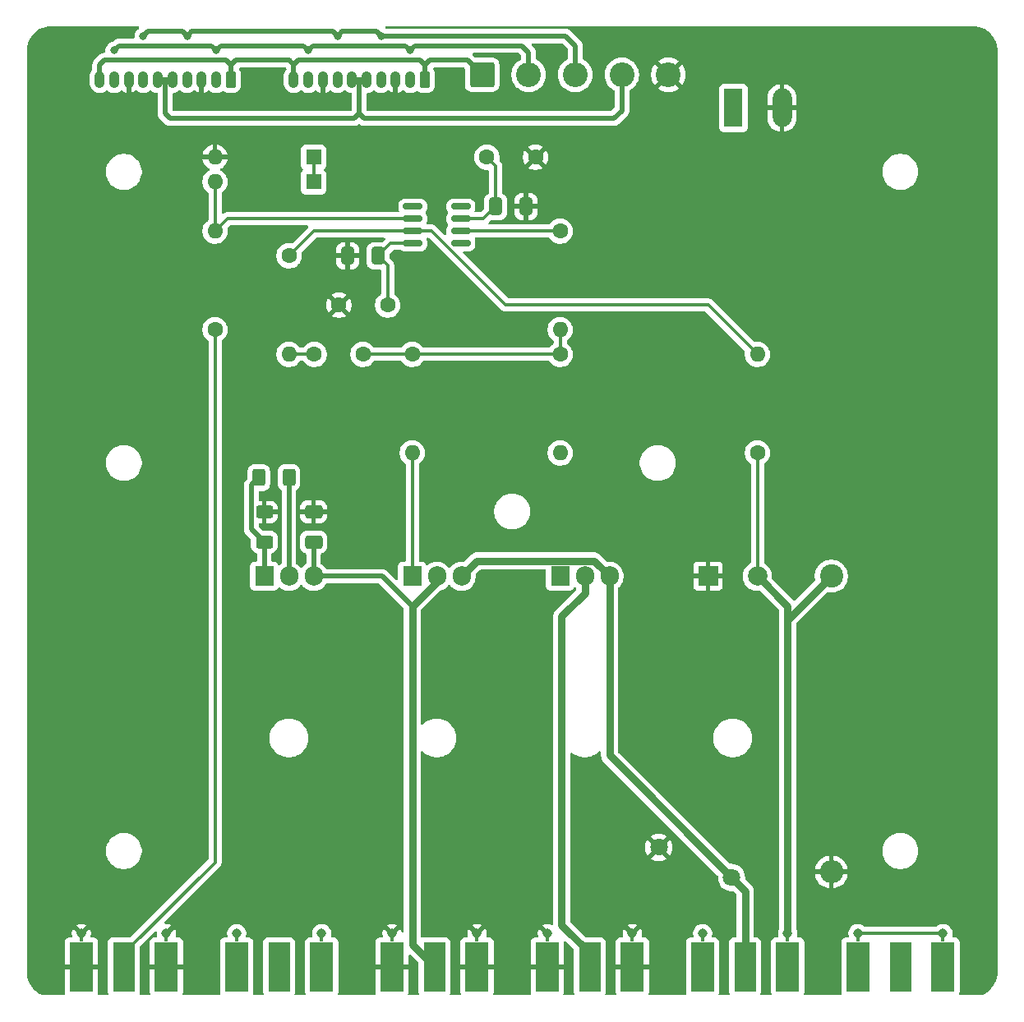
<source format=gtl>
G04 #@! TF.GenerationSoftware,KiCad,Pcbnew,9.0.0*
G04 #@! TF.CreationDate,2025-07-09T11:38:48-07:00*
G04 #@! TF.ProjectId,bipolar_current_driver_ADA4700-1,6269706f-6c61-4725-9f63-757272656e74,rev?*
G04 #@! TF.SameCoordinates,Original*
G04 #@! TF.FileFunction,Copper,L1,Top*
G04 #@! TF.FilePolarity,Positive*
%FSLAX46Y46*%
G04 Gerber Fmt 4.6, Leading zero omitted, Abs format (unit mm)*
G04 Created by KiCad (PCBNEW 9.0.0) date 2025-07-09 11:38:48*
%MOMM*%
%LPD*%
G01*
G04 APERTURE LIST*
G04 Aperture macros list*
%AMRoundRect*
0 Rectangle with rounded corners*
0 $1 Rounding radius*
0 $2 $3 $4 $5 $6 $7 $8 $9 X,Y pos of 4 corners*
0 Add a 4 corners polygon primitive as box body*
4,1,4,$2,$3,$4,$5,$6,$7,$8,$9,$2,$3,0*
0 Add four circle primitives for the rounded corners*
1,1,$1+$1,$2,$3*
1,1,$1+$1,$4,$5*
1,1,$1+$1,$6,$7*
1,1,$1+$1,$8,$9*
0 Add four rect primitives between the rounded corners*
20,1,$1+$1,$2,$3,$4,$5,0*
20,1,$1+$1,$4,$5,$6,$7,0*
20,1,$1+$1,$6,$7,$8,$9,0*
20,1,$1+$1,$8,$9,$2,$3,0*%
G04 Aperture macros list end*
G04 #@! TA.AperFunction,SMDPad,CuDef*
%ADD10RoundRect,0.250000X-0.400000X-0.625000X0.400000X-0.625000X0.400000X0.625000X-0.400000X0.625000X0*%
G04 #@! TD*
G04 #@! TA.AperFunction,SMDPad,CuDef*
%ADD11RoundRect,0.250000X-0.625000X0.400000X-0.625000X-0.400000X0.625000X-0.400000X0.625000X0.400000X0*%
G04 #@! TD*
G04 #@! TA.AperFunction,ComponentPad*
%ADD12C,1.600000*%
G04 #@! TD*
G04 #@! TA.AperFunction,SMDPad,CuDef*
%ADD13R,2.290000X5.080000*%
G04 #@! TD*
G04 #@! TA.AperFunction,SMDPad,CuDef*
%ADD14R,2.420000X5.080000*%
G04 #@! TD*
G04 #@! TA.AperFunction,SMDPad,CuDef*
%ADD15R,0.460000X0.950000*%
G04 #@! TD*
G04 #@! TA.AperFunction,ComponentPad*
%ADD16C,0.970000*%
G04 #@! TD*
G04 #@! TA.AperFunction,ComponentPad*
%ADD17RoundRect,0.249999X-1.025001X-1.025001X1.025001X-1.025001X1.025001X1.025001X-1.025001X1.025001X0*%
G04 #@! TD*
G04 #@! TA.AperFunction,ComponentPad*
%ADD18C,2.550000*%
G04 #@! TD*
G04 #@! TA.AperFunction,ComponentPad*
%ADD19RoundRect,0.250000X0.265000X0.615000X-0.265000X0.615000X-0.265000X-0.615000X0.265000X-0.615000X0*%
G04 #@! TD*
G04 #@! TA.AperFunction,ComponentPad*
%ADD20O,1.030000X1.730000*%
G04 #@! TD*
G04 #@! TA.AperFunction,ComponentPad*
%ADD21O,1.600000X1.600000*%
G04 #@! TD*
G04 #@! TA.AperFunction,ComponentPad*
%ADD22R,1.905000X2.000000*%
G04 #@! TD*
G04 #@! TA.AperFunction,ComponentPad*
%ADD23O,1.905000X2.000000*%
G04 #@! TD*
G04 #@! TA.AperFunction,SMDPad,CuDef*
%ADD24RoundRect,0.250000X-0.412500X-0.650000X0.412500X-0.650000X0.412500X0.650000X-0.412500X0.650000X0*%
G04 #@! TD*
G04 #@! TA.AperFunction,ComponentPad*
%ADD25R,2.000000X2.000000*%
G04 #@! TD*
G04 #@! TA.AperFunction,ComponentPad*
%ADD26C,2.000000*%
G04 #@! TD*
G04 #@! TA.AperFunction,ComponentPad*
%ADD27C,1.800000*%
G04 #@! TD*
G04 #@! TA.AperFunction,ComponentPad*
%ADD28C,2.400000*%
G04 #@! TD*
G04 #@! TA.AperFunction,ComponentPad*
%ADD29O,2.400000X2.400000*%
G04 #@! TD*
G04 #@! TA.AperFunction,SMDPad,CuDef*
%ADD30RoundRect,0.250000X0.650000X-0.412500X0.650000X0.412500X-0.650000X0.412500X-0.650000X-0.412500X0*%
G04 #@! TD*
G04 #@! TA.AperFunction,SMDPad,CuDef*
%ADD31RoundRect,0.150000X-0.825000X-0.150000X0.825000X-0.150000X0.825000X0.150000X-0.825000X0.150000X0*%
G04 #@! TD*
G04 #@! TA.AperFunction,ComponentPad*
%ADD32R,1.600000X1.600000*%
G04 #@! TD*
G04 #@! TA.AperFunction,SMDPad,CuDef*
%ADD33RoundRect,0.250000X0.412500X0.650000X-0.412500X0.650000X-0.412500X-0.650000X0.412500X-0.650000X0*%
G04 #@! TD*
G04 #@! TA.AperFunction,ComponentPad*
%ADD34R,1.980000X3.960000*%
G04 #@! TD*
G04 #@! TA.AperFunction,ComponentPad*
%ADD35O,1.980000X3.960000*%
G04 #@! TD*
G04 #@! TA.AperFunction,ViaPad*
%ADD36C,0.800000*%
G04 #@! TD*
G04 #@! TA.AperFunction,Conductor*
%ADD37C,0.500000*%
G04 #@! TD*
G04 #@! TA.AperFunction,Conductor*
%ADD38C,0.750000*%
G04 #@! TD*
G04 #@! TA.AperFunction,Conductor*
%ADD39C,0.350000*%
G04 #@! TD*
G04 APERTURE END LIST*
D10*
X123900000Y-96520000D03*
X127000000Y-96520000D03*
D11*
X124460000Y-100050000D03*
X124460000Y-103150000D03*
D12*
X137160000Y-78740000D03*
X132160000Y-78740000D03*
D13*
X190000000Y-146930000D03*
D14*
X185620000Y-146930000D03*
X194380000Y-146930000D03*
D15*
X185620000Y-143940000D03*
X194380000Y-143940000D03*
D16*
X185620000Y-143490000D03*
X194380000Y-143490000D03*
D17*
X146900000Y-55000000D03*
D18*
X151700000Y-55000000D03*
X156500000Y-55000000D03*
X161300000Y-55000000D03*
X166100000Y-55000000D03*
D19*
X141000000Y-55500000D03*
D20*
X139500000Y-55500000D03*
X138000000Y-55500000D03*
X136500000Y-55500000D03*
X135000000Y-55500000D03*
X133500000Y-55500000D03*
X132000000Y-55500000D03*
X130500000Y-55500000D03*
X129000000Y-55500000D03*
X127500000Y-55500000D03*
D12*
X154940000Y-71120000D03*
D21*
X154940000Y-81280000D03*
D22*
X154940000Y-106680000D03*
D23*
X157480000Y-106680000D03*
X160020000Y-106680000D03*
D24*
X148297500Y-68580000D03*
X151422500Y-68580000D03*
D25*
X170180000Y-106680000D03*
D26*
X175260000Y-106680000D03*
D13*
X142000000Y-146930000D03*
D14*
X137620000Y-146930000D03*
X146380000Y-146930000D03*
D15*
X137620000Y-143940000D03*
X146380000Y-143940000D03*
D16*
X137620000Y-143490000D03*
X146380000Y-143490000D03*
D12*
X154940000Y-83820000D03*
D21*
X154940000Y-93980000D03*
D22*
X124460000Y-106680000D03*
D23*
X127000000Y-106680000D03*
X129540000Y-106680000D03*
D12*
X129620000Y-83820000D03*
X134620000Y-83820000D03*
D27*
X172600000Y-137720000D03*
X165100000Y-134620000D03*
D28*
X182880000Y-106680000D03*
D29*
X182880000Y-137160000D03*
D13*
X126000000Y-146930000D03*
D14*
X121620000Y-146930000D03*
X130380000Y-146930000D03*
D15*
X121620000Y-143940000D03*
X130380000Y-143940000D03*
D16*
X121620000Y-143490000D03*
X130380000Y-143490000D03*
D30*
X129540000Y-103162500D03*
X129540000Y-100037500D03*
D12*
X127000000Y-73660000D03*
D21*
X127000000Y-83820000D03*
D12*
X139700000Y-83820000D03*
D21*
X139700000Y-93980000D03*
D22*
X139700000Y-106680000D03*
D23*
X142240000Y-106680000D03*
X144780000Y-106680000D03*
D19*
X121000000Y-55500000D03*
D20*
X119500000Y-55500000D03*
X118000000Y-55500000D03*
X116500000Y-55500000D03*
X115000000Y-55500000D03*
X113500000Y-55500000D03*
X112000000Y-55500000D03*
X110500000Y-55500000D03*
X109000000Y-55500000D03*
X107500000Y-55500000D03*
D31*
X139765000Y-68580000D03*
X139765000Y-69850000D03*
X139765000Y-71120000D03*
X139765000Y-72390000D03*
X144715000Y-72390000D03*
X144715000Y-71120000D03*
X144715000Y-69850000D03*
X144715000Y-68580000D03*
D13*
X158000000Y-146930000D03*
D14*
X153620000Y-146930000D03*
X162380000Y-146930000D03*
D15*
X153620000Y-143940000D03*
X162380000Y-143940000D03*
D16*
X153620000Y-143490000D03*
X162380000Y-143490000D03*
D12*
X119380000Y-81280000D03*
D21*
X119380000Y-71120000D03*
D12*
X175260000Y-93980000D03*
D21*
X175260000Y-83820000D03*
D13*
X174000000Y-146930000D03*
D14*
X169620000Y-146930000D03*
X178380000Y-146930000D03*
D15*
X169620000Y-143940000D03*
X178380000Y-143940000D03*
D16*
X169620000Y-143490000D03*
X178380000Y-143490000D03*
D32*
X129540000Y-63500000D03*
D21*
X119380000Y-63500000D03*
D33*
X136182500Y-73660000D03*
X133057500Y-73660000D03*
D34*
X172800000Y-58420000D03*
D35*
X177800000Y-58420000D03*
D13*
X110000000Y-146930000D03*
D14*
X105620000Y-146930000D03*
X114380000Y-146930000D03*
D15*
X105620000Y-143940000D03*
X114380000Y-143940000D03*
D16*
X105620000Y-143490000D03*
X114380000Y-143490000D03*
D12*
X147400000Y-63500000D03*
X152400000Y-63500000D03*
D32*
X129540000Y-66040000D03*
D21*
X119380000Y-66040000D03*
D36*
X136500000Y-51000000D03*
X112000000Y-51000000D03*
X116500000Y-51000000D03*
X132000000Y-51000000D03*
X129000000Y-52500000D03*
X109000000Y-52500000D03*
X119500000Y-52500000D03*
X139500000Y-52500000D03*
D37*
X156500000Y-55000000D02*
X156500000Y-52000000D01*
X131500000Y-50500000D02*
X131000000Y-50500000D01*
X117000000Y-50500000D02*
X116500000Y-51000000D01*
X132500000Y-50500000D02*
X132000000Y-51000000D01*
X156500000Y-52000000D02*
X155500000Y-51000000D01*
X155500000Y-51000000D02*
X136500000Y-51000000D01*
X136500000Y-51000000D02*
X136000000Y-50500000D01*
X131000000Y-50500000D02*
X117000000Y-50500000D01*
X112500000Y-50500000D02*
X112000000Y-51000000D01*
X116000000Y-50500000D02*
X112500000Y-50500000D01*
X116500000Y-51000000D02*
X116000000Y-50500000D01*
X132000000Y-51000000D02*
X131500000Y-50500000D01*
X136000000Y-50500000D02*
X132500000Y-50500000D01*
X151000000Y-52000000D02*
X140000000Y-52000000D01*
X120000000Y-52000000D02*
X119500000Y-52500000D01*
X151700000Y-52700000D02*
X151700000Y-55000000D01*
X128500000Y-52000000D02*
X120000000Y-52000000D01*
X140000000Y-52000000D02*
X139500000Y-52500000D01*
X119500000Y-52500000D02*
X119000000Y-52000000D01*
X129000000Y-52500000D02*
X128500000Y-52000000D01*
X109500000Y-52000000D02*
X109000000Y-52500000D01*
X151700000Y-52700000D02*
X151000000Y-52000000D01*
X119000000Y-52000000D02*
X109500000Y-52000000D01*
X129500000Y-52000000D02*
X129000000Y-52500000D01*
X139500000Y-52500000D02*
X139000000Y-52000000D01*
X139000000Y-52000000D02*
X129500000Y-52000000D01*
X114250000Y-55500000D02*
X115000000Y-55500000D01*
X114250000Y-55500000D02*
X114250000Y-59000000D01*
X114750000Y-59500000D02*
X133750000Y-59500000D01*
X133750000Y-59500000D02*
X134250000Y-59000000D01*
X113500000Y-55500000D02*
X114250000Y-55500000D01*
X161300000Y-58700000D02*
X161300000Y-55000000D01*
X134250000Y-55500000D02*
X134250000Y-59000000D01*
X160500000Y-59500000D02*
X161300000Y-58700000D01*
X134750000Y-59500000D02*
X160500000Y-59500000D01*
X114250000Y-59000000D02*
X114750000Y-59500000D01*
X134250000Y-59000000D02*
X134750000Y-59500000D01*
X133500000Y-55500000D02*
X134250000Y-55500000D01*
X134250000Y-55500000D02*
X135000000Y-55500000D01*
X127500000Y-54000000D02*
X127500000Y-55500000D01*
X140500000Y-53500000D02*
X141000000Y-54000000D01*
X141000000Y-54000000D02*
X141000000Y-55500000D01*
X121000000Y-54000000D02*
X121000000Y-55500000D01*
X107500000Y-54000000D02*
X107500000Y-55500000D01*
X127000000Y-53500000D02*
X127500000Y-54000000D01*
X120500000Y-53500000D02*
X121000000Y-54000000D01*
X108000000Y-53500000D02*
X120500000Y-53500000D01*
X128000000Y-53500000D02*
X140500000Y-53500000D01*
X121500000Y-53500000D02*
X127000000Y-53500000D01*
X121000000Y-54000000D02*
X121500000Y-53500000D01*
X141000000Y-54000000D02*
X141500000Y-53500000D01*
X107500000Y-54000000D02*
X108000000Y-53500000D01*
X145400000Y-53500000D02*
X146900000Y-55000000D01*
X141500000Y-53500000D02*
X145400000Y-53500000D01*
X127500000Y-54000000D02*
X128000000Y-53500000D01*
D38*
X146356000Y-105104000D02*
X158444000Y-105104000D01*
X172600000Y-137720000D02*
X160020000Y-125140000D01*
X174000000Y-139120000D02*
X174000000Y-146930000D01*
X172600000Y-137720000D02*
X174000000Y-139120000D01*
X160020000Y-125140000D02*
X160020000Y-106680000D01*
X144780000Y-106680000D02*
X146356000Y-105104000D01*
X158444000Y-105104000D02*
X160020000Y-106680000D01*
D39*
X185620000Y-143490000D02*
X194380000Y-143490000D01*
D37*
X139700000Y-109784500D02*
X136595500Y-106680000D01*
D39*
X144715000Y-69850000D02*
X147027500Y-69850000D01*
D38*
X142000000Y-146930000D02*
X139700000Y-144630000D01*
D39*
X148297500Y-64397500D02*
X147400000Y-63500000D01*
D38*
X139700000Y-144630000D02*
X139700000Y-109784500D01*
D39*
X148297500Y-68580000D02*
X148297500Y-64397500D01*
X147027500Y-69850000D02*
X148297500Y-68580000D01*
D37*
X129540000Y-103162500D02*
X129540000Y-106680000D01*
D38*
X139700000Y-109784500D02*
X142240000Y-107244500D01*
X142240000Y-107244500D02*
X142240000Y-106680000D01*
D37*
X136595500Y-106680000D02*
X129540000Y-106680000D01*
D39*
X137160000Y-74637500D02*
X136182500Y-73660000D01*
D38*
X155104000Y-110806000D02*
X157480000Y-108430000D01*
D39*
X137452500Y-72390000D02*
X136182500Y-73660000D01*
D38*
X155104000Y-142639000D02*
X155104000Y-110806000D01*
D39*
X137160000Y-78740000D02*
X137160000Y-74637500D01*
D38*
X157480000Y-108430000D02*
X157480000Y-106680000D01*
X158000000Y-145535000D02*
X155104000Y-142639000D01*
D39*
X139765000Y-72390000D02*
X137452500Y-72390000D01*
D38*
X158000000Y-146930000D02*
X158000000Y-145535000D01*
D39*
X134620000Y-83820000D02*
X139700000Y-83820000D01*
X139700000Y-83820000D02*
X154940000Y-83820000D01*
X154940000Y-83820000D02*
X154940000Y-81280000D01*
X127000000Y-83820000D02*
X129620000Y-83820000D01*
X129540000Y-66040000D02*
X129540000Y-63500000D01*
X119380000Y-71120000D02*
X120650000Y-69850000D01*
X120650000Y-69850000D02*
X139765000Y-69850000D01*
X119380000Y-71120000D02*
X119380000Y-66040000D01*
X110000000Y-145535000D02*
X110000000Y-146930000D01*
X119380000Y-81280000D02*
X119380000Y-136155000D01*
X119380000Y-136155000D02*
X110000000Y-145535000D01*
D38*
X178380000Y-109800000D02*
X175260000Y-106680000D01*
X178380000Y-143490000D02*
X178380000Y-111180000D01*
D39*
X175260000Y-93980000D02*
X175260000Y-106680000D01*
D38*
X178380000Y-111180000D02*
X182880000Y-106680000D01*
X178380000Y-111180000D02*
X178380000Y-109800000D01*
D39*
X139700000Y-93980000D02*
X139700000Y-106680000D01*
X175260000Y-83820000D02*
X170180000Y-78740000D01*
X141721966Y-71120000D02*
X139765000Y-71120000D01*
X127000000Y-73660000D02*
X129540000Y-71120000D01*
X129540000Y-71120000D02*
X139765000Y-71120000D01*
X149341966Y-78740000D02*
X141721966Y-71120000D01*
X170180000Y-78740000D02*
X149341966Y-78740000D01*
X154940000Y-71120000D02*
X144715000Y-71120000D01*
D37*
X127000000Y-106680000D02*
X127000000Y-96520000D01*
X123134000Y-101824000D02*
X123134000Y-97286000D01*
X124460000Y-106680000D02*
X124460000Y-103150000D01*
X124460000Y-103150000D02*
X123134000Y-101824000D01*
X123134000Y-97286000D02*
X123900000Y-96520000D01*
G04 #@! TA.AperFunction,Conductor*
G36*
X111533265Y-50020185D02*
G01*
X111579020Y-50072989D01*
X111588964Y-50142147D01*
X111559939Y-50205703D01*
X111535117Y-50227602D01*
X111425965Y-50300535D01*
X111425961Y-50300538D01*
X111300538Y-50425961D01*
X111300535Y-50425965D01*
X111201990Y-50573446D01*
X111201983Y-50573459D01*
X111134106Y-50737332D01*
X111134103Y-50737341D01*
X111099500Y-50911304D01*
X111099500Y-51088690D01*
X111102010Y-51101310D01*
X111095781Y-51170901D01*
X111052918Y-51226078D01*
X110987028Y-51249322D01*
X110980392Y-51249500D01*
X109426080Y-51249500D01*
X109281092Y-51278340D01*
X109281086Y-51278342D01*
X109144508Y-51334914D01*
X109144496Y-51334921D01*
X109095270Y-51367811D01*
X109095271Y-51367812D01*
X109021585Y-51417047D01*
X108847807Y-51590824D01*
X108786483Y-51624308D01*
X108784319Y-51624759D01*
X108737337Y-51634104D01*
X108737331Y-51634106D01*
X108573459Y-51701983D01*
X108573446Y-51701990D01*
X108425965Y-51800535D01*
X108425961Y-51800538D01*
X108300538Y-51925961D01*
X108300535Y-51925965D01*
X108201990Y-52073446D01*
X108201983Y-52073459D01*
X108134106Y-52237332D01*
X108134103Y-52237341D01*
X108099500Y-52411304D01*
X108099500Y-52588690D01*
X108102010Y-52601310D01*
X108095781Y-52670901D01*
X108052918Y-52726078D01*
X107987028Y-52749322D01*
X107980392Y-52749500D01*
X107926080Y-52749500D01*
X107781092Y-52778340D01*
X107781086Y-52778342D01*
X107644508Y-52834914D01*
X107644496Y-52834921D01*
X107595269Y-52867813D01*
X107521588Y-52917044D01*
X107521580Y-52917050D01*
X106917050Y-53521580D01*
X106917044Y-53521588D01*
X106867812Y-53595268D01*
X106867813Y-53595269D01*
X106834921Y-53644496D01*
X106834914Y-53644508D01*
X106778342Y-53781086D01*
X106778340Y-53781092D01*
X106749500Y-53926079D01*
X106749500Y-54413002D01*
X106729815Y-54480041D01*
X106713181Y-54500683D01*
X106711211Y-54502652D01*
X106711208Y-54502656D01*
X106600078Y-54668973D01*
X106600071Y-54668986D01*
X106523526Y-54853784D01*
X106523523Y-54853796D01*
X106484500Y-55049977D01*
X106484500Y-55950022D01*
X106523523Y-56146203D01*
X106523526Y-56146215D01*
X106600071Y-56331013D01*
X106600078Y-56331026D01*
X106711208Y-56497343D01*
X106711211Y-56497347D01*
X106852652Y-56638788D01*
X106852656Y-56638791D01*
X107018973Y-56749921D01*
X107018986Y-56749928D01*
X107202625Y-56825993D01*
X107203789Y-56826475D01*
X107347185Y-56854998D01*
X107399977Y-56865499D01*
X107399981Y-56865500D01*
X107399982Y-56865500D01*
X107600019Y-56865500D01*
X107600020Y-56865499D01*
X107796211Y-56826475D01*
X107981020Y-56749925D01*
X108147344Y-56638791D01*
X108162318Y-56623816D01*
X108223639Y-56590331D01*
X108293331Y-56595314D01*
X108337681Y-56623816D01*
X108345506Y-56631641D01*
X108352657Y-56638792D01*
X108518973Y-56749921D01*
X108518986Y-56749928D01*
X108702625Y-56825993D01*
X108703789Y-56826475D01*
X108847185Y-56854998D01*
X108899977Y-56865499D01*
X108899981Y-56865500D01*
X108899982Y-56865500D01*
X109100019Y-56865500D01*
X109100020Y-56865499D01*
X109296211Y-56826475D01*
X109481020Y-56749925D01*
X109647344Y-56638791D01*
X109662671Y-56623463D01*
X109723989Y-56589978D01*
X109793681Y-56594959D01*
X109838034Y-56623462D01*
X109852971Y-56638399D01*
X109852975Y-56638402D01*
X110019210Y-56749477D01*
X110019223Y-56749484D01*
X110203929Y-56825991D01*
X110203936Y-56825993D01*
X110250000Y-56835155D01*
X110250000Y-55766189D01*
X110275884Y-55792073D01*
X110359115Y-55840126D01*
X110451947Y-55865000D01*
X110548053Y-55865000D01*
X110640885Y-55840126D01*
X110724116Y-55792073D01*
X110750000Y-55766189D01*
X110750000Y-56835154D01*
X110796063Y-56825993D01*
X110796070Y-56825991D01*
X110980776Y-56749484D01*
X110980789Y-56749477D01*
X111147023Y-56638403D01*
X111161962Y-56623464D01*
X111223285Y-56589977D01*
X111292977Y-56594960D01*
X111337329Y-56623464D01*
X111352653Y-56638789D01*
X111352656Y-56638791D01*
X111518973Y-56749921D01*
X111518986Y-56749928D01*
X111702625Y-56825993D01*
X111703789Y-56826475D01*
X111847185Y-56854998D01*
X111899977Y-56865499D01*
X111899981Y-56865500D01*
X111899982Y-56865500D01*
X112100019Y-56865500D01*
X112100020Y-56865499D01*
X112296211Y-56826475D01*
X112481020Y-56749925D01*
X112647344Y-56638791D01*
X112662318Y-56623816D01*
X112723639Y-56590331D01*
X112793331Y-56595314D01*
X112837681Y-56623816D01*
X112845506Y-56631641D01*
X112852657Y-56638792D01*
X113018973Y-56749921D01*
X113018986Y-56749928D01*
X113202625Y-56825993D01*
X113203789Y-56826475D01*
X113399691Y-56865442D01*
X113461602Y-56897826D01*
X113496176Y-56958542D01*
X113499500Y-56987059D01*
X113499500Y-59073918D01*
X113528340Y-59218907D01*
X113528343Y-59218917D01*
X113584914Y-59355492D01*
X113617812Y-59404727D01*
X113617813Y-59404730D01*
X113667046Y-59478414D01*
X113667052Y-59478421D01*
X114271584Y-60082952D01*
X114271586Y-60082954D01*
X114287643Y-60093682D01*
X114345270Y-60132186D01*
X114394505Y-60165084D01*
X114394506Y-60165084D01*
X114394507Y-60165085D01*
X114394509Y-60165086D01*
X114531082Y-60221656D01*
X114531087Y-60221658D01*
X114531091Y-60221658D01*
X114531092Y-60221659D01*
X114676079Y-60250500D01*
X114676082Y-60250500D01*
X133823920Y-60250500D01*
X133921462Y-60231096D01*
X133968913Y-60221658D01*
X134105495Y-60165084D01*
X134154729Y-60132186D01*
X134181113Y-60114557D01*
X134209977Y-60105520D01*
X134247783Y-60093682D01*
X134247789Y-60093682D01*
X134279039Y-60102255D01*
X134315164Y-60112165D01*
X134318875Y-60114549D01*
X134345267Y-60132184D01*
X134345269Y-60132186D01*
X134345270Y-60132186D01*
X134394505Y-60165084D01*
X134394506Y-60165084D01*
X134394507Y-60165085D01*
X134394509Y-60165086D01*
X134531082Y-60221656D01*
X134531087Y-60221658D01*
X134531091Y-60221658D01*
X134531092Y-60221659D01*
X134676079Y-60250500D01*
X134676082Y-60250500D01*
X160573920Y-60250500D01*
X160671462Y-60231096D01*
X160718913Y-60221658D01*
X160855495Y-60165084D01*
X160904729Y-60132186D01*
X160904731Y-60132185D01*
X160944639Y-60105520D01*
X160978416Y-60082952D01*
X161882952Y-59178416D01*
X161952774Y-59073918D01*
X161965084Y-59055495D01*
X162021658Y-58918913D01*
X162050500Y-58773918D01*
X162050500Y-56688461D01*
X162070185Y-56621422D01*
X162112498Y-56581075D01*
X162288532Y-56479442D01*
X162473181Y-56337756D01*
X162479924Y-56331013D01*
X162527125Y-56283813D01*
X162637751Y-56173186D01*
X162637756Y-56173181D01*
X162779442Y-55988532D01*
X162895815Y-55786969D01*
X162984882Y-55571940D01*
X163045121Y-55347126D01*
X163075500Y-55116372D01*
X163075500Y-54883659D01*
X164325000Y-54883659D01*
X164325000Y-55116340D01*
X164355369Y-55347024D01*
X164415592Y-55571779D01*
X164504632Y-55786740D01*
X164504636Y-55786750D01*
X164620970Y-55988248D01*
X164680551Y-56065894D01*
X165403287Y-55343158D01*
X165413204Y-55367100D01*
X165498018Y-55494034D01*
X165605966Y-55601982D01*
X165732900Y-55686796D01*
X165756839Y-55696712D01*
X165034104Y-56419446D01*
X165034104Y-56419447D01*
X165111752Y-56479029D01*
X165313249Y-56595363D01*
X165313259Y-56595367D01*
X165528220Y-56684407D01*
X165752975Y-56744630D01*
X165983659Y-56775000D01*
X166216341Y-56775000D01*
X166447024Y-56744630D01*
X166671779Y-56684407D01*
X166886740Y-56595367D01*
X166886750Y-56595363D01*
X167088255Y-56479024D01*
X167165894Y-56419448D01*
X167165894Y-56419446D01*
X167138583Y-56392135D01*
X171309500Y-56392135D01*
X171309500Y-60447870D01*
X171309501Y-60447876D01*
X171315908Y-60507483D01*
X171366202Y-60642328D01*
X171366206Y-60642335D01*
X171452452Y-60757544D01*
X171452455Y-60757547D01*
X171567664Y-60843793D01*
X171567671Y-60843797D01*
X171702517Y-60894091D01*
X171702516Y-60894091D01*
X171709444Y-60894835D01*
X171762127Y-60900500D01*
X173837872Y-60900499D01*
X173897483Y-60894091D01*
X174032331Y-60843796D01*
X174147546Y-60757546D01*
X174233796Y-60642331D01*
X174284091Y-60507483D01*
X174290500Y-60447873D01*
X174290499Y-57312734D01*
X176310000Y-57312734D01*
X176310000Y-58170000D01*
X177189175Y-58170000D01*
X177165364Y-58227485D01*
X177140000Y-58354996D01*
X177140000Y-58485004D01*
X177165364Y-58612515D01*
X177189175Y-58670000D01*
X176310000Y-58670000D01*
X176310000Y-59527265D01*
X176346689Y-59758909D01*
X176419164Y-59981965D01*
X176525638Y-60190930D01*
X176663494Y-60380672D01*
X176829327Y-60546505D01*
X177019069Y-60684361D01*
X177228036Y-60790835D01*
X177451089Y-60863310D01*
X177550000Y-60878976D01*
X177550000Y-59030824D01*
X177607485Y-59054636D01*
X177734996Y-59080000D01*
X177865004Y-59080000D01*
X177992515Y-59054636D01*
X178050000Y-59030824D01*
X178050000Y-60878975D01*
X178148909Y-60863310D01*
X178148912Y-60863310D01*
X178371963Y-60790835D01*
X178580930Y-60684361D01*
X178770672Y-60546505D01*
X178936505Y-60380672D01*
X179074361Y-60190930D01*
X179180835Y-59981965D01*
X179253310Y-59758909D01*
X179290000Y-59527265D01*
X179290000Y-58670000D01*
X178410825Y-58670000D01*
X178434636Y-58612515D01*
X178460000Y-58485004D01*
X178460000Y-58354996D01*
X178434636Y-58227485D01*
X178410825Y-58170000D01*
X179290000Y-58170000D01*
X179290000Y-57312734D01*
X179253310Y-57081090D01*
X179180835Y-56858034D01*
X179074361Y-56649069D01*
X178936505Y-56459327D01*
X178770672Y-56293494D01*
X178580930Y-56155638D01*
X178371963Y-56049164D01*
X178148905Y-55976688D01*
X178050000Y-55961022D01*
X178050000Y-57809175D01*
X177992515Y-57785364D01*
X177865004Y-57760000D01*
X177734996Y-57760000D01*
X177607485Y-57785364D01*
X177550000Y-57809175D01*
X177550000Y-55961022D01*
X177451094Y-55976688D01*
X177451093Y-55976688D01*
X177228036Y-56049164D01*
X177019069Y-56155638D01*
X176829327Y-56293494D01*
X176663494Y-56459327D01*
X176525638Y-56649069D01*
X176419164Y-56858034D01*
X176346689Y-57081090D01*
X176310000Y-57312734D01*
X174290499Y-57312734D01*
X174290499Y-56392128D01*
X174284091Y-56332517D01*
X174269536Y-56293494D01*
X174233797Y-56197671D01*
X174233793Y-56197664D01*
X174147547Y-56082455D01*
X174147544Y-56082452D01*
X174032335Y-55996206D01*
X174032328Y-55996202D01*
X173897482Y-55945908D01*
X173897483Y-55945908D01*
X173837883Y-55939501D01*
X173837881Y-55939500D01*
X173837873Y-55939500D01*
X173837864Y-55939500D01*
X171762129Y-55939500D01*
X171762123Y-55939501D01*
X171702516Y-55945908D01*
X171567671Y-55996202D01*
X171567664Y-55996206D01*
X171452455Y-56082452D01*
X171452452Y-56082455D01*
X171366206Y-56197664D01*
X171366202Y-56197671D01*
X171315908Y-56332517D01*
X171309501Y-56392116D01*
X171309501Y-56392123D01*
X171309500Y-56392135D01*
X167138583Y-56392135D01*
X166443159Y-55696712D01*
X166467100Y-55686796D01*
X166594034Y-55601982D01*
X166701982Y-55494034D01*
X166786796Y-55367100D01*
X166796712Y-55343159D01*
X167519446Y-56065894D01*
X167519447Y-56065894D01*
X167579024Y-55988255D01*
X167695363Y-55786750D01*
X167695367Y-55786740D01*
X167784407Y-55571779D01*
X167844630Y-55347024D01*
X167875000Y-55116340D01*
X167875000Y-54883659D01*
X167844630Y-54652975D01*
X167784407Y-54428220D01*
X167695367Y-54213259D01*
X167695363Y-54213249D01*
X167579029Y-54011752D01*
X167519447Y-53934104D01*
X167519446Y-53934104D01*
X166796711Y-54656839D01*
X166786796Y-54632900D01*
X166701982Y-54505966D01*
X166594034Y-54398018D01*
X166467100Y-54313204D01*
X166443158Y-54303286D01*
X167165894Y-53580551D01*
X167088248Y-53520970D01*
X166886750Y-53404636D01*
X166886740Y-53404632D01*
X166671779Y-53315592D01*
X166447024Y-53255369D01*
X166216341Y-53225000D01*
X165983659Y-53225000D01*
X165752975Y-53255369D01*
X165528220Y-53315592D01*
X165313259Y-53404632D01*
X165313249Y-53404636D01*
X165111747Y-53520973D01*
X165034104Y-53580550D01*
X165034104Y-53580551D01*
X165756840Y-54303287D01*
X165732900Y-54313204D01*
X165605966Y-54398018D01*
X165498018Y-54505966D01*
X165413204Y-54632900D01*
X165403287Y-54656840D01*
X164680551Y-53934104D01*
X164680550Y-53934104D01*
X164620973Y-54011747D01*
X164504636Y-54213249D01*
X164504632Y-54213259D01*
X164415592Y-54428220D01*
X164355369Y-54652975D01*
X164325000Y-54883659D01*
X163075500Y-54883659D01*
X163075500Y-54883628D01*
X163045121Y-54652874D01*
X162984882Y-54428060D01*
X162978645Y-54413002D01*
X162895819Y-54213039D01*
X162895811Y-54213023D01*
X162779446Y-54011475D01*
X162779442Y-54011468D01*
X162637756Y-53826819D01*
X162637751Y-53826813D01*
X162473186Y-53662248D01*
X162473179Y-53662242D01*
X162288540Y-53520564D01*
X162288538Y-53520562D01*
X162288532Y-53520558D01*
X162288527Y-53520555D01*
X162288524Y-53520553D01*
X162086976Y-53404188D01*
X162086960Y-53404180D01*
X161871947Y-53315120D01*
X161858575Y-53311537D01*
X161647126Y-53254879D01*
X161647125Y-53254878D01*
X161647122Y-53254878D01*
X161416382Y-53224501D01*
X161416377Y-53224500D01*
X161416372Y-53224500D01*
X161183628Y-53224500D01*
X161183622Y-53224500D01*
X161183617Y-53224501D01*
X160952877Y-53254878D01*
X160728052Y-53315120D01*
X160513039Y-53404180D01*
X160513023Y-53404188D01*
X160311475Y-53520553D01*
X160311459Y-53520564D01*
X160126820Y-53662242D01*
X160126813Y-53662248D01*
X159962248Y-53826813D01*
X159962242Y-53826820D01*
X159820564Y-54011459D01*
X159820553Y-54011475D01*
X159704188Y-54213023D01*
X159704180Y-54213039D01*
X159615120Y-54428052D01*
X159554878Y-54652877D01*
X159524501Y-54883617D01*
X159524500Y-54883634D01*
X159524500Y-55116365D01*
X159524501Y-55116382D01*
X159554865Y-55347024D01*
X159554879Y-55347126D01*
X159608717Y-55548053D01*
X159615120Y-55571947D01*
X159704180Y-55786960D01*
X159704188Y-55786976D01*
X159820553Y-55988524D01*
X159820564Y-55988540D01*
X159962242Y-56173179D01*
X159962248Y-56173186D01*
X160126813Y-56337751D01*
X160126820Y-56337757D01*
X160197677Y-56392127D01*
X160311468Y-56479442D01*
X160487501Y-56581075D01*
X160535716Y-56631641D01*
X160549500Y-56688461D01*
X160549500Y-58337770D01*
X160529815Y-58404809D01*
X160513181Y-58425451D01*
X160225451Y-58713181D01*
X160164128Y-58746666D01*
X160137770Y-58749500D01*
X135124500Y-58749500D01*
X135057461Y-58729815D01*
X135011706Y-58677011D01*
X135000500Y-58625500D01*
X135000500Y-56987059D01*
X135020185Y-56920020D01*
X135072989Y-56874265D01*
X135100308Y-56865442D01*
X135296211Y-56826475D01*
X135481020Y-56749925D01*
X135647344Y-56638791D01*
X135662318Y-56623816D01*
X135723639Y-56590331D01*
X135793331Y-56595314D01*
X135837681Y-56623816D01*
X135845506Y-56631641D01*
X135852657Y-56638792D01*
X136018973Y-56749921D01*
X136018986Y-56749928D01*
X136202625Y-56825993D01*
X136203789Y-56826475D01*
X136347185Y-56854998D01*
X136399977Y-56865499D01*
X136399981Y-56865500D01*
X136399982Y-56865500D01*
X136600019Y-56865500D01*
X136600020Y-56865499D01*
X136796211Y-56826475D01*
X136981020Y-56749925D01*
X137147344Y-56638791D01*
X137162671Y-56623463D01*
X137223989Y-56589978D01*
X137293681Y-56594959D01*
X137338034Y-56623462D01*
X137352971Y-56638399D01*
X137352975Y-56638402D01*
X137519210Y-56749477D01*
X137519223Y-56749484D01*
X137703929Y-56825991D01*
X137703936Y-56825993D01*
X137750000Y-56835155D01*
X137750000Y-55766189D01*
X137775884Y-55792073D01*
X137859115Y-55840126D01*
X137951947Y-55865000D01*
X138048053Y-55865000D01*
X138140885Y-55840126D01*
X138224116Y-55792073D01*
X138250000Y-55766189D01*
X138250000Y-56835155D01*
X138296063Y-56825993D01*
X138296070Y-56825991D01*
X138480776Y-56749484D01*
X138480789Y-56749477D01*
X138647023Y-56638403D01*
X138661962Y-56623464D01*
X138723285Y-56589977D01*
X138792977Y-56594960D01*
X138837329Y-56623464D01*
X138852653Y-56638789D01*
X138852656Y-56638791D01*
X139018973Y-56749921D01*
X139018986Y-56749928D01*
X139202625Y-56825993D01*
X139203789Y-56826475D01*
X139347185Y-56854998D01*
X139399977Y-56865499D01*
X139399981Y-56865500D01*
X139399982Y-56865500D01*
X139600019Y-56865500D01*
X139600020Y-56865499D01*
X139796211Y-56826475D01*
X139981020Y-56749925D01*
X140092751Y-56675268D01*
X140159427Y-56654391D01*
X140226807Y-56672875D01*
X140249322Y-56690690D01*
X140266344Y-56707712D01*
X140415666Y-56799814D01*
X140582203Y-56854999D01*
X140684991Y-56865500D01*
X141315008Y-56865499D01*
X141315016Y-56865498D01*
X141315019Y-56865498D01*
X141388086Y-56858034D01*
X141417797Y-56854999D01*
X141584334Y-56799814D01*
X141733656Y-56707712D01*
X141857712Y-56583656D01*
X141949814Y-56434334D01*
X142004999Y-56267797D01*
X142015500Y-56165009D01*
X142015499Y-54834992D01*
X142004999Y-54732203D01*
X141949814Y-54565666D01*
X141910949Y-54502656D01*
X141872054Y-54439596D01*
X141853614Y-54372204D01*
X141874537Y-54305541D01*
X141928179Y-54260771D01*
X141977593Y-54250500D01*
X145000500Y-54250500D01*
X145067539Y-54270185D01*
X145113294Y-54322989D01*
X145124500Y-54374500D01*
X145124500Y-56075017D01*
X145135000Y-56177796D01*
X145185774Y-56331020D01*
X145190186Y-56344335D01*
X145282288Y-56493656D01*
X145406344Y-56617712D01*
X145555665Y-56709814D01*
X145722202Y-56764999D01*
X145824990Y-56775500D01*
X145824995Y-56775500D01*
X147975005Y-56775500D01*
X147975010Y-56775500D01*
X148077798Y-56764999D01*
X148244335Y-56709814D01*
X148393656Y-56617712D01*
X148517712Y-56493656D01*
X148609814Y-56344335D01*
X148664999Y-56177798D01*
X148675500Y-56075010D01*
X148675500Y-53924990D01*
X148664999Y-53822202D01*
X148609814Y-53655665D01*
X148517712Y-53506344D01*
X148393656Y-53382288D01*
X148285525Y-53315592D01*
X148244337Y-53290187D01*
X148244332Y-53290185D01*
X148242863Y-53289698D01*
X148077798Y-53235001D01*
X148077796Y-53235000D01*
X147975017Y-53224500D01*
X147975010Y-53224500D01*
X146237230Y-53224500D01*
X146170191Y-53204815D01*
X146149549Y-53188181D01*
X145923550Y-52962181D01*
X145890065Y-52900858D01*
X145895049Y-52831166D01*
X145936921Y-52775233D01*
X146002385Y-52750816D01*
X146011231Y-52750500D01*
X150637770Y-52750500D01*
X150704809Y-52770185D01*
X150725451Y-52786819D01*
X150913181Y-52974548D01*
X150927884Y-53001475D01*
X150944477Y-53027294D01*
X150945368Y-53033494D01*
X150946666Y-53035871D01*
X150949500Y-53062229D01*
X150949500Y-53311537D01*
X150929815Y-53378576D01*
X150887501Y-53418924D01*
X150711468Y-53520558D01*
X150711459Y-53520564D01*
X150526820Y-53662242D01*
X150526813Y-53662248D01*
X150362248Y-53826813D01*
X150362242Y-53826820D01*
X150220564Y-54011459D01*
X150220553Y-54011475D01*
X150104188Y-54213023D01*
X150104180Y-54213039D01*
X150015120Y-54428052D01*
X149954878Y-54652877D01*
X149924501Y-54883617D01*
X149924500Y-54883634D01*
X149924500Y-55116365D01*
X149924501Y-55116382D01*
X149954865Y-55347024D01*
X149954879Y-55347126D01*
X150008717Y-55548053D01*
X150015120Y-55571947D01*
X150104180Y-55786960D01*
X150104188Y-55786976D01*
X150220553Y-55988524D01*
X150220564Y-55988540D01*
X150362242Y-56173179D01*
X150362248Y-56173186D01*
X150526813Y-56337751D01*
X150526820Y-56337757D01*
X150597677Y-56392127D01*
X150711468Y-56479442D01*
X150711475Y-56479446D01*
X150913023Y-56595811D01*
X150913039Y-56595819D01*
X151128052Y-56684879D01*
X151128054Y-56684879D01*
X151128060Y-56684882D01*
X151352874Y-56745121D01*
X151583628Y-56775500D01*
X151583635Y-56775500D01*
X151816365Y-56775500D01*
X151816372Y-56775500D01*
X152047126Y-56745121D01*
X152271940Y-56684882D01*
X152383222Y-56638788D01*
X152486960Y-56595819D01*
X152486963Y-56595817D01*
X152486969Y-56595815D01*
X152688532Y-56479442D01*
X152873181Y-56337756D01*
X153037756Y-56173181D01*
X153179442Y-55988532D01*
X153295815Y-55786969D01*
X153384882Y-55571940D01*
X153445121Y-55347126D01*
X153475500Y-55116372D01*
X153475500Y-54883628D01*
X153445121Y-54652874D01*
X153384882Y-54428060D01*
X153378645Y-54413002D01*
X153295819Y-54213039D01*
X153295811Y-54213023D01*
X153179446Y-54011475D01*
X153179442Y-54011468D01*
X153037756Y-53826819D01*
X153037751Y-53826813D01*
X152873186Y-53662248D01*
X152873179Y-53662242D01*
X152688540Y-53520564D01*
X152688538Y-53520563D01*
X152688532Y-53520558D01*
X152615889Y-53478617D01*
X152512499Y-53418924D01*
X152464284Y-53368356D01*
X152450500Y-53311537D01*
X152450500Y-52626079D01*
X152421659Y-52481092D01*
X152421658Y-52481091D01*
X152421658Y-52481087D01*
X152366842Y-52348748D01*
X152365087Y-52344511D01*
X152365080Y-52344498D01*
X152282952Y-52221585D01*
X152260086Y-52198719D01*
X152178416Y-52117049D01*
X152023547Y-51962180D01*
X151990063Y-51900858D01*
X151995047Y-51831166D01*
X152036919Y-51775233D01*
X152102383Y-51750816D01*
X152111229Y-51750500D01*
X155137770Y-51750500D01*
X155204809Y-51770185D01*
X155225451Y-51786819D01*
X155713181Y-52274548D01*
X155746666Y-52335871D01*
X155749500Y-52362229D01*
X155749500Y-53311537D01*
X155729815Y-53378576D01*
X155687501Y-53418924D01*
X155511468Y-53520558D01*
X155511459Y-53520564D01*
X155326820Y-53662242D01*
X155326813Y-53662248D01*
X155162248Y-53826813D01*
X155162242Y-53826820D01*
X155020564Y-54011459D01*
X155020553Y-54011475D01*
X154904188Y-54213023D01*
X154904180Y-54213039D01*
X154815120Y-54428052D01*
X154754878Y-54652877D01*
X154724501Y-54883617D01*
X154724500Y-54883634D01*
X154724500Y-55116365D01*
X154724501Y-55116382D01*
X154754865Y-55347024D01*
X154754879Y-55347126D01*
X154808717Y-55548053D01*
X154815120Y-55571947D01*
X154904180Y-55786960D01*
X154904188Y-55786976D01*
X155020553Y-55988524D01*
X155020564Y-55988540D01*
X155162242Y-56173179D01*
X155162248Y-56173186D01*
X155326813Y-56337751D01*
X155326820Y-56337757D01*
X155397677Y-56392127D01*
X155511468Y-56479442D01*
X155511475Y-56479446D01*
X155713023Y-56595811D01*
X155713039Y-56595819D01*
X155928052Y-56684879D01*
X155928054Y-56684879D01*
X155928060Y-56684882D01*
X156152874Y-56745121D01*
X156383628Y-56775500D01*
X156383635Y-56775500D01*
X156616365Y-56775500D01*
X156616372Y-56775500D01*
X156847126Y-56745121D01*
X157071940Y-56684882D01*
X157183222Y-56638788D01*
X157286960Y-56595819D01*
X157286963Y-56595817D01*
X157286969Y-56595815D01*
X157488532Y-56479442D01*
X157673181Y-56337756D01*
X157837756Y-56173181D01*
X157979442Y-55988532D01*
X158095815Y-55786969D01*
X158184882Y-55571940D01*
X158245121Y-55347126D01*
X158275500Y-55116372D01*
X158275500Y-54883628D01*
X158245121Y-54652874D01*
X158184882Y-54428060D01*
X158178645Y-54413002D01*
X158095819Y-54213039D01*
X158095811Y-54213023D01*
X157979446Y-54011475D01*
X157979442Y-54011468D01*
X157837756Y-53826819D01*
X157837751Y-53826813D01*
X157673186Y-53662248D01*
X157673179Y-53662242D01*
X157488540Y-53520564D01*
X157488538Y-53520563D01*
X157488532Y-53520558D01*
X157415889Y-53478617D01*
X157312499Y-53418924D01*
X157264284Y-53368356D01*
X157250500Y-53311537D01*
X157250500Y-51926079D01*
X157241685Y-51881768D01*
X157225321Y-51799500D01*
X157221659Y-51781088D01*
X157166626Y-51648230D01*
X157165921Y-51646355D01*
X157165883Y-51645855D01*
X157165764Y-51645522D01*
X157082954Y-51521588D01*
X157082953Y-51521587D01*
X157082951Y-51521584D01*
X156978416Y-51417049D01*
X156978415Y-51417048D01*
X156732268Y-51170901D01*
X155978421Y-50417052D01*
X155978414Y-50417046D01*
X155904729Y-50367812D01*
X155904729Y-50367813D01*
X155855491Y-50334913D01*
X155718917Y-50278343D01*
X155718907Y-50278340D01*
X155573920Y-50249500D01*
X155573918Y-50249500D01*
X137035270Y-50249500D01*
X137017115Y-50244169D01*
X136998195Y-50243828D01*
X136970016Y-50230339D01*
X136968231Y-50229815D01*
X136966360Y-50228589D01*
X136964864Y-50227589D01*
X136920069Y-50173969D01*
X136911374Y-50104642D01*
X136941541Y-50041620D01*
X137000991Y-50004912D01*
X137033774Y-50000500D01*
X197496250Y-50000500D01*
X197503736Y-50000726D01*
X197767901Y-50016704D01*
X197776547Y-50017534D01*
X197838283Y-50025662D01*
X197844348Y-50026616D01*
X198072866Y-50068494D01*
X198082569Y-50070679D01*
X198135375Y-50084828D01*
X198140127Y-50086205D01*
X198319650Y-50142147D01*
X198370039Y-50157849D01*
X198380596Y-50161671D01*
X198415944Y-50176312D01*
X198419265Y-50177747D01*
X198642779Y-50278343D01*
X198654517Y-50283626D01*
X198665603Y-50289301D01*
X198666842Y-50290016D01*
X198668983Y-50291280D01*
X198913465Y-50439075D01*
X198925776Y-50447573D01*
X199028498Y-50528050D01*
X199151573Y-50624473D01*
X199162781Y-50634403D01*
X199365596Y-50837218D01*
X199375526Y-50848426D01*
X199552422Y-51074217D01*
X199560928Y-51086540D01*
X199708699Y-51330984D01*
X199709982Y-51333156D01*
X199710697Y-51334395D01*
X199716372Y-51345481D01*
X199822221Y-51580665D01*
X199823708Y-51584107D01*
X199838326Y-51619400D01*
X199842149Y-51629959D01*
X199913788Y-51859855D01*
X199915178Y-51864652D01*
X199929314Y-51917407D01*
X199931508Y-51927149D01*
X199973373Y-52155595D01*
X199974343Y-52161762D01*
X199982461Y-52223427D01*
X199983296Y-52232125D01*
X199999274Y-52496263D01*
X199999500Y-52503750D01*
X199999500Y-147496249D01*
X199999274Y-147503736D01*
X199983296Y-147767873D01*
X199982461Y-147776569D01*
X199982461Y-147776571D01*
X199974343Y-147838236D01*
X199973373Y-147844403D01*
X199931508Y-148072849D01*
X199929314Y-148082591D01*
X199915178Y-148135346D01*
X199913788Y-148140143D01*
X199842149Y-148370039D01*
X199838326Y-148380598D01*
X199823708Y-148415891D01*
X199822221Y-148419333D01*
X199716372Y-148654517D01*
X199710697Y-148665603D01*
X199709982Y-148666842D01*
X199708699Y-148669014D01*
X199560928Y-148913459D01*
X199552422Y-148925782D01*
X199375526Y-149151573D01*
X199365596Y-149162781D01*
X199162781Y-149365596D01*
X199151573Y-149375526D01*
X198925782Y-149552422D01*
X198913459Y-149560928D01*
X198669014Y-149708699D01*
X198666882Y-149709959D01*
X198665651Y-149710670D01*
X198654524Y-149716369D01*
X198419310Y-149822230D01*
X198415875Y-149823714D01*
X198380599Y-149838327D01*
X198370035Y-149842152D01*
X198351596Y-149847897D01*
X198330777Y-149854385D01*
X198293888Y-149860000D01*
X196157313Y-149860000D01*
X196090274Y-149840315D01*
X196044519Y-149787511D01*
X196034575Y-149718353D01*
X196041131Y-149692667D01*
X196084091Y-149577483D01*
X196086785Y-149552422D01*
X196090500Y-149517873D01*
X196090499Y-144342128D01*
X196084091Y-144282517D01*
X196065993Y-144233995D01*
X196033797Y-144147671D01*
X196033793Y-144147664D01*
X195947547Y-144032455D01*
X195947544Y-144032452D01*
X195832335Y-143946206D01*
X195832328Y-143946202D01*
X195697482Y-143895908D01*
X195697483Y-143895908D01*
X195637883Y-143889501D01*
X195637881Y-143889500D01*
X195637873Y-143889500D01*
X195637865Y-143889500D01*
X195456436Y-143889500D01*
X195389397Y-143869815D01*
X195343642Y-143817011D01*
X195333698Y-143747853D01*
X195334819Y-143741309D01*
X195365499Y-143587067D01*
X195365500Y-143587065D01*
X195365500Y-143392934D01*
X195327628Y-143202545D01*
X195327627Y-143202544D01*
X195327627Y-143202540D01*
X195253338Y-143023191D01*
X195145488Y-142861781D01*
X195145486Y-142861778D01*
X195008221Y-142724513D01*
X194847473Y-142617106D01*
X194846809Y-142616662D01*
X194838091Y-142613051D01*
X194667460Y-142542373D01*
X194667454Y-142542371D01*
X194477065Y-142504500D01*
X194477063Y-142504500D01*
X194282937Y-142504500D01*
X194282935Y-142504500D01*
X194092545Y-142542371D01*
X194092539Y-142542373D01*
X193913192Y-142616661D01*
X193751778Y-142724513D01*
X193751777Y-142724514D01*
X193698113Y-142778180D01*
X193636790Y-142811666D01*
X193610431Y-142814500D01*
X186389569Y-142814500D01*
X186322530Y-142794815D01*
X186301887Y-142778180D01*
X186248222Y-142724514D01*
X186248221Y-142724513D01*
X186087473Y-142617106D01*
X186086809Y-142616662D01*
X186078091Y-142613051D01*
X185907460Y-142542373D01*
X185907454Y-142542371D01*
X185717065Y-142504500D01*
X185717063Y-142504500D01*
X185522937Y-142504500D01*
X185522935Y-142504500D01*
X185332545Y-142542371D01*
X185332539Y-142542373D01*
X185153192Y-142616661D01*
X184991778Y-142724513D01*
X184854513Y-142861778D01*
X184746661Y-143023192D01*
X184672373Y-143202539D01*
X184672371Y-143202545D01*
X184634500Y-143392934D01*
X184634500Y-143587067D01*
X184665181Y-143741309D01*
X184658954Y-143810900D01*
X184616091Y-143866078D01*
X184550201Y-143889322D01*
X184543565Y-143889500D01*
X184362130Y-143889500D01*
X184362123Y-143889501D01*
X184302516Y-143895908D01*
X184167671Y-143946202D01*
X184167664Y-143946206D01*
X184052455Y-144032452D01*
X184052452Y-144032455D01*
X183966206Y-144147664D01*
X183966202Y-144147671D01*
X183915908Y-144282517D01*
X183912435Y-144314825D01*
X183909501Y-144342123D01*
X183909500Y-144342135D01*
X183909500Y-149517870D01*
X183909501Y-149517876D01*
X183915908Y-149577483D01*
X183958869Y-149692667D01*
X183963853Y-149762359D01*
X183930367Y-149823682D01*
X183869044Y-149857166D01*
X183842687Y-149860000D01*
X180157313Y-149860000D01*
X180090274Y-149840315D01*
X180044519Y-149787511D01*
X180034575Y-149718353D01*
X180041131Y-149692667D01*
X180084091Y-149577483D01*
X180086785Y-149552422D01*
X180090500Y-149517873D01*
X180090499Y-144342128D01*
X180084091Y-144282517D01*
X180065993Y-144233995D01*
X180033797Y-144147671D01*
X180033793Y-144147664D01*
X179947547Y-144032455D01*
X179947544Y-144032452D01*
X179832335Y-143946206D01*
X179832328Y-143946202D01*
X179697482Y-143895908D01*
X179697483Y-143895908D01*
X179637883Y-143889501D01*
X179637881Y-143889500D01*
X179637873Y-143889500D01*
X179637865Y-143889500D01*
X179456436Y-143889500D01*
X179389397Y-143869815D01*
X179343642Y-143817011D01*
X179333698Y-143747853D01*
X179334819Y-143741309D01*
X179365499Y-143587067D01*
X179365500Y-143587065D01*
X179365500Y-143392934D01*
X179327628Y-143202545D01*
X179327627Y-143202544D01*
X179327627Y-143202540D01*
X179265978Y-143053705D01*
X179264939Y-143051196D01*
X179255500Y-143003744D01*
X179255500Y-136909999D01*
X181198244Y-136909999D01*
X181198245Y-136910000D01*
X182331518Y-136910000D01*
X182320889Y-136928409D01*
X182280000Y-137081009D01*
X182280000Y-137238991D01*
X182320889Y-137391591D01*
X182331518Y-137410000D01*
X181198244Y-137410000D01*
X181209087Y-137492367D01*
X181266764Y-137707620D01*
X181352045Y-137913502D01*
X181352054Y-137913520D01*
X181463464Y-138106491D01*
X181463466Y-138106495D01*
X181599130Y-138283293D01*
X181599138Y-138283302D01*
X181756698Y-138440862D01*
X181756706Y-138440869D01*
X181933504Y-138576533D01*
X181933508Y-138576535D01*
X182126479Y-138687945D01*
X182126497Y-138687954D01*
X182332379Y-138773235D01*
X182547632Y-138830912D01*
X182629999Y-138841755D01*
X182630000Y-138841755D01*
X182630000Y-137708482D01*
X182648409Y-137719111D01*
X182801009Y-137760000D01*
X182958991Y-137760000D01*
X183111591Y-137719111D01*
X183130000Y-137708482D01*
X183130000Y-138841755D01*
X183212367Y-138830912D01*
X183427620Y-138773235D01*
X183633502Y-138687954D01*
X183633520Y-138687945D01*
X183826491Y-138576535D01*
X183826495Y-138576533D01*
X184003293Y-138440869D01*
X184003302Y-138440862D01*
X184160862Y-138283302D01*
X184160869Y-138283293D01*
X184296533Y-138106495D01*
X184296535Y-138106491D01*
X184407945Y-137913520D01*
X184407954Y-137913502D01*
X184493235Y-137707620D01*
X184550912Y-137492367D01*
X184561756Y-137410000D01*
X183428482Y-137410000D01*
X183439111Y-137391591D01*
X183480000Y-137238991D01*
X183480000Y-137081009D01*
X183439111Y-136928409D01*
X183428482Y-136910000D01*
X184561755Y-136910000D01*
X184561755Y-136909999D01*
X184550912Y-136827632D01*
X184493235Y-136612379D01*
X184407954Y-136406497D01*
X184407945Y-136406479D01*
X184296535Y-136213508D01*
X184296533Y-136213504D01*
X184160869Y-136036706D01*
X184160862Y-136036698D01*
X184003302Y-135879138D01*
X184003293Y-135879130D01*
X183826495Y-135743466D01*
X183826491Y-135743464D01*
X183633520Y-135632054D01*
X183633502Y-135632045D01*
X183427618Y-135546763D01*
X183212363Y-135489087D01*
X183130000Y-135478242D01*
X183130000Y-136611517D01*
X183111591Y-136600889D01*
X182958991Y-136560000D01*
X182801009Y-136560000D01*
X182648409Y-136600889D01*
X182630000Y-136611517D01*
X182630000Y-135478242D01*
X182629999Y-135478242D01*
X182547636Y-135489087D01*
X182332381Y-135546763D01*
X182126497Y-135632045D01*
X182126479Y-135632054D01*
X181933508Y-135743464D01*
X181933504Y-135743466D01*
X181756706Y-135879130D01*
X181599130Y-136036706D01*
X181463466Y-136213504D01*
X181463464Y-136213508D01*
X181352054Y-136406479D01*
X181352045Y-136406497D01*
X181266764Y-136612379D01*
X181209087Y-136827632D01*
X181198244Y-136909999D01*
X179255500Y-136909999D01*
X179255500Y-134878711D01*
X188149500Y-134878711D01*
X188149500Y-135121288D01*
X188181161Y-135361785D01*
X188243947Y-135596104D01*
X188316419Y-135771066D01*
X188336776Y-135820212D01*
X188458064Y-136030289D01*
X188458066Y-136030292D01*
X188458067Y-136030293D01*
X188605733Y-136222736D01*
X188605739Y-136222743D01*
X188777256Y-136394260D01*
X188777263Y-136394266D01*
X188813544Y-136422105D01*
X188969711Y-136541936D01*
X189179788Y-136663224D01*
X189403900Y-136756054D01*
X189638211Y-136818838D01*
X189818586Y-136842584D01*
X189878711Y-136850500D01*
X189878712Y-136850500D01*
X190121289Y-136850500D01*
X190169388Y-136844167D01*
X190361789Y-136818838D01*
X190596100Y-136756054D01*
X190820212Y-136663224D01*
X191030289Y-136541936D01*
X191222738Y-136394265D01*
X191394265Y-136222738D01*
X191541936Y-136030289D01*
X191663224Y-135820212D01*
X191756054Y-135596100D01*
X191818838Y-135361789D01*
X191850500Y-135121288D01*
X191850500Y-134878712D01*
X191818838Y-134638211D01*
X191756054Y-134403900D01*
X191663224Y-134179788D01*
X191541936Y-133969711D01*
X191394265Y-133777262D01*
X191394260Y-133777256D01*
X191222743Y-133605739D01*
X191222736Y-133605733D01*
X191030293Y-133458067D01*
X191030292Y-133458066D01*
X191030289Y-133458064D01*
X190820212Y-133336776D01*
X190820205Y-133336773D01*
X190596104Y-133243947D01*
X190361785Y-133181161D01*
X190121289Y-133149500D01*
X190121288Y-133149500D01*
X189878712Y-133149500D01*
X189878711Y-133149500D01*
X189638214Y-133181161D01*
X189403895Y-133243947D01*
X189179794Y-133336773D01*
X189179785Y-133336777D01*
X188969706Y-133458067D01*
X188777263Y-133605733D01*
X188777256Y-133605739D01*
X188605739Y-133777256D01*
X188605733Y-133777263D01*
X188458067Y-133969706D01*
X188336777Y-134179785D01*
X188336773Y-134179794D01*
X188243947Y-134403895D01*
X188181161Y-134638214D01*
X188149500Y-134878711D01*
X179255500Y-134878711D01*
X179255500Y-111594005D01*
X179275185Y-111526966D01*
X179291814Y-111506329D01*
X182417419Y-108380723D01*
X182478740Y-108347240D01*
X182537191Y-108348631D01*
X182547537Y-108351404D01*
X182768543Y-108380500D01*
X182768550Y-108380500D01*
X182991450Y-108380500D01*
X182991457Y-108380500D01*
X183212463Y-108351404D01*
X183427781Y-108293710D01*
X183633726Y-108208405D01*
X183826774Y-108096948D01*
X184003624Y-107961247D01*
X184161247Y-107803624D01*
X184296948Y-107626774D01*
X184408405Y-107433726D01*
X184493710Y-107227781D01*
X184551404Y-107012463D01*
X184580500Y-106791457D01*
X184580500Y-106568543D01*
X184551404Y-106347537D01*
X184493710Y-106132219D01*
X184408405Y-105926274D01*
X184296948Y-105733226D01*
X184219373Y-105632128D01*
X184161248Y-105556377D01*
X184161242Y-105556370D01*
X184003629Y-105398757D01*
X184003622Y-105398751D01*
X183826782Y-105263058D01*
X183826780Y-105263057D01*
X183826774Y-105263052D01*
X183633726Y-105151595D01*
X183633722Y-105151593D01*
X183427790Y-105066293D01*
X183427783Y-105066291D01*
X183427781Y-105066290D01*
X183212463Y-105008596D01*
X183212457Y-105008595D01*
X183212452Y-105008594D01*
X182991466Y-104979501D01*
X182991463Y-104979500D01*
X182991457Y-104979500D01*
X182768543Y-104979500D01*
X182768537Y-104979500D01*
X182768533Y-104979501D01*
X182547547Y-105008594D01*
X182547540Y-105008595D01*
X182547537Y-105008596D01*
X182372488Y-105055500D01*
X182332219Y-105066290D01*
X182332209Y-105066293D01*
X182126277Y-105151593D01*
X182126273Y-105151595D01*
X181933226Y-105263052D01*
X181933217Y-105263058D01*
X181756377Y-105398751D01*
X181756370Y-105398757D01*
X181598757Y-105556370D01*
X181598751Y-105556377D01*
X181463058Y-105733217D01*
X181463052Y-105733226D01*
X181351595Y-105926273D01*
X181351593Y-105926277D01*
X181266293Y-106132209D01*
X181266290Y-106132219D01*
X181210002Y-106342292D01*
X181208597Y-106347534D01*
X181208594Y-106347547D01*
X181179501Y-106568533D01*
X181179500Y-106568549D01*
X181179500Y-106791450D01*
X181179501Y-106791466D01*
X181208595Y-107012459D01*
X181208600Y-107012481D01*
X181211367Y-107022809D01*
X181209703Y-107092659D01*
X181179273Y-107142581D01*
X179157680Y-109164174D01*
X179096357Y-109197659D01*
X179026665Y-109192675D01*
X178982318Y-109164174D01*
X176785451Y-106967307D01*
X176751966Y-106905984D01*
X176750659Y-106860227D01*
X176760500Y-106798096D01*
X176760500Y-106561902D01*
X176723553Y-106328631D01*
X176650566Y-106104003D01*
X176576346Y-105958340D01*
X176543343Y-105893567D01*
X176404517Y-105702490D01*
X176237510Y-105535483D01*
X176103217Y-105437913D01*
X176046431Y-105396655D01*
X176003204Y-105374630D01*
X175952409Y-105326656D01*
X175935500Y-105264146D01*
X175935500Y-95159907D01*
X175955185Y-95092868D01*
X175986614Y-95059589D01*
X176107219Y-94971966D01*
X176251966Y-94827219D01*
X176251968Y-94827215D01*
X176251971Y-94827213D01*
X176304732Y-94754590D01*
X176372287Y-94661610D01*
X176465220Y-94479219D01*
X176528477Y-94284534D01*
X176560500Y-94082352D01*
X176560500Y-93877648D01*
X176528477Y-93675466D01*
X176465220Y-93480781D01*
X176465218Y-93480778D01*
X176465218Y-93480776D01*
X176391846Y-93336777D01*
X176372287Y-93298390D01*
X176364556Y-93287749D01*
X176251971Y-93132786D01*
X176107213Y-92988028D01*
X175941613Y-92867715D01*
X175941612Y-92867714D01*
X175941610Y-92867713D01*
X175884653Y-92838691D01*
X175759223Y-92774781D01*
X175564534Y-92711522D01*
X175389995Y-92683878D01*
X175362352Y-92679500D01*
X175157648Y-92679500D01*
X175133329Y-92683351D01*
X174955465Y-92711522D01*
X174760776Y-92774781D01*
X174578386Y-92867715D01*
X174412786Y-92988028D01*
X174268028Y-93132786D01*
X174147715Y-93298386D01*
X174054781Y-93480776D01*
X173991522Y-93675465D01*
X173959500Y-93877648D01*
X173959500Y-94082351D01*
X173991522Y-94284534D01*
X174054781Y-94479223D01*
X174147715Y-94661613D01*
X174268028Y-94827213D01*
X174412784Y-94971969D01*
X174488073Y-95026668D01*
X174533384Y-95059589D01*
X174576051Y-95114918D01*
X174584500Y-95159907D01*
X174584500Y-105264146D01*
X174564815Y-105331185D01*
X174516796Y-105374630D01*
X174473568Y-105396655D01*
X174339896Y-105493774D01*
X174282490Y-105535483D01*
X174282488Y-105535485D01*
X174282487Y-105535485D01*
X174115485Y-105702487D01*
X174115485Y-105702488D01*
X174115483Y-105702490D01*
X174093152Y-105733226D01*
X173976657Y-105893566D01*
X173869433Y-106104003D01*
X173796446Y-106328631D01*
X173759500Y-106561902D01*
X173759500Y-106798097D01*
X173796446Y-107031368D01*
X173869433Y-107255996D01*
X173958348Y-107430500D01*
X173976657Y-107466433D01*
X174115483Y-107657510D01*
X174282490Y-107824517D01*
X174473567Y-107963343D01*
X174572991Y-108014002D01*
X174684003Y-108070566D01*
X174684005Y-108070566D01*
X174684008Y-108070568D01*
X174765194Y-108096947D01*
X174908631Y-108143553D01*
X175141903Y-108180500D01*
X175141908Y-108180500D01*
X175378096Y-108180500D01*
X175440227Y-108170659D01*
X175509521Y-108179613D01*
X175547307Y-108205451D01*
X177468181Y-110126325D01*
X177501666Y-110187648D01*
X177504500Y-110214006D01*
X177504500Y-143003744D01*
X177495061Y-143051196D01*
X177432374Y-143202535D01*
X177432371Y-143202545D01*
X177394500Y-143392934D01*
X177394500Y-143587067D01*
X177425181Y-143741309D01*
X177418954Y-143810900D01*
X177376091Y-143866078D01*
X177310201Y-143889322D01*
X177303565Y-143889500D01*
X177122130Y-143889500D01*
X177122123Y-143889501D01*
X177062516Y-143895908D01*
X176927671Y-143946202D01*
X176927664Y-143946206D01*
X176812455Y-144032452D01*
X176812452Y-144032455D01*
X176726206Y-144147664D01*
X176726202Y-144147671D01*
X176675908Y-144282517D01*
X176672435Y-144314825D01*
X176669501Y-144342123D01*
X176669500Y-144342135D01*
X176669500Y-149517870D01*
X176669501Y-149517876D01*
X176675908Y-149577483D01*
X176718869Y-149692667D01*
X176723853Y-149762359D01*
X176690367Y-149823682D01*
X176629044Y-149857166D01*
X176602687Y-149860000D01*
X175712313Y-149860000D01*
X175645274Y-149840315D01*
X175599519Y-149787511D01*
X175589575Y-149718353D01*
X175596131Y-149692667D01*
X175639091Y-149577483D01*
X175641785Y-149552422D01*
X175645500Y-149517873D01*
X175645499Y-144342128D01*
X175639091Y-144282517D01*
X175620993Y-144233995D01*
X175588797Y-144147671D01*
X175588793Y-144147664D01*
X175502547Y-144032455D01*
X175502544Y-144032452D01*
X175387335Y-143946206D01*
X175387328Y-143946202D01*
X175252482Y-143895908D01*
X175252483Y-143895908D01*
X175192883Y-143889501D01*
X175192881Y-143889500D01*
X175192873Y-143889500D01*
X175192865Y-143889500D01*
X174999500Y-143889500D01*
X174932461Y-143869815D01*
X174886706Y-143817011D01*
X174875500Y-143765500D01*
X174875500Y-139033768D01*
X174875499Y-139033766D01*
X174841856Y-138864633D01*
X174841855Y-138864626D01*
X174804000Y-138773235D01*
X174775861Y-138705301D01*
X174775854Y-138705288D01*
X174680046Y-138561902D01*
X174680045Y-138561901D01*
X174558099Y-138439955D01*
X174036819Y-137918675D01*
X174003334Y-137857352D01*
X174000500Y-137830994D01*
X174000500Y-137609778D01*
X173986490Y-137521325D01*
X173966015Y-137392049D01*
X173897895Y-137182394D01*
X173897895Y-137182393D01*
X173846236Y-137081009D01*
X173797815Y-136985978D01*
X173742614Y-136910000D01*
X173668247Y-136807641D01*
X173668243Y-136807636D01*
X173512363Y-136651756D01*
X173512358Y-136651752D01*
X173334025Y-136522187D01*
X173334024Y-136522186D01*
X173334022Y-136522185D01*
X173271096Y-136490122D01*
X173137606Y-136422104D01*
X173137603Y-136422103D01*
X172927952Y-136353985D01*
X172755226Y-136326628D01*
X172710222Y-136319500D01*
X172489778Y-136319500D01*
X172489006Y-136319500D01*
X172421967Y-136299815D01*
X172401325Y-136283181D01*
X160931819Y-124813675D01*
X160898334Y-124752352D01*
X160895500Y-124725994D01*
X160895500Y-123208872D01*
X170719500Y-123208872D01*
X170719500Y-123471127D01*
X170746123Y-123673339D01*
X170753730Y-123731116D01*
X170821602Y-123984418D01*
X170821605Y-123984428D01*
X170921953Y-124226690D01*
X170921958Y-124226700D01*
X171053075Y-124453803D01*
X171212718Y-124661851D01*
X171212726Y-124661860D01*
X171398140Y-124847274D01*
X171398148Y-124847281D01*
X171606196Y-125006924D01*
X171833299Y-125138041D01*
X171833309Y-125138046D01*
X172046202Y-125226229D01*
X172075581Y-125238398D01*
X172328884Y-125306270D01*
X172588880Y-125340500D01*
X172588887Y-125340500D01*
X172851113Y-125340500D01*
X172851120Y-125340500D01*
X173111116Y-125306270D01*
X173364419Y-125238398D01*
X173606697Y-125138043D01*
X173833803Y-125006924D01*
X174041851Y-124847282D01*
X174041855Y-124847277D01*
X174041860Y-124847274D01*
X174227274Y-124661860D01*
X174227277Y-124661855D01*
X174227282Y-124661851D01*
X174386924Y-124453803D01*
X174518043Y-124226697D01*
X174618398Y-123984419D01*
X174686270Y-123731116D01*
X174720500Y-123471120D01*
X174720500Y-123208880D01*
X174686270Y-122948884D01*
X174618398Y-122695581D01*
X174618394Y-122695571D01*
X174518046Y-122453309D01*
X174518041Y-122453299D01*
X174386924Y-122226196D01*
X174227281Y-122018148D01*
X174227274Y-122018140D01*
X174041860Y-121832726D01*
X174041851Y-121832718D01*
X173833803Y-121673075D01*
X173606700Y-121541958D01*
X173606690Y-121541953D01*
X173364428Y-121441605D01*
X173364421Y-121441603D01*
X173364419Y-121441602D01*
X173111116Y-121373730D01*
X173053339Y-121366123D01*
X172851127Y-121339500D01*
X172851120Y-121339500D01*
X172588880Y-121339500D01*
X172588872Y-121339500D01*
X172357772Y-121369926D01*
X172328884Y-121373730D01*
X172075581Y-121441602D01*
X172075571Y-121441605D01*
X171833309Y-121541953D01*
X171833299Y-121541958D01*
X171606196Y-121673075D01*
X171398148Y-121832718D01*
X171212718Y-122018148D01*
X171053075Y-122226196D01*
X170921958Y-122453299D01*
X170921953Y-122453309D01*
X170821605Y-122695571D01*
X170821602Y-122695581D01*
X170753730Y-122948885D01*
X170719500Y-123208872D01*
X160895500Y-123208872D01*
X160895500Y-107950599D01*
X160915185Y-107883560D01*
X160946615Y-107850280D01*
X160966566Y-107835786D01*
X161128286Y-107674066D01*
X161262717Y-107489038D01*
X161366548Y-107285258D01*
X161384502Y-107230000D01*
X161437221Y-107067749D01*
X161437221Y-107067748D01*
X161437222Y-107067745D01*
X161473000Y-106841854D01*
X161473000Y-106518146D01*
X161437222Y-106292255D01*
X161437221Y-106292251D01*
X161437221Y-106292250D01*
X161366549Y-106074744D01*
X161336065Y-106014916D01*
X161262717Y-105870962D01*
X161128286Y-105685934D01*
X161074507Y-105632155D01*
X168680000Y-105632155D01*
X168680000Y-106430000D01*
X169689252Y-106430000D01*
X169667482Y-106467708D01*
X169630000Y-106607591D01*
X169630000Y-106752409D01*
X169667482Y-106892292D01*
X169689252Y-106930000D01*
X168680000Y-106930000D01*
X168680000Y-107727844D01*
X168686401Y-107787372D01*
X168686403Y-107787379D01*
X168736645Y-107922086D01*
X168736649Y-107922093D01*
X168822809Y-108037187D01*
X168822812Y-108037190D01*
X168937906Y-108123350D01*
X168937913Y-108123354D01*
X169072620Y-108173596D01*
X169072627Y-108173598D01*
X169132155Y-108179999D01*
X169132172Y-108180000D01*
X169930000Y-108180000D01*
X169930000Y-107170747D01*
X169967708Y-107192518D01*
X170107591Y-107230000D01*
X170252409Y-107230000D01*
X170392292Y-107192518D01*
X170430000Y-107170747D01*
X170430000Y-108180000D01*
X171227828Y-108180000D01*
X171227844Y-108179999D01*
X171287372Y-108173598D01*
X171287379Y-108173596D01*
X171422086Y-108123354D01*
X171422093Y-108123350D01*
X171537187Y-108037190D01*
X171537190Y-108037187D01*
X171623350Y-107922093D01*
X171623354Y-107922086D01*
X171673596Y-107787379D01*
X171673598Y-107787372D01*
X171679999Y-107727844D01*
X171680000Y-107727827D01*
X171680000Y-106930000D01*
X170670748Y-106930000D01*
X170692518Y-106892292D01*
X170730000Y-106752409D01*
X170730000Y-106607591D01*
X170692518Y-106467708D01*
X170670748Y-106430000D01*
X171680000Y-106430000D01*
X171680000Y-105632172D01*
X171679999Y-105632155D01*
X171673598Y-105572627D01*
X171673596Y-105572620D01*
X171623354Y-105437913D01*
X171623350Y-105437906D01*
X171537190Y-105322812D01*
X171537187Y-105322809D01*
X171422093Y-105236649D01*
X171422086Y-105236645D01*
X171287379Y-105186403D01*
X171287372Y-105186401D01*
X171227844Y-105180000D01*
X170430000Y-105180000D01*
X170430000Y-106189252D01*
X170392292Y-106167482D01*
X170252409Y-106130000D01*
X170107591Y-106130000D01*
X169967708Y-106167482D01*
X169930000Y-106189252D01*
X169930000Y-105180000D01*
X169132155Y-105180000D01*
X169072627Y-105186401D01*
X169072620Y-105186403D01*
X168937913Y-105236645D01*
X168937906Y-105236649D01*
X168822812Y-105322809D01*
X168822809Y-105322812D01*
X168736649Y-105437906D01*
X168736645Y-105437913D01*
X168686403Y-105572620D01*
X168686401Y-105572627D01*
X168680000Y-105632155D01*
X161074507Y-105632155D01*
X160966566Y-105524214D01*
X160781538Y-105389783D01*
X160717192Y-105356997D01*
X160577755Y-105285950D01*
X160360248Y-105215278D01*
X160174812Y-105185908D01*
X160134354Y-105179500D01*
X159905646Y-105179500D01*
X159840282Y-105189852D01*
X159770988Y-105180896D01*
X159733204Y-105155059D01*
X159002102Y-104423957D01*
X159002098Y-104423954D01*
X158858711Y-104328145D01*
X158858698Y-104328138D01*
X158699378Y-104262146D01*
X158699366Y-104262143D01*
X158530232Y-104228500D01*
X158530229Y-104228500D01*
X146269771Y-104228500D01*
X146269768Y-104228500D01*
X146100633Y-104262143D01*
X146100621Y-104262146D01*
X145941301Y-104328138D01*
X145941288Y-104328145D01*
X145797901Y-104423954D01*
X145797897Y-104423957D01*
X145066794Y-105155060D01*
X145005471Y-105188545D01*
X144959716Y-105189852D01*
X144894354Y-105179500D01*
X144665646Y-105179500D01*
X144622063Y-105186403D01*
X144439753Y-105215278D01*
X144439750Y-105215278D01*
X144222244Y-105285950D01*
X144018461Y-105389783D01*
X143952217Y-105437913D01*
X143833434Y-105524214D01*
X143833432Y-105524216D01*
X143833431Y-105524216D01*
X143671715Y-105685932D01*
X143610318Y-105770438D01*
X143554987Y-105813103D01*
X143485374Y-105819082D01*
X143423579Y-105786476D01*
X143409682Y-105770438D01*
X143382639Y-105733217D01*
X143348286Y-105685934D01*
X143186566Y-105524214D01*
X143001538Y-105389783D01*
X142937192Y-105356997D01*
X142797755Y-105285950D01*
X142580248Y-105215278D01*
X142394812Y-105185908D01*
X142354354Y-105179500D01*
X142125646Y-105179500D01*
X142082063Y-105186403D01*
X141899753Y-105215278D01*
X141899750Y-105215278D01*
X141682244Y-105285950D01*
X141478461Y-105389783D01*
X141295759Y-105522525D01*
X141229952Y-105546005D01*
X141161898Y-105530180D01*
X141113203Y-105480074D01*
X141106690Y-105465538D01*
X141096296Y-105437669D01*
X141096293Y-105437664D01*
X141010047Y-105322455D01*
X141010044Y-105322452D01*
X140894835Y-105236206D01*
X140894828Y-105236202D01*
X140759982Y-105185908D01*
X140759983Y-105185908D01*
X140700383Y-105179501D01*
X140700381Y-105179500D01*
X140700373Y-105179500D01*
X140700365Y-105179500D01*
X140499500Y-105179500D01*
X140432461Y-105159815D01*
X140386706Y-105107011D01*
X140375500Y-105055500D01*
X140375500Y-99878711D01*
X148149500Y-99878711D01*
X148149500Y-100121288D01*
X148181161Y-100361785D01*
X148243947Y-100596104D01*
X148336773Y-100820205D01*
X148336776Y-100820212D01*
X148458064Y-101030289D01*
X148458066Y-101030292D01*
X148458067Y-101030293D01*
X148605733Y-101222736D01*
X148605739Y-101222743D01*
X148777256Y-101394260D01*
X148777262Y-101394265D01*
X148969711Y-101541936D01*
X149179788Y-101663224D01*
X149403900Y-101756054D01*
X149638211Y-101818838D01*
X149818586Y-101842584D01*
X149878711Y-101850500D01*
X149878712Y-101850500D01*
X150121289Y-101850500D01*
X150169388Y-101844167D01*
X150361789Y-101818838D01*
X150596100Y-101756054D01*
X150820212Y-101663224D01*
X151030289Y-101541936D01*
X151222738Y-101394265D01*
X151394265Y-101222738D01*
X151541936Y-101030289D01*
X151663224Y-100820212D01*
X151756054Y-100596100D01*
X151818838Y-100361789D01*
X151850500Y-100121288D01*
X151850500Y-99878712D01*
X151818838Y-99638211D01*
X151756054Y-99403900D01*
X151663224Y-99179788D01*
X151541936Y-98969711D01*
X151394265Y-98777262D01*
X151394260Y-98777256D01*
X151222743Y-98605739D01*
X151222736Y-98605733D01*
X151030293Y-98458067D01*
X151030292Y-98458066D01*
X151030289Y-98458064D01*
X150820212Y-98336776D01*
X150820205Y-98336773D01*
X150596104Y-98243947D01*
X150361785Y-98181161D01*
X150121289Y-98149500D01*
X150121288Y-98149500D01*
X149878712Y-98149500D01*
X149878711Y-98149500D01*
X149638214Y-98181161D01*
X149403895Y-98243947D01*
X149179794Y-98336773D01*
X149179785Y-98336777D01*
X148969706Y-98458067D01*
X148777263Y-98605733D01*
X148777256Y-98605739D01*
X148605739Y-98777256D01*
X148605733Y-98777263D01*
X148458067Y-98969706D01*
X148336777Y-99179785D01*
X148336773Y-99179794D01*
X148243947Y-99403895D01*
X148181161Y-99638214D01*
X148149500Y-99878711D01*
X140375500Y-99878711D01*
X140375500Y-95159907D01*
X140395185Y-95092868D01*
X140426614Y-95059589D01*
X140547219Y-94971966D01*
X140691966Y-94827219D01*
X140691968Y-94827215D01*
X140691971Y-94827213D01*
X140744732Y-94754590D01*
X140812287Y-94661610D01*
X140905220Y-94479219D01*
X140968477Y-94284534D01*
X141000500Y-94082352D01*
X141000500Y-93877648D01*
X153639500Y-93877648D01*
X153639500Y-94082351D01*
X153671522Y-94284534D01*
X153734781Y-94479223D01*
X153827715Y-94661613D01*
X153948028Y-94827213D01*
X154092786Y-94971971D01*
X154213383Y-95059588D01*
X154258390Y-95092287D01*
X154360864Y-95144500D01*
X154440776Y-95185218D01*
X154440778Y-95185218D01*
X154440781Y-95185220D01*
X154517622Y-95210187D01*
X154635465Y-95248477D01*
X154736557Y-95264488D01*
X154837648Y-95280500D01*
X154837649Y-95280500D01*
X155042351Y-95280500D01*
X155042352Y-95280500D01*
X155244534Y-95248477D01*
X155439219Y-95185220D01*
X155621610Y-95092287D01*
X155714590Y-95024732D01*
X155787213Y-94971971D01*
X155787215Y-94971968D01*
X155787219Y-94971966D01*
X155880474Y-94878711D01*
X163149500Y-94878711D01*
X163149500Y-95121288D01*
X163181161Y-95361785D01*
X163243947Y-95596104D01*
X163336773Y-95820205D01*
X163336777Y-95820214D01*
X163351082Y-95844991D01*
X163458064Y-96030289D01*
X163458066Y-96030292D01*
X163458067Y-96030293D01*
X163605733Y-96222736D01*
X163605739Y-96222743D01*
X163777256Y-96394260D01*
X163777262Y-96394265D01*
X163969711Y-96541936D01*
X164179788Y-96663224D01*
X164403900Y-96756054D01*
X164638211Y-96818838D01*
X164818586Y-96842584D01*
X164878711Y-96850500D01*
X164878712Y-96850500D01*
X165121289Y-96850500D01*
X165169388Y-96844167D01*
X165361789Y-96818838D01*
X165596100Y-96756054D01*
X165820212Y-96663224D01*
X166030289Y-96541936D01*
X166222738Y-96394265D01*
X166394265Y-96222738D01*
X166541936Y-96030289D01*
X166663224Y-95820212D01*
X166756054Y-95596100D01*
X166818838Y-95361789D01*
X166850500Y-95121288D01*
X166850500Y-94878712D01*
X166818838Y-94638211D01*
X166756054Y-94403900D01*
X166663224Y-94179788D01*
X166541936Y-93969711D01*
X166394265Y-93777262D01*
X166394260Y-93777256D01*
X166222743Y-93605739D01*
X166222736Y-93605733D01*
X166030293Y-93458067D01*
X166030292Y-93458066D01*
X166030289Y-93458064D01*
X165820212Y-93336776D01*
X165820205Y-93336773D01*
X165596104Y-93243947D01*
X165361785Y-93181161D01*
X165121289Y-93149500D01*
X165121288Y-93149500D01*
X164878712Y-93149500D01*
X164878711Y-93149500D01*
X164638214Y-93181161D01*
X164403895Y-93243947D01*
X164179794Y-93336773D01*
X164179785Y-93336777D01*
X163969706Y-93458067D01*
X163777263Y-93605733D01*
X163777256Y-93605739D01*
X163605739Y-93777256D01*
X163605733Y-93777263D01*
X163458067Y-93969706D01*
X163336777Y-94179785D01*
X163336773Y-94179794D01*
X163243947Y-94403895D01*
X163181161Y-94638214D01*
X163149500Y-94878711D01*
X155880474Y-94878711D01*
X155931966Y-94827219D01*
X156052287Y-94661610D01*
X156145220Y-94479219D01*
X156208477Y-94284534D01*
X156240500Y-94082352D01*
X156240500Y-93877648D01*
X156208477Y-93675466D01*
X156145220Y-93480781D01*
X156145218Y-93480778D01*
X156145218Y-93480776D01*
X156071846Y-93336777D01*
X156052287Y-93298390D01*
X156044556Y-93287749D01*
X155931971Y-93132786D01*
X155787213Y-92988028D01*
X155621613Y-92867715D01*
X155621612Y-92867714D01*
X155621610Y-92867713D01*
X155564653Y-92838691D01*
X155439223Y-92774781D01*
X155244534Y-92711522D01*
X155069995Y-92683878D01*
X155042352Y-92679500D01*
X154837648Y-92679500D01*
X154813329Y-92683351D01*
X154635465Y-92711522D01*
X154440776Y-92774781D01*
X154258386Y-92867715D01*
X154092786Y-92988028D01*
X153948028Y-93132786D01*
X153827715Y-93298386D01*
X153734781Y-93480776D01*
X153671522Y-93675465D01*
X153639500Y-93877648D01*
X141000500Y-93877648D01*
X140968477Y-93675466D01*
X140905220Y-93480781D01*
X140905218Y-93480778D01*
X140905218Y-93480776D01*
X140831846Y-93336777D01*
X140812287Y-93298390D01*
X140804556Y-93287749D01*
X140691971Y-93132786D01*
X140547213Y-92988028D01*
X140381613Y-92867715D01*
X140381612Y-92867714D01*
X140381610Y-92867713D01*
X140324653Y-92838691D01*
X140199223Y-92774781D01*
X140004534Y-92711522D01*
X139829995Y-92683878D01*
X139802352Y-92679500D01*
X139597648Y-92679500D01*
X139573329Y-92683351D01*
X139395465Y-92711522D01*
X139200776Y-92774781D01*
X139018386Y-92867715D01*
X138852786Y-92988028D01*
X138708028Y-93132786D01*
X138587715Y-93298386D01*
X138494781Y-93480776D01*
X138431522Y-93675465D01*
X138399500Y-93877648D01*
X138399500Y-94082351D01*
X138431522Y-94284534D01*
X138494781Y-94479223D01*
X138587715Y-94661613D01*
X138708028Y-94827213D01*
X138852784Y-94971969D01*
X138928073Y-95026668D01*
X138973384Y-95059589D01*
X139016051Y-95114918D01*
X139024500Y-95159907D01*
X139024500Y-105055500D01*
X139004815Y-105122539D01*
X138952011Y-105168294D01*
X138900501Y-105179500D01*
X138699630Y-105179500D01*
X138699623Y-105179501D01*
X138640016Y-105185908D01*
X138505171Y-105236202D01*
X138505164Y-105236206D01*
X138389955Y-105322452D01*
X138389952Y-105322455D01*
X138303706Y-105437664D01*
X138303702Y-105437671D01*
X138253408Y-105572517D01*
X138247001Y-105632116D01*
X138247000Y-105632135D01*
X138247000Y-106970769D01*
X138227315Y-107037808D01*
X138174511Y-107083563D01*
X138105353Y-107093507D01*
X138041797Y-107064482D01*
X138035319Y-107058450D01*
X137073921Y-106097052D01*
X137073914Y-106097046D01*
X137000229Y-106047812D01*
X137000229Y-106047813D01*
X136950991Y-106014913D01*
X136814417Y-105958343D01*
X136814407Y-105958340D01*
X136669420Y-105929500D01*
X136669418Y-105929500D01*
X130888033Y-105929500D01*
X130820994Y-105909815D01*
X130786305Y-105874377D01*
X130785581Y-105874904D01*
X130782716Y-105870961D01*
X130648286Y-105685934D01*
X130486566Y-105524214D01*
X130341613Y-105418899D01*
X130298949Y-105363570D01*
X130290500Y-105318582D01*
X130290500Y-104421869D01*
X130310185Y-104354830D01*
X130362989Y-104309075D01*
X130375486Y-104304166D01*
X130509334Y-104259814D01*
X130658656Y-104167712D01*
X130782712Y-104043656D01*
X130874814Y-103894334D01*
X130929999Y-103727797D01*
X130940500Y-103625009D01*
X130940499Y-102699992D01*
X130929999Y-102597203D01*
X130874814Y-102430666D01*
X130782712Y-102281344D01*
X130658656Y-102157288D01*
X130509334Y-102065186D01*
X130342797Y-102010001D01*
X130342795Y-102010000D01*
X130240010Y-101999500D01*
X128839998Y-101999500D01*
X128839981Y-101999501D01*
X128737203Y-102010000D01*
X128737200Y-102010001D01*
X128570668Y-102065185D01*
X128570663Y-102065187D01*
X128421342Y-102157289D01*
X128297289Y-102281342D01*
X128205187Y-102430663D01*
X128205186Y-102430666D01*
X128150001Y-102597203D01*
X128150001Y-102597204D01*
X128150000Y-102597204D01*
X128139500Y-102699983D01*
X128139500Y-103625001D01*
X128139501Y-103625019D01*
X128150000Y-103727796D01*
X128150001Y-103727799D01*
X128196901Y-103869331D01*
X128205186Y-103894334D01*
X128297288Y-104043656D01*
X128421344Y-104167712D01*
X128570666Y-104259814D01*
X128704505Y-104304164D01*
X128761949Y-104343936D01*
X128788772Y-104408451D01*
X128789500Y-104421869D01*
X128789500Y-105318582D01*
X128769815Y-105385621D01*
X128738386Y-105418899D01*
X128593434Y-105524214D01*
X128593432Y-105524216D01*
X128593431Y-105524216D01*
X128431715Y-105685932D01*
X128370318Y-105770438D01*
X128314987Y-105813103D01*
X128245374Y-105819082D01*
X128183579Y-105786476D01*
X128169682Y-105770438D01*
X128142639Y-105733217D01*
X128108286Y-105685934D01*
X127946566Y-105524214D01*
X127801613Y-105418899D01*
X127758949Y-105363570D01*
X127750500Y-105318582D01*
X127750500Y-100499986D01*
X128140001Y-100499986D01*
X128150494Y-100602697D01*
X128205641Y-100769119D01*
X128205643Y-100769124D01*
X128297684Y-100918345D01*
X128421654Y-101042315D01*
X128570875Y-101134356D01*
X128570880Y-101134358D01*
X128737302Y-101189505D01*
X128737309Y-101189506D01*
X128840019Y-101199999D01*
X129289999Y-101199999D01*
X129790000Y-101199999D01*
X130239972Y-101199999D01*
X130239986Y-101199998D01*
X130342697Y-101189505D01*
X130509119Y-101134358D01*
X130509124Y-101134356D01*
X130658345Y-101042315D01*
X130782315Y-100918345D01*
X130874356Y-100769124D01*
X130874358Y-100769119D01*
X130929505Y-100602697D01*
X130929506Y-100602690D01*
X130939999Y-100499986D01*
X130940000Y-100499973D01*
X130940000Y-100287500D01*
X129790000Y-100287500D01*
X129790000Y-101199999D01*
X129289999Y-101199999D01*
X129290000Y-101199998D01*
X129290000Y-100287500D01*
X128140001Y-100287500D01*
X128140001Y-100499986D01*
X127750500Y-100499986D01*
X127750500Y-99575013D01*
X128140000Y-99575013D01*
X128140000Y-99787500D01*
X129290000Y-99787500D01*
X129790000Y-99787500D01*
X130939999Y-99787500D01*
X130939999Y-99575028D01*
X130939998Y-99575013D01*
X130929505Y-99472302D01*
X130874358Y-99305880D01*
X130874356Y-99305875D01*
X130782315Y-99156654D01*
X130658345Y-99032684D01*
X130509124Y-98940643D01*
X130509119Y-98940641D01*
X130342697Y-98885494D01*
X130342690Y-98885493D01*
X130239986Y-98875000D01*
X129790000Y-98875000D01*
X129790000Y-99787500D01*
X129290000Y-99787500D01*
X129290000Y-98875000D01*
X128840028Y-98875000D01*
X128840012Y-98875001D01*
X128737302Y-98885494D01*
X128570880Y-98940641D01*
X128570875Y-98940643D01*
X128421654Y-99032684D01*
X128297684Y-99156654D01*
X128205643Y-99305875D01*
X128205641Y-99305880D01*
X128150494Y-99472302D01*
X128150493Y-99472309D01*
X128140000Y-99575013D01*
X127750500Y-99575013D01*
X127750500Y-97879797D01*
X127770185Y-97812758D01*
X127809403Y-97774258D01*
X127868656Y-97737712D01*
X127992712Y-97613656D01*
X128084814Y-97464334D01*
X128139999Y-97297797D01*
X128150500Y-97195009D01*
X128150499Y-95844992D01*
X128139999Y-95742203D01*
X128084814Y-95575666D01*
X127992712Y-95426344D01*
X127868656Y-95302288D01*
X127719334Y-95210186D01*
X127552797Y-95155001D01*
X127552795Y-95155000D01*
X127450010Y-95144500D01*
X126549998Y-95144500D01*
X126549980Y-95144501D01*
X126447203Y-95155000D01*
X126447200Y-95155001D01*
X126280668Y-95210185D01*
X126280663Y-95210187D01*
X126131342Y-95302289D01*
X126007289Y-95426342D01*
X125915187Y-95575663D01*
X125915185Y-95575668D01*
X125887349Y-95659670D01*
X125860001Y-95742203D01*
X125860001Y-95742204D01*
X125860000Y-95742204D01*
X125849500Y-95844983D01*
X125849500Y-97195001D01*
X125849501Y-97195018D01*
X125860000Y-97297796D01*
X125860001Y-97297799D01*
X125915185Y-97464331D01*
X125915186Y-97464334D01*
X126007288Y-97613656D01*
X126131344Y-97737712D01*
X126190596Y-97774258D01*
X126237321Y-97826204D01*
X126249500Y-97879797D01*
X126249500Y-105318582D01*
X126247958Y-105323831D01*
X126249045Y-105329193D01*
X126238219Y-105356997D01*
X126229815Y-105385621D01*
X126225154Y-105390555D01*
X126223696Y-105394302D01*
X126198386Y-105418899D01*
X126114188Y-105480074D01*
X126055759Y-105522525D01*
X125989952Y-105546005D01*
X125921898Y-105530180D01*
X125873203Y-105480074D01*
X125866690Y-105465538D01*
X125856296Y-105437669D01*
X125856293Y-105437664D01*
X125770047Y-105322455D01*
X125770044Y-105322452D01*
X125654835Y-105236206D01*
X125654828Y-105236202D01*
X125519982Y-105185908D01*
X125519983Y-105185908D01*
X125460383Y-105179501D01*
X125460381Y-105179500D01*
X125460373Y-105179500D01*
X125460365Y-105179500D01*
X125334500Y-105179500D01*
X125267461Y-105159815D01*
X125221706Y-105107011D01*
X125210500Y-105055500D01*
X125210500Y-104388585D01*
X125230185Y-104321546D01*
X125282989Y-104275791D01*
X125295489Y-104270881D01*
X125404334Y-104234814D01*
X125553656Y-104142712D01*
X125677712Y-104018656D01*
X125769814Y-103869334D01*
X125824999Y-103702797D01*
X125835500Y-103600009D01*
X125835499Y-102699992D01*
X125824999Y-102597203D01*
X125769814Y-102430666D01*
X125677712Y-102281344D01*
X125553656Y-102157288D01*
X125404334Y-102065186D01*
X125237797Y-102010001D01*
X125237795Y-102010000D01*
X125135016Y-101999500D01*
X125135009Y-101999500D01*
X124422230Y-101999500D01*
X124355191Y-101979815D01*
X124334549Y-101963181D01*
X123920819Y-101549451D01*
X123906115Y-101522523D01*
X123889523Y-101496705D01*
X123888631Y-101490504D01*
X123887334Y-101488128D01*
X123884500Y-101461770D01*
X123884500Y-101323999D01*
X123904185Y-101256960D01*
X123956989Y-101211205D01*
X124008500Y-101199999D01*
X124210000Y-101199999D01*
X124710000Y-101199999D01*
X125134972Y-101199999D01*
X125134986Y-101199998D01*
X125237697Y-101189505D01*
X125404119Y-101134358D01*
X125404124Y-101134356D01*
X125553345Y-101042315D01*
X125677315Y-100918345D01*
X125769356Y-100769124D01*
X125769358Y-100769119D01*
X125824505Y-100602697D01*
X125824506Y-100602690D01*
X125834999Y-100499986D01*
X125835000Y-100499973D01*
X125835000Y-100300000D01*
X124710000Y-100300000D01*
X124710000Y-101199999D01*
X124210000Y-101199999D01*
X124210000Y-99800000D01*
X124710000Y-99800000D01*
X125834999Y-99800000D01*
X125834999Y-99600028D01*
X125834998Y-99600013D01*
X125824505Y-99497302D01*
X125769358Y-99330880D01*
X125769356Y-99330875D01*
X125677315Y-99181654D01*
X125553345Y-99057684D01*
X125404124Y-98965643D01*
X125404119Y-98965641D01*
X125237697Y-98910494D01*
X125237690Y-98910493D01*
X125134986Y-98900000D01*
X124710000Y-98900000D01*
X124710000Y-99800000D01*
X124210000Y-99800000D01*
X124210000Y-98900000D01*
X124008500Y-98900000D01*
X123941461Y-98880315D01*
X123895706Y-98827511D01*
X123884500Y-98776000D01*
X123884500Y-98019499D01*
X123904185Y-97952460D01*
X123956989Y-97906705D01*
X124008500Y-97895499D01*
X124350002Y-97895499D01*
X124350008Y-97895499D01*
X124452797Y-97884999D01*
X124619334Y-97829814D01*
X124768656Y-97737712D01*
X124892712Y-97613656D01*
X124984814Y-97464334D01*
X125039999Y-97297797D01*
X125050500Y-97195009D01*
X125050499Y-95844992D01*
X125039999Y-95742203D01*
X124984814Y-95575666D01*
X124892712Y-95426344D01*
X124768656Y-95302288D01*
X124619334Y-95210186D01*
X124452797Y-95155001D01*
X124452795Y-95155000D01*
X124350010Y-95144500D01*
X123449998Y-95144500D01*
X123449980Y-95144501D01*
X123347203Y-95155000D01*
X123347200Y-95155001D01*
X123180668Y-95210185D01*
X123180663Y-95210187D01*
X123031342Y-95302289D01*
X122907289Y-95426342D01*
X122815187Y-95575663D01*
X122815185Y-95575668D01*
X122787349Y-95659670D01*
X122760001Y-95742203D01*
X122760001Y-95742204D01*
X122760000Y-95742204D01*
X122749500Y-95844983D01*
X122749500Y-96557769D01*
X122729815Y-96624808D01*
X122713185Y-96645445D01*
X122602580Y-96756052D01*
X122551046Y-96807586D01*
X122551044Y-96807589D01*
X122505672Y-96875493D01*
X122505673Y-96875494D01*
X122468913Y-96930508D01*
X122412343Y-97067082D01*
X122412340Y-97067092D01*
X122383500Y-97212079D01*
X122383500Y-97212082D01*
X122383500Y-101897918D01*
X122383500Y-101897920D01*
X122383499Y-101897920D01*
X122412340Y-102042907D01*
X122412343Y-102042917D01*
X122468914Y-102179492D01*
X122501812Y-102228727D01*
X122501813Y-102228730D01*
X122551046Y-102302414D01*
X122551052Y-102302421D01*
X123048181Y-102799548D01*
X123081666Y-102860871D01*
X123084500Y-102887229D01*
X123084500Y-103600001D01*
X123084501Y-103600019D01*
X123095000Y-103702796D01*
X123095001Y-103702799D01*
X123150185Y-103869331D01*
X123150186Y-103869334D01*
X123242288Y-104018656D01*
X123366344Y-104142712D01*
X123515666Y-104234814D01*
X123624505Y-104270879D01*
X123681949Y-104310652D01*
X123708772Y-104375167D01*
X123709500Y-104388585D01*
X123709500Y-105055500D01*
X123689815Y-105122539D01*
X123637011Y-105168294D01*
X123585501Y-105179500D01*
X123459630Y-105179500D01*
X123459623Y-105179501D01*
X123400016Y-105185908D01*
X123265171Y-105236202D01*
X123265164Y-105236206D01*
X123149955Y-105322452D01*
X123149952Y-105322455D01*
X123063706Y-105437664D01*
X123063702Y-105437671D01*
X123013408Y-105572517D01*
X123007001Y-105632116D01*
X123007000Y-105632135D01*
X123007000Y-107727870D01*
X123007001Y-107727876D01*
X123013408Y-107787483D01*
X123063702Y-107922328D01*
X123063706Y-107922335D01*
X123149952Y-108037544D01*
X123149955Y-108037547D01*
X123265164Y-108123793D01*
X123265171Y-108123797D01*
X123400017Y-108174091D01*
X123400016Y-108174091D01*
X123406944Y-108174835D01*
X123459627Y-108180500D01*
X125460372Y-108180499D01*
X125519983Y-108174091D01*
X125654831Y-108123796D01*
X125770046Y-108037546D01*
X125856296Y-107922331D01*
X125866690Y-107894460D01*
X125908560Y-107838527D01*
X125974023Y-107814108D01*
X126042297Y-107828958D01*
X126055746Y-107837465D01*
X126238462Y-107970217D01*
X126369904Y-108037190D01*
X126442244Y-108074049D01*
X126659751Y-108144721D01*
X126659752Y-108144721D01*
X126659755Y-108144722D01*
X126885646Y-108180500D01*
X126885647Y-108180500D01*
X127114353Y-108180500D01*
X127114354Y-108180500D01*
X127340245Y-108144722D01*
X127340248Y-108144721D01*
X127340249Y-108144721D01*
X127557755Y-108074049D01*
X127557755Y-108074048D01*
X127557758Y-108074048D01*
X127761538Y-107970217D01*
X127946566Y-107835786D01*
X128108286Y-107674066D01*
X128169683Y-107589559D01*
X128225012Y-107546896D01*
X128294625Y-107540917D01*
X128356420Y-107573523D01*
X128370314Y-107589556D01*
X128431714Y-107674066D01*
X128593434Y-107835786D01*
X128778462Y-107970217D01*
X128909904Y-108037190D01*
X128982244Y-108074049D01*
X129199751Y-108144721D01*
X129199752Y-108144721D01*
X129199755Y-108144722D01*
X129425646Y-108180500D01*
X129425647Y-108180500D01*
X129654353Y-108180500D01*
X129654354Y-108180500D01*
X129880245Y-108144722D01*
X129880248Y-108144721D01*
X129880249Y-108144721D01*
X130097755Y-108074049D01*
X130097755Y-108074048D01*
X130097758Y-108074048D01*
X130301538Y-107970217D01*
X130486566Y-107835786D01*
X130648286Y-107674066D01*
X130782717Y-107489038D01*
X130782717Y-107489037D01*
X130785581Y-107485096D01*
X130786591Y-107485830D01*
X130834123Y-107442832D01*
X130888033Y-107430500D01*
X136233270Y-107430500D01*
X136300309Y-107450185D01*
X136320951Y-107466819D01*
X138788181Y-109934049D01*
X138821666Y-109995372D01*
X138824500Y-110021730D01*
X138824500Y-143237493D01*
X138804815Y-143304532D01*
X138752011Y-143350287D01*
X138682853Y-143360231D01*
X138619297Y-143331206D01*
X138581523Y-143272428D01*
X138578883Y-143261684D01*
X138567148Y-143202693D01*
X138567145Y-143202681D01*
X138492898Y-143023431D01*
X138471758Y-142991794D01*
X137884457Y-143579095D01*
X137823134Y-143612580D01*
X137818319Y-143612235D01*
X137850000Y-143535750D01*
X137850000Y-143444250D01*
X137814985Y-143359715D01*
X137750285Y-143295015D01*
X137665750Y-143260000D01*
X137574250Y-143260000D01*
X137489715Y-143295015D01*
X137425015Y-143359715D01*
X137390000Y-143444250D01*
X137390000Y-143535750D01*
X137420366Y-143609061D01*
X137399889Y-143607597D01*
X137355542Y-143579096D01*
X136768240Y-142991794D01*
X136747104Y-143023426D01*
X136747103Y-143023428D01*
X136672853Y-143202685D01*
X136672851Y-143202693D01*
X136635000Y-143392981D01*
X136635000Y-143587018D01*
X136665790Y-143741809D01*
X136659563Y-143811400D01*
X136616700Y-143866578D01*
X136550810Y-143889822D01*
X136544173Y-143890000D01*
X136362155Y-143890000D01*
X136302627Y-143896401D01*
X136302620Y-143896403D01*
X136167913Y-143946645D01*
X136167906Y-143946649D01*
X136052812Y-144032809D01*
X136052809Y-144032812D01*
X135966649Y-144147906D01*
X135966645Y-144147913D01*
X135916403Y-144282620D01*
X135916401Y-144282627D01*
X135910000Y-144342155D01*
X135910000Y-146680000D01*
X139330000Y-146680000D01*
X139330000Y-145797506D01*
X139349685Y-145730467D01*
X139402489Y-145684712D01*
X139471647Y-145674768D01*
X139535203Y-145703793D01*
X139541681Y-145709825D01*
X140318181Y-146486325D01*
X140351666Y-146547648D01*
X140354500Y-146574006D01*
X140354500Y-149517870D01*
X140354501Y-149517876D01*
X140360908Y-149577483D01*
X140403869Y-149692667D01*
X140408853Y-149762359D01*
X140375367Y-149823682D01*
X140314044Y-149857166D01*
X140287687Y-149860000D01*
X139396779Y-149860000D01*
X139329740Y-149840315D01*
X139283985Y-149787511D01*
X139274041Y-149718353D01*
X139280597Y-149692667D01*
X139323596Y-149577379D01*
X139323598Y-149577372D01*
X139329999Y-149517844D01*
X139330000Y-149517827D01*
X139330000Y-147180000D01*
X135910000Y-147180000D01*
X135910000Y-149517844D01*
X135916401Y-149577372D01*
X135916403Y-149577379D01*
X135959403Y-149692667D01*
X135964387Y-149762358D01*
X135930902Y-149823681D01*
X135869579Y-149857166D01*
X135843221Y-149860000D01*
X132157313Y-149860000D01*
X132090274Y-149840315D01*
X132044519Y-149787511D01*
X132034575Y-149718353D01*
X132041131Y-149692667D01*
X132084091Y-149577483D01*
X132086785Y-149552422D01*
X132090500Y-149517873D01*
X132090499Y-144342128D01*
X132084091Y-144282517D01*
X132065993Y-144233995D01*
X132033797Y-144147671D01*
X132033793Y-144147664D01*
X131947547Y-144032455D01*
X131947544Y-144032452D01*
X131832335Y-143946206D01*
X131832328Y-143946202D01*
X131697482Y-143895908D01*
X131697483Y-143895908D01*
X131637883Y-143889501D01*
X131637881Y-143889500D01*
X131637873Y-143889500D01*
X131637865Y-143889500D01*
X131456436Y-143889500D01*
X131389397Y-143869815D01*
X131343642Y-143817011D01*
X131333698Y-143747853D01*
X131334819Y-143741309D01*
X131365499Y-143587067D01*
X131365500Y-143587065D01*
X131365500Y-143392934D01*
X131327628Y-143202545D01*
X131327627Y-143202544D01*
X131327627Y-143202540D01*
X131253338Y-143023191D01*
X131145488Y-142861781D01*
X131145486Y-142861778D01*
X131008221Y-142724513D01*
X130879103Y-142638240D01*
X137121794Y-142638240D01*
X137620000Y-143136446D01*
X137620001Y-143136446D01*
X138118205Y-142638241D01*
X138118204Y-142638240D01*
X138086575Y-142617106D01*
X138086568Y-142617102D01*
X137907314Y-142542853D01*
X137907306Y-142542851D01*
X137717017Y-142505000D01*
X137522983Y-142505000D01*
X137332693Y-142542851D01*
X137332685Y-142542853D01*
X137153428Y-142617103D01*
X137153426Y-142617104D01*
X137121794Y-142638240D01*
X130879103Y-142638240D01*
X130847473Y-142617106D01*
X130846809Y-142616662D01*
X130838091Y-142613051D01*
X130667460Y-142542373D01*
X130667454Y-142542371D01*
X130477065Y-142504500D01*
X130477063Y-142504500D01*
X130282937Y-142504500D01*
X130282935Y-142504500D01*
X130092545Y-142542371D01*
X130092539Y-142542373D01*
X129913192Y-142616661D01*
X129751778Y-142724513D01*
X129614513Y-142861778D01*
X129506661Y-143023192D01*
X129432373Y-143202539D01*
X129432371Y-143202545D01*
X129394500Y-143392934D01*
X129394500Y-143587067D01*
X129425181Y-143741309D01*
X129418954Y-143810900D01*
X129376091Y-143866078D01*
X129310201Y-143889322D01*
X129303565Y-143889500D01*
X129122130Y-143889500D01*
X129122123Y-143889501D01*
X129062516Y-143895908D01*
X128927671Y-143946202D01*
X128927664Y-143946206D01*
X128812455Y-144032452D01*
X128812452Y-144032455D01*
X128726206Y-144147664D01*
X128726202Y-144147671D01*
X128675908Y-144282517D01*
X128672435Y-144314825D01*
X128669501Y-144342123D01*
X128669500Y-144342135D01*
X128669500Y-149517870D01*
X128669501Y-149517876D01*
X128675908Y-149577483D01*
X128718869Y-149692667D01*
X128723853Y-149762359D01*
X128690367Y-149823682D01*
X128629044Y-149857166D01*
X128602687Y-149860000D01*
X127712313Y-149860000D01*
X127645274Y-149840315D01*
X127599519Y-149787511D01*
X127589575Y-149718353D01*
X127596131Y-149692667D01*
X127639091Y-149577483D01*
X127641785Y-149552422D01*
X127645500Y-149517873D01*
X127645499Y-144342128D01*
X127639091Y-144282517D01*
X127620993Y-144233995D01*
X127588797Y-144147671D01*
X127588793Y-144147664D01*
X127502547Y-144032455D01*
X127502544Y-144032452D01*
X127387335Y-143946206D01*
X127387328Y-143946202D01*
X127252482Y-143895908D01*
X127252483Y-143895908D01*
X127192883Y-143889501D01*
X127192881Y-143889500D01*
X127192873Y-143889500D01*
X127192864Y-143889500D01*
X124807129Y-143889500D01*
X124807123Y-143889501D01*
X124747516Y-143895908D01*
X124612671Y-143946202D01*
X124612664Y-143946206D01*
X124497455Y-144032452D01*
X124497452Y-144032455D01*
X124411206Y-144147664D01*
X124411202Y-144147671D01*
X124360908Y-144282517D01*
X124357435Y-144314825D01*
X124354501Y-144342123D01*
X124354500Y-144342135D01*
X124354500Y-149517870D01*
X124354501Y-149517876D01*
X124360908Y-149577483D01*
X124403869Y-149692667D01*
X124408853Y-149762359D01*
X124375367Y-149823682D01*
X124314044Y-149857166D01*
X124287687Y-149860000D01*
X123397313Y-149860000D01*
X123330274Y-149840315D01*
X123284519Y-149787511D01*
X123274575Y-149718353D01*
X123281131Y-149692667D01*
X123324091Y-149577483D01*
X123326785Y-149552422D01*
X123330500Y-149517873D01*
X123330499Y-144342128D01*
X123324091Y-144282517D01*
X123305993Y-144233995D01*
X123273797Y-144147671D01*
X123273793Y-144147664D01*
X123187547Y-144032455D01*
X123187544Y-144032452D01*
X123072335Y-143946206D01*
X123072328Y-143946202D01*
X122937482Y-143895908D01*
X122937483Y-143895908D01*
X122877883Y-143889501D01*
X122877881Y-143889500D01*
X122877873Y-143889500D01*
X122877865Y-143889500D01*
X122696436Y-143889500D01*
X122629397Y-143869815D01*
X122583642Y-143817011D01*
X122573698Y-143747853D01*
X122574819Y-143741309D01*
X122605499Y-143587067D01*
X122605500Y-143587065D01*
X122605500Y-143392934D01*
X122567628Y-143202545D01*
X122567627Y-143202544D01*
X122567627Y-143202540D01*
X122493338Y-143023191D01*
X122385488Y-142861781D01*
X122385486Y-142861778D01*
X122248221Y-142724513D01*
X122087473Y-142617106D01*
X122086809Y-142616662D01*
X122078091Y-142613051D01*
X121907460Y-142542373D01*
X121907454Y-142542371D01*
X121717065Y-142504500D01*
X121717063Y-142504500D01*
X121522937Y-142504500D01*
X121522935Y-142504500D01*
X121332545Y-142542371D01*
X121332539Y-142542373D01*
X121153192Y-142616661D01*
X120991778Y-142724513D01*
X120854513Y-142861778D01*
X120746661Y-143023192D01*
X120672373Y-143202539D01*
X120672371Y-143202545D01*
X120634500Y-143392934D01*
X120634500Y-143587067D01*
X120665181Y-143741309D01*
X120658954Y-143810900D01*
X120616091Y-143866078D01*
X120550201Y-143889322D01*
X120543565Y-143889500D01*
X120362130Y-143889500D01*
X120362123Y-143889501D01*
X120302516Y-143895908D01*
X120167671Y-143946202D01*
X120167664Y-143946206D01*
X120052455Y-144032452D01*
X120052452Y-144032455D01*
X119966206Y-144147664D01*
X119966202Y-144147671D01*
X119915908Y-144282517D01*
X119912435Y-144314825D01*
X119909501Y-144342123D01*
X119909500Y-144342135D01*
X119909500Y-149517870D01*
X119909501Y-149517876D01*
X119915908Y-149577483D01*
X119958869Y-149692667D01*
X119963853Y-149762359D01*
X119930367Y-149823682D01*
X119869044Y-149857166D01*
X119842687Y-149860000D01*
X116156779Y-149860000D01*
X116089740Y-149840315D01*
X116043985Y-149787511D01*
X116034041Y-149718353D01*
X116040597Y-149692667D01*
X116083596Y-149577379D01*
X116083598Y-149577372D01*
X116089999Y-149517844D01*
X116090000Y-149517827D01*
X116090000Y-147180000D01*
X112670000Y-147180000D01*
X112670000Y-149517844D01*
X112676401Y-149577372D01*
X112676403Y-149577379D01*
X112719403Y-149692667D01*
X112724387Y-149762358D01*
X112690902Y-149823681D01*
X112629579Y-149857166D01*
X112603221Y-149860000D01*
X111712313Y-149860000D01*
X111645274Y-149840315D01*
X111599519Y-149787511D01*
X111589575Y-149718353D01*
X111596131Y-149692667D01*
X111639091Y-149577483D01*
X111641785Y-149552422D01*
X111645500Y-149517873D01*
X111645499Y-144896161D01*
X111665184Y-144829123D01*
X111681813Y-144808486D01*
X113183321Y-143306978D01*
X113244642Y-143273495D01*
X113314334Y-143278479D01*
X113370267Y-143320351D01*
X113394684Y-143385815D01*
X113395000Y-143394661D01*
X113395000Y-143587018D01*
X113425790Y-143741809D01*
X113419563Y-143811400D01*
X113376700Y-143866578D01*
X113310810Y-143889822D01*
X113304173Y-143890000D01*
X113122155Y-143890000D01*
X113062627Y-143896401D01*
X113062620Y-143896403D01*
X112927913Y-143946645D01*
X112927906Y-143946649D01*
X112812812Y-144032809D01*
X112812809Y-144032812D01*
X112726649Y-144147906D01*
X112726645Y-144147913D01*
X112676403Y-144282620D01*
X112676401Y-144282627D01*
X112670000Y-144342155D01*
X112670000Y-146680000D01*
X116090000Y-146680000D01*
X116090000Y-144342172D01*
X116089999Y-144342155D01*
X116083598Y-144282627D01*
X116083596Y-144282620D01*
X116033354Y-144147913D01*
X116033350Y-144147906D01*
X115947190Y-144032812D01*
X115947187Y-144032809D01*
X115832093Y-143946649D01*
X115832086Y-143946645D01*
X115697379Y-143896403D01*
X115697372Y-143896401D01*
X115637844Y-143890000D01*
X115455827Y-143890000D01*
X115388788Y-143870315D01*
X115343033Y-143817511D01*
X115333089Y-143748353D01*
X115334210Y-143741809D01*
X115364999Y-143587018D01*
X115365000Y-143587016D01*
X115365000Y-143392983D01*
X115364999Y-143392981D01*
X115327148Y-143202693D01*
X115327145Y-143202681D01*
X115252898Y-143023431D01*
X115231758Y-142991794D01*
X114644457Y-143579095D01*
X114583134Y-143612580D01*
X114578319Y-143612235D01*
X114610000Y-143535750D01*
X114610000Y-143444250D01*
X114574985Y-143359715D01*
X114510285Y-143295015D01*
X114425750Y-143260000D01*
X114334250Y-143260000D01*
X114260938Y-143290366D01*
X114262403Y-143269889D01*
X114290904Y-143225542D01*
X114878205Y-142638240D01*
X114846575Y-142617106D01*
X114846568Y-142617102D01*
X114667314Y-142542853D01*
X114667306Y-142542851D01*
X114477017Y-142505000D01*
X114284661Y-142505000D01*
X114217622Y-142485315D01*
X114171867Y-142432511D01*
X114161923Y-142363353D01*
X114190948Y-142299797D01*
X114196962Y-142293338D01*
X119904695Y-136585606D01*
X119947071Y-136522185D01*
X119978620Y-136474969D01*
X120029540Y-136352036D01*
X120055260Y-136222738D01*
X120055500Y-136221533D01*
X120055500Y-123208872D01*
X124999500Y-123208872D01*
X124999500Y-123471127D01*
X125026123Y-123673339D01*
X125033730Y-123731116D01*
X125101602Y-123984418D01*
X125101605Y-123984428D01*
X125201953Y-124226690D01*
X125201958Y-124226700D01*
X125333075Y-124453803D01*
X125492718Y-124661851D01*
X125492726Y-124661860D01*
X125678140Y-124847274D01*
X125678148Y-124847281D01*
X125886196Y-125006924D01*
X126113299Y-125138041D01*
X126113309Y-125138046D01*
X126326202Y-125226229D01*
X126355581Y-125238398D01*
X126608884Y-125306270D01*
X126868880Y-125340500D01*
X126868887Y-125340500D01*
X127131113Y-125340500D01*
X127131120Y-125340500D01*
X127391116Y-125306270D01*
X127644419Y-125238398D01*
X127886697Y-125138043D01*
X128113803Y-125006924D01*
X128321851Y-124847282D01*
X128321855Y-124847277D01*
X128321860Y-124847274D01*
X128507274Y-124661860D01*
X128507277Y-124661855D01*
X128507282Y-124661851D01*
X128666924Y-124453803D01*
X128798043Y-124226697D01*
X128898398Y-123984419D01*
X128966270Y-123731116D01*
X129000500Y-123471120D01*
X129000500Y-123208880D01*
X128966270Y-122948884D01*
X128898398Y-122695581D01*
X128898394Y-122695571D01*
X128798046Y-122453309D01*
X128798041Y-122453299D01*
X128666924Y-122226196D01*
X128507281Y-122018148D01*
X128507274Y-122018140D01*
X128321860Y-121832726D01*
X128321851Y-121832718D01*
X128113803Y-121673075D01*
X127886700Y-121541958D01*
X127886690Y-121541953D01*
X127644428Y-121441605D01*
X127644421Y-121441603D01*
X127644419Y-121441602D01*
X127391116Y-121373730D01*
X127333339Y-121366123D01*
X127131127Y-121339500D01*
X127131120Y-121339500D01*
X126868880Y-121339500D01*
X126868872Y-121339500D01*
X126637772Y-121369926D01*
X126608884Y-121373730D01*
X126355581Y-121441602D01*
X126355571Y-121441605D01*
X126113309Y-121541953D01*
X126113299Y-121541958D01*
X125886196Y-121673075D01*
X125678148Y-121832718D01*
X125492718Y-122018148D01*
X125333075Y-122226196D01*
X125201958Y-122453299D01*
X125201953Y-122453309D01*
X125101605Y-122695571D01*
X125101602Y-122695581D01*
X125033730Y-122948885D01*
X124999500Y-123208872D01*
X120055500Y-123208872D01*
X120055500Y-83717648D01*
X125699500Y-83717648D01*
X125699500Y-83922351D01*
X125731522Y-84124534D01*
X125794781Y-84319223D01*
X125887715Y-84501613D01*
X126008028Y-84667213D01*
X126152786Y-84811971D01*
X126307749Y-84924556D01*
X126318390Y-84932287D01*
X126434607Y-84991503D01*
X126500776Y-85025218D01*
X126500778Y-85025218D01*
X126500781Y-85025220D01*
X126605137Y-85059127D01*
X126695465Y-85088477D01*
X126796557Y-85104488D01*
X126897648Y-85120500D01*
X126897649Y-85120500D01*
X127102351Y-85120500D01*
X127102352Y-85120500D01*
X127304534Y-85088477D01*
X127499219Y-85025220D01*
X127681610Y-84932287D01*
X127774590Y-84864732D01*
X127847213Y-84811971D01*
X127847215Y-84811968D01*
X127847219Y-84811966D01*
X127991966Y-84667219D01*
X128079589Y-84546615D01*
X128134918Y-84503949D01*
X128179907Y-84495500D01*
X128440093Y-84495500D01*
X128507132Y-84515185D01*
X128540412Y-84546616D01*
X128628030Y-84667215D01*
X128772786Y-84811971D01*
X128927749Y-84924556D01*
X128938390Y-84932287D01*
X129054607Y-84991503D01*
X129120776Y-85025218D01*
X129120778Y-85025218D01*
X129120781Y-85025220D01*
X129225137Y-85059127D01*
X129315465Y-85088477D01*
X129416557Y-85104488D01*
X129517648Y-85120500D01*
X129517649Y-85120500D01*
X129722351Y-85120500D01*
X129722352Y-85120500D01*
X129924534Y-85088477D01*
X130119219Y-85025220D01*
X130301610Y-84932287D01*
X130394590Y-84864732D01*
X130467213Y-84811971D01*
X130467215Y-84811968D01*
X130467219Y-84811966D01*
X130611966Y-84667219D01*
X130611968Y-84667215D01*
X130611971Y-84667213D01*
X130722424Y-84515185D01*
X130732287Y-84501610D01*
X130825220Y-84319219D01*
X130888477Y-84124534D01*
X130920500Y-83922352D01*
X130920500Y-83717648D01*
X133319500Y-83717648D01*
X133319500Y-83922351D01*
X133351522Y-84124534D01*
X133414781Y-84319223D01*
X133507715Y-84501613D01*
X133628028Y-84667213D01*
X133772786Y-84811971D01*
X133927749Y-84924556D01*
X133938390Y-84932287D01*
X134054607Y-84991503D01*
X134120776Y-85025218D01*
X134120778Y-85025218D01*
X134120781Y-85025220D01*
X134225137Y-85059127D01*
X134315465Y-85088477D01*
X134416557Y-85104488D01*
X134517648Y-85120500D01*
X134517649Y-85120500D01*
X134722351Y-85120500D01*
X134722352Y-85120500D01*
X134924534Y-85088477D01*
X135119219Y-85025220D01*
X135301610Y-84932287D01*
X135394590Y-84864732D01*
X135467213Y-84811971D01*
X135467215Y-84811968D01*
X135467219Y-84811966D01*
X135611966Y-84667219D01*
X135699589Y-84546615D01*
X135754918Y-84503949D01*
X135799907Y-84495500D01*
X138520093Y-84495500D01*
X138587132Y-84515185D01*
X138620412Y-84546616D01*
X138708030Y-84667215D01*
X138852786Y-84811971D01*
X139007749Y-84924556D01*
X139018390Y-84932287D01*
X139134607Y-84991503D01*
X139200776Y-85025218D01*
X139200778Y-85025218D01*
X139200781Y-85025220D01*
X139305137Y-85059127D01*
X139395465Y-85088477D01*
X139496557Y-85104488D01*
X139597648Y-85120500D01*
X139597649Y-85120500D01*
X139802351Y-85120500D01*
X139802352Y-85120500D01*
X140004534Y-85088477D01*
X140199219Y-85025220D01*
X140381610Y-84932287D01*
X140474590Y-84864732D01*
X140547213Y-84811971D01*
X140547215Y-84811968D01*
X140547219Y-84811966D01*
X140691966Y-84667219D01*
X140779589Y-84546615D01*
X140834918Y-84503949D01*
X140879907Y-84495500D01*
X153760093Y-84495500D01*
X153827132Y-84515185D01*
X153860412Y-84546616D01*
X153948030Y-84667215D01*
X154092786Y-84811971D01*
X154247749Y-84924556D01*
X154258390Y-84932287D01*
X154374607Y-84991503D01*
X154440776Y-85025218D01*
X154440778Y-85025218D01*
X154440781Y-85025220D01*
X154545137Y-85059127D01*
X154635465Y-85088477D01*
X154736557Y-85104488D01*
X154837648Y-85120500D01*
X154837649Y-85120500D01*
X155042351Y-85120500D01*
X155042352Y-85120500D01*
X155244534Y-85088477D01*
X155439219Y-85025220D01*
X155621610Y-84932287D01*
X155714590Y-84864732D01*
X155787213Y-84811971D01*
X155787215Y-84811968D01*
X155787219Y-84811966D01*
X155931966Y-84667219D01*
X155931968Y-84667215D01*
X155931971Y-84667213D01*
X156042424Y-84515185D01*
X156052287Y-84501610D01*
X156145220Y-84319219D01*
X156208477Y-84124534D01*
X156240500Y-83922352D01*
X156240500Y-83717648D01*
X156208477Y-83515466D01*
X156145220Y-83320781D01*
X156145218Y-83320778D01*
X156145218Y-83320776D01*
X156111503Y-83254607D01*
X156052287Y-83138390D01*
X156042424Y-83124815D01*
X155931971Y-82972786D01*
X155787213Y-82828028D01*
X155666615Y-82740410D01*
X155663274Y-82736078D01*
X155658297Y-82733805D01*
X155642166Y-82708705D01*
X155623949Y-82685081D01*
X155622695Y-82678407D01*
X155620523Y-82675027D01*
X155615500Y-82640092D01*
X155615500Y-82459907D01*
X155635185Y-82392868D01*
X155666614Y-82359589D01*
X155787219Y-82271966D01*
X155931966Y-82127219D01*
X155931968Y-82127215D01*
X155931971Y-82127213D01*
X155984732Y-82054590D01*
X156052287Y-81961610D01*
X156145220Y-81779219D01*
X156208477Y-81584534D01*
X156240500Y-81382352D01*
X156240500Y-81177648D01*
X156208477Y-80975466D01*
X156145220Y-80780781D01*
X156145218Y-80780778D01*
X156145218Y-80780776D01*
X156111503Y-80714607D01*
X156052287Y-80598390D01*
X156044556Y-80587749D01*
X155931971Y-80432786D01*
X155787213Y-80288028D01*
X155621613Y-80167715D01*
X155621612Y-80167714D01*
X155621610Y-80167713D01*
X155564653Y-80138691D01*
X155439223Y-80074781D01*
X155244534Y-80011522D01*
X155069995Y-79983878D01*
X155042352Y-79979500D01*
X154837648Y-79979500D01*
X154813329Y-79983351D01*
X154635465Y-80011522D01*
X154440776Y-80074781D01*
X154258386Y-80167715D01*
X154092786Y-80288028D01*
X153948028Y-80432786D01*
X153827715Y-80598386D01*
X153734781Y-80780776D01*
X153671522Y-80975465D01*
X153639500Y-81177648D01*
X153639500Y-81382351D01*
X153671522Y-81584534D01*
X153734781Y-81779223D01*
X153827715Y-81961613D01*
X153948028Y-82127213D01*
X154092784Y-82271969D01*
X154168073Y-82326668D01*
X154213384Y-82359589D01*
X154216725Y-82363920D01*
X154221703Y-82366194D01*
X154237833Y-82391293D01*
X154256051Y-82414918D01*
X154257304Y-82421591D01*
X154259477Y-82424972D01*
X154264500Y-82459907D01*
X154264500Y-82640092D01*
X154244815Y-82707131D01*
X154213385Y-82740410D01*
X154092786Y-82828028D01*
X153948030Y-82972784D01*
X153860412Y-83093384D01*
X153805082Y-83136051D01*
X153760093Y-83144500D01*
X140879907Y-83144500D01*
X140812868Y-83124815D01*
X140779588Y-83093384D01*
X140691969Y-82972784D01*
X140547213Y-82828028D01*
X140381613Y-82707715D01*
X140381612Y-82707714D01*
X140381610Y-82707713D01*
X140317460Y-82675027D01*
X140199223Y-82614781D01*
X140004534Y-82551522D01*
X139829995Y-82523878D01*
X139802352Y-82519500D01*
X139597648Y-82519500D01*
X139573329Y-82523351D01*
X139395465Y-82551522D01*
X139200776Y-82614781D01*
X139018386Y-82707715D01*
X138852786Y-82828028D01*
X138708030Y-82972784D01*
X138620412Y-83093384D01*
X138565082Y-83136051D01*
X138520093Y-83144500D01*
X135799907Y-83144500D01*
X135732868Y-83124815D01*
X135699588Y-83093384D01*
X135611969Y-82972784D01*
X135467213Y-82828028D01*
X135301613Y-82707715D01*
X135301612Y-82707714D01*
X135301610Y-82707713D01*
X135237460Y-82675027D01*
X135119223Y-82614781D01*
X134924534Y-82551522D01*
X134749995Y-82523878D01*
X134722352Y-82519500D01*
X134517648Y-82519500D01*
X134493329Y-82523351D01*
X134315465Y-82551522D01*
X134120776Y-82614781D01*
X133938386Y-82707715D01*
X133772786Y-82828028D01*
X133628028Y-82972786D01*
X133507715Y-83138386D01*
X133414781Y-83320776D01*
X133351522Y-83515465D01*
X133319500Y-83717648D01*
X130920500Y-83717648D01*
X130888477Y-83515466D01*
X130825220Y-83320781D01*
X130825218Y-83320778D01*
X130825218Y-83320776D01*
X130791503Y-83254607D01*
X130732287Y-83138390D01*
X130722424Y-83124815D01*
X130611971Y-82972786D01*
X130467213Y-82828028D01*
X130301613Y-82707715D01*
X130301612Y-82707714D01*
X130301610Y-82707713D01*
X130237460Y-82675027D01*
X130119223Y-82614781D01*
X129924534Y-82551522D01*
X129749995Y-82523878D01*
X129722352Y-82519500D01*
X129517648Y-82519500D01*
X129493329Y-82523351D01*
X129315465Y-82551522D01*
X129120776Y-82614781D01*
X128938386Y-82707715D01*
X128772786Y-82828028D01*
X128628030Y-82972784D01*
X128540412Y-83093384D01*
X128485082Y-83136051D01*
X128440093Y-83144500D01*
X128179907Y-83144500D01*
X128112868Y-83124815D01*
X128079588Y-83093384D01*
X127991969Y-82972784D01*
X127847213Y-82828028D01*
X127681613Y-82707715D01*
X127681612Y-82707714D01*
X127681610Y-82707713D01*
X127617460Y-82675027D01*
X127499223Y-82614781D01*
X127304534Y-82551522D01*
X127129995Y-82523878D01*
X127102352Y-82519500D01*
X126897648Y-82519500D01*
X126873329Y-82523351D01*
X126695465Y-82551522D01*
X126500776Y-82614781D01*
X126318386Y-82707715D01*
X126152786Y-82828028D01*
X126008028Y-82972786D01*
X125887715Y-83138386D01*
X125794781Y-83320776D01*
X125731522Y-83515465D01*
X125699500Y-83717648D01*
X120055500Y-83717648D01*
X120055500Y-82459907D01*
X120075185Y-82392868D01*
X120106614Y-82359589D01*
X120227219Y-82271966D01*
X120371966Y-82127219D01*
X120371968Y-82127215D01*
X120371971Y-82127213D01*
X120424732Y-82054590D01*
X120492287Y-81961610D01*
X120585220Y-81779219D01*
X120648477Y-81584534D01*
X120680500Y-81382352D01*
X120680500Y-81177648D01*
X120648477Y-80975466D01*
X120585220Y-80780781D01*
X120585218Y-80780778D01*
X120585218Y-80780776D01*
X120551503Y-80714607D01*
X120492287Y-80598390D01*
X120484556Y-80587749D01*
X120371971Y-80432786D01*
X120227213Y-80288028D01*
X120061613Y-80167715D01*
X120061612Y-80167714D01*
X120061610Y-80167713D01*
X120004653Y-80138691D01*
X119879223Y-80074781D01*
X119684534Y-80011522D01*
X119509995Y-79983878D01*
X119482352Y-79979500D01*
X119277648Y-79979500D01*
X119253329Y-79983351D01*
X119075465Y-80011522D01*
X118880776Y-80074781D01*
X118698386Y-80167715D01*
X118532786Y-80288028D01*
X118388028Y-80432786D01*
X118267715Y-80598386D01*
X118174781Y-80780776D01*
X118111522Y-80975465D01*
X118079500Y-81177648D01*
X118079500Y-81382351D01*
X118111522Y-81584534D01*
X118174781Y-81779223D01*
X118267715Y-81961613D01*
X118388028Y-82127213D01*
X118532784Y-82271969D01*
X118608073Y-82326668D01*
X118653384Y-82359589D01*
X118696051Y-82414918D01*
X118704500Y-82459907D01*
X118704500Y-135823836D01*
X118684815Y-135890875D01*
X118668181Y-135911517D01*
X110726516Y-143853181D01*
X110665193Y-143886666D01*
X110638835Y-143889500D01*
X108807129Y-143889500D01*
X108807123Y-143889501D01*
X108747516Y-143895908D01*
X108612671Y-143946202D01*
X108612664Y-143946206D01*
X108497455Y-144032452D01*
X108497452Y-144032455D01*
X108411206Y-144147664D01*
X108411202Y-144147671D01*
X108360908Y-144282517D01*
X108357435Y-144314825D01*
X108354501Y-144342123D01*
X108354500Y-144342135D01*
X108354500Y-149517870D01*
X108354501Y-149517876D01*
X108360908Y-149577483D01*
X108403869Y-149692667D01*
X108408853Y-149762359D01*
X108375367Y-149823682D01*
X108314044Y-149857166D01*
X108287687Y-149860000D01*
X107396779Y-149860000D01*
X107329740Y-149840315D01*
X107283985Y-149787511D01*
X107274041Y-149718353D01*
X107280597Y-149692667D01*
X107323596Y-149577379D01*
X107323598Y-149577372D01*
X107329999Y-149517844D01*
X107330000Y-149517827D01*
X107330000Y-147180000D01*
X103910000Y-147180000D01*
X103910000Y-149517844D01*
X103916401Y-149577372D01*
X103916403Y-149577379D01*
X103959403Y-149692667D01*
X103964387Y-149762358D01*
X103930902Y-149823681D01*
X103869579Y-149857166D01*
X103843221Y-149860000D01*
X101706111Y-149860000D01*
X101704754Y-149859793D01*
X101704068Y-149859983D01*
X101669221Y-149854385D01*
X101629967Y-149842153D01*
X101619400Y-149838327D01*
X101584122Y-149823713D01*
X101580688Y-149822230D01*
X101345474Y-149716369D01*
X101334347Y-149710670D01*
X101333116Y-149709959D01*
X101330984Y-149708699D01*
X101168667Y-149610575D01*
X101086537Y-149560926D01*
X101074217Y-149552422D01*
X101030122Y-149517876D01*
X100848426Y-149375526D01*
X100837218Y-149365596D01*
X100634403Y-149162781D01*
X100624473Y-149151573D01*
X100447577Y-148925782D01*
X100439075Y-148913465D01*
X100291280Y-148668983D01*
X100290016Y-148666842D01*
X100289301Y-148665603D01*
X100283626Y-148654517D01*
X100283617Y-148654497D01*
X100177747Y-148419265D01*
X100176312Y-148415944D01*
X100161671Y-148380596D01*
X100157849Y-148370039D01*
X100086210Y-148140143D01*
X100084828Y-148135375D01*
X100070679Y-148082569D01*
X100068494Y-148072866D01*
X100026616Y-147844348D01*
X100025662Y-147838283D01*
X100017534Y-147776547D01*
X100016704Y-147767901D01*
X100000726Y-147503736D01*
X100000500Y-147496250D01*
X100000500Y-144342155D01*
X103910000Y-144342155D01*
X103910000Y-146680000D01*
X107330000Y-146680000D01*
X107330000Y-144342172D01*
X107329999Y-144342155D01*
X107323598Y-144282627D01*
X107323596Y-144282620D01*
X107273354Y-144147913D01*
X107273350Y-144147906D01*
X107187190Y-144032812D01*
X107187187Y-144032809D01*
X107072093Y-143946649D01*
X107072086Y-143946645D01*
X106937379Y-143896403D01*
X106937372Y-143896401D01*
X106877844Y-143890000D01*
X106695827Y-143890000D01*
X106628788Y-143870315D01*
X106583033Y-143817511D01*
X106573089Y-143748353D01*
X106574210Y-143741809D01*
X106604999Y-143587018D01*
X106605000Y-143587016D01*
X106605000Y-143392983D01*
X106604999Y-143392981D01*
X106567148Y-143202693D01*
X106567145Y-143202681D01*
X106492898Y-143023431D01*
X106471758Y-142991794D01*
X105884457Y-143579095D01*
X105823134Y-143612580D01*
X105818319Y-143612235D01*
X105850000Y-143535750D01*
X105850000Y-143444250D01*
X105814985Y-143359715D01*
X105750285Y-143295015D01*
X105665750Y-143260000D01*
X105574250Y-143260000D01*
X105489715Y-143295015D01*
X105425015Y-143359715D01*
X105390000Y-143444250D01*
X105390000Y-143535750D01*
X105420366Y-143609061D01*
X105399889Y-143607597D01*
X105355542Y-143579096D01*
X104768240Y-142991794D01*
X104747104Y-143023426D01*
X104747103Y-143023428D01*
X104672853Y-143202685D01*
X104672851Y-143202693D01*
X104635000Y-143392981D01*
X104635000Y-143587018D01*
X104665790Y-143741809D01*
X104659563Y-143811400D01*
X104616700Y-143866578D01*
X104550810Y-143889822D01*
X104544173Y-143890000D01*
X104362155Y-143890000D01*
X104302627Y-143896401D01*
X104302620Y-143896403D01*
X104167913Y-143946645D01*
X104167906Y-143946649D01*
X104052812Y-144032809D01*
X104052809Y-144032812D01*
X103966649Y-144147906D01*
X103966645Y-144147913D01*
X103916403Y-144282620D01*
X103916401Y-144282627D01*
X103910000Y-144342155D01*
X100000500Y-144342155D01*
X100000500Y-142638240D01*
X105121794Y-142638240D01*
X105620000Y-143136446D01*
X105620001Y-143136446D01*
X106118205Y-142638241D01*
X106118204Y-142638240D01*
X106086575Y-142617106D01*
X106086568Y-142617102D01*
X105907314Y-142542853D01*
X105907306Y-142542851D01*
X105717017Y-142505000D01*
X105522983Y-142505000D01*
X105332693Y-142542851D01*
X105332685Y-142542853D01*
X105153428Y-142617103D01*
X105153426Y-142617104D01*
X105121794Y-142638240D01*
X100000500Y-142638240D01*
X100000500Y-134878711D01*
X108149500Y-134878711D01*
X108149500Y-135121288D01*
X108181161Y-135361785D01*
X108243947Y-135596104D01*
X108316419Y-135771066D01*
X108336776Y-135820212D01*
X108458064Y-136030289D01*
X108458066Y-136030292D01*
X108458067Y-136030293D01*
X108605733Y-136222736D01*
X108605739Y-136222743D01*
X108777256Y-136394260D01*
X108777263Y-136394266D01*
X108813544Y-136422105D01*
X108969711Y-136541936D01*
X109179788Y-136663224D01*
X109403900Y-136756054D01*
X109638211Y-136818838D01*
X109818586Y-136842584D01*
X109878711Y-136850500D01*
X109878712Y-136850500D01*
X110121289Y-136850500D01*
X110169388Y-136844167D01*
X110361789Y-136818838D01*
X110596100Y-136756054D01*
X110820212Y-136663224D01*
X111030289Y-136541936D01*
X111222738Y-136394265D01*
X111394265Y-136222738D01*
X111541936Y-136030289D01*
X111663224Y-135820212D01*
X111756054Y-135596100D01*
X111818838Y-135361789D01*
X111850500Y-135121288D01*
X111850500Y-134878712D01*
X111818838Y-134638211D01*
X111756054Y-134403900D01*
X111663224Y-134179788D01*
X111541936Y-133969711D01*
X111394265Y-133777262D01*
X111394260Y-133777256D01*
X111222743Y-133605739D01*
X111222736Y-133605733D01*
X111030293Y-133458067D01*
X111030292Y-133458066D01*
X111030289Y-133458064D01*
X110820212Y-133336776D01*
X110820205Y-133336773D01*
X110596104Y-133243947D01*
X110361785Y-133181161D01*
X110121289Y-133149500D01*
X110121288Y-133149500D01*
X109878712Y-133149500D01*
X109878711Y-133149500D01*
X109638214Y-133181161D01*
X109403895Y-133243947D01*
X109179794Y-133336773D01*
X109179785Y-133336777D01*
X108969706Y-133458067D01*
X108777263Y-133605733D01*
X108777256Y-133605739D01*
X108605739Y-133777256D01*
X108605733Y-133777263D01*
X108458067Y-133969706D01*
X108336777Y-134179785D01*
X108336773Y-134179794D01*
X108243947Y-134403895D01*
X108181161Y-134638214D01*
X108149500Y-134878711D01*
X100000500Y-134878711D01*
X100000500Y-94878711D01*
X108149500Y-94878711D01*
X108149500Y-95121288D01*
X108181161Y-95361785D01*
X108243947Y-95596104D01*
X108336773Y-95820205D01*
X108336777Y-95820214D01*
X108351082Y-95844991D01*
X108458064Y-96030289D01*
X108458066Y-96030292D01*
X108458067Y-96030293D01*
X108605733Y-96222736D01*
X108605739Y-96222743D01*
X108777256Y-96394260D01*
X108777262Y-96394265D01*
X108969711Y-96541936D01*
X109179788Y-96663224D01*
X109403900Y-96756054D01*
X109638211Y-96818838D01*
X109818586Y-96842584D01*
X109878711Y-96850500D01*
X109878712Y-96850500D01*
X110121289Y-96850500D01*
X110169388Y-96844167D01*
X110361789Y-96818838D01*
X110596100Y-96756054D01*
X110820212Y-96663224D01*
X111030289Y-96541936D01*
X111222738Y-96394265D01*
X111394265Y-96222738D01*
X111541936Y-96030289D01*
X111663224Y-95820212D01*
X111756054Y-95596100D01*
X111818838Y-95361789D01*
X111850500Y-95121288D01*
X111850500Y-94878712D01*
X111818838Y-94638211D01*
X111756054Y-94403900D01*
X111663224Y-94179788D01*
X111541936Y-93969711D01*
X111394265Y-93777262D01*
X111394260Y-93777256D01*
X111222743Y-93605739D01*
X111222736Y-93605733D01*
X111030293Y-93458067D01*
X111030292Y-93458066D01*
X111030289Y-93458064D01*
X110820212Y-93336776D01*
X110820205Y-93336773D01*
X110596104Y-93243947D01*
X110361785Y-93181161D01*
X110121289Y-93149500D01*
X110121288Y-93149500D01*
X109878712Y-93149500D01*
X109878711Y-93149500D01*
X109638214Y-93181161D01*
X109403895Y-93243947D01*
X109179794Y-93336773D01*
X109179785Y-93336777D01*
X108969706Y-93458067D01*
X108777263Y-93605733D01*
X108777256Y-93605739D01*
X108605739Y-93777256D01*
X108605733Y-93777263D01*
X108458067Y-93969706D01*
X108336777Y-94179785D01*
X108336773Y-94179794D01*
X108243947Y-94403895D01*
X108181161Y-94638214D01*
X108149500Y-94878711D01*
X100000500Y-94878711D01*
X100000500Y-78637682D01*
X130860000Y-78637682D01*
X130860000Y-78842317D01*
X130892009Y-79044417D01*
X130955244Y-79239031D01*
X131048141Y-79421350D01*
X131048147Y-79421359D01*
X131080523Y-79465921D01*
X131080524Y-79465922D01*
X131760000Y-78786446D01*
X131760000Y-78792661D01*
X131787259Y-78894394D01*
X131839920Y-78985606D01*
X131914394Y-79060080D01*
X132005606Y-79112741D01*
X132107339Y-79140000D01*
X132113553Y-79140000D01*
X131434076Y-79819474D01*
X131478650Y-79851859D01*
X131660968Y-79944755D01*
X131855582Y-80007990D01*
X132057683Y-80040000D01*
X132262317Y-80040000D01*
X132464417Y-80007990D01*
X132659031Y-79944755D01*
X132841349Y-79851859D01*
X132885921Y-79819474D01*
X132206447Y-79140000D01*
X132212661Y-79140000D01*
X132314394Y-79112741D01*
X132405606Y-79060080D01*
X132480080Y-78985606D01*
X132532741Y-78894394D01*
X132560000Y-78792661D01*
X132560000Y-78786448D01*
X133239474Y-79465922D01*
X133239474Y-79465921D01*
X133271859Y-79421349D01*
X133364755Y-79239031D01*
X133427990Y-79044417D01*
X133460000Y-78842317D01*
X133460000Y-78637682D01*
X133427990Y-78435582D01*
X133364755Y-78240968D01*
X133271859Y-78058650D01*
X133239474Y-78014077D01*
X133239474Y-78014076D01*
X132560000Y-78693551D01*
X132560000Y-78687339D01*
X132532741Y-78585606D01*
X132480080Y-78494394D01*
X132405606Y-78419920D01*
X132314394Y-78367259D01*
X132212661Y-78340000D01*
X132206446Y-78340000D01*
X132885922Y-77660524D01*
X132885921Y-77660523D01*
X132841359Y-77628147D01*
X132841350Y-77628141D01*
X132659031Y-77535244D01*
X132464417Y-77472009D01*
X132262317Y-77440000D01*
X132057683Y-77440000D01*
X131855582Y-77472009D01*
X131660968Y-77535244D01*
X131478644Y-77628143D01*
X131434077Y-77660523D01*
X131434077Y-77660524D01*
X132113554Y-78340000D01*
X132107339Y-78340000D01*
X132005606Y-78367259D01*
X131914394Y-78419920D01*
X131839920Y-78494394D01*
X131787259Y-78585606D01*
X131760000Y-78687339D01*
X131760000Y-78693553D01*
X131080524Y-78014077D01*
X131080523Y-78014077D01*
X131048143Y-78058644D01*
X130955244Y-78240968D01*
X130892009Y-78435582D01*
X130860000Y-78637682D01*
X100000500Y-78637682D01*
X100000500Y-64878711D01*
X108149500Y-64878711D01*
X108149500Y-65121288D01*
X108181161Y-65361785D01*
X108243947Y-65596104D01*
X108301673Y-65735466D01*
X108336776Y-65820212D01*
X108458064Y-66030289D01*
X108458066Y-66030292D01*
X108458067Y-66030293D01*
X108605733Y-66222736D01*
X108605739Y-66222743D01*
X108777256Y-66394260D01*
X108777262Y-66394265D01*
X108969711Y-66541936D01*
X109179788Y-66663224D01*
X109403900Y-66756054D01*
X109638211Y-66818838D01*
X109818586Y-66842584D01*
X109878711Y-66850500D01*
X109878712Y-66850500D01*
X110121289Y-66850500D01*
X110169388Y-66844167D01*
X110361789Y-66818838D01*
X110596100Y-66756054D01*
X110820212Y-66663224D01*
X111030289Y-66541936D01*
X111222738Y-66394265D01*
X111394265Y-66222738D01*
X111541936Y-66030289D01*
X111595422Y-65937648D01*
X118079500Y-65937648D01*
X118079500Y-66142351D01*
X118111522Y-66344534D01*
X118174781Y-66539223D01*
X118267715Y-66721613D01*
X118388028Y-66887213D01*
X118532784Y-67031969D01*
X118608073Y-67086668D01*
X118653384Y-67119589D01*
X118696051Y-67174918D01*
X118704500Y-67219907D01*
X118704500Y-69940092D01*
X118684815Y-70007131D01*
X118653385Y-70040410D01*
X118532786Y-70128028D01*
X118388028Y-70272786D01*
X118267715Y-70438386D01*
X118174781Y-70620776D01*
X118111522Y-70815465D01*
X118079500Y-71017648D01*
X118079500Y-71222351D01*
X118111522Y-71424534D01*
X118174781Y-71619223D01*
X118238691Y-71744653D01*
X118267159Y-71800523D01*
X118267715Y-71801613D01*
X118388028Y-71967213D01*
X118532786Y-72111971D01*
X118685857Y-72223181D01*
X118698390Y-72232287D01*
X118814607Y-72291503D01*
X118880776Y-72325218D01*
X118880778Y-72325218D01*
X118880781Y-72325220D01*
X118950977Y-72348028D01*
X119075465Y-72388477D01*
X119176557Y-72404488D01*
X119277648Y-72420500D01*
X119277649Y-72420500D01*
X119482351Y-72420500D01*
X119482352Y-72420500D01*
X119684534Y-72388477D01*
X119879219Y-72325220D01*
X120061610Y-72232287D01*
X120192168Y-72137432D01*
X120227213Y-72111971D01*
X120227215Y-72111968D01*
X120227219Y-72111966D01*
X120371966Y-71967219D01*
X120371968Y-71967215D01*
X120371971Y-71967213D01*
X120446010Y-71865305D01*
X120492287Y-71801610D01*
X120585220Y-71619219D01*
X120648477Y-71424534D01*
X120680500Y-71222352D01*
X120680500Y-71017648D01*
X120657179Y-70870407D01*
X120666134Y-70801114D01*
X120691966Y-70763333D01*
X120893483Y-70561816D01*
X120954806Y-70528334D01*
X120981163Y-70525500D01*
X128879836Y-70525500D01*
X128946875Y-70545185D01*
X128992630Y-70597989D01*
X129002574Y-70667147D01*
X128973549Y-70730703D01*
X128967517Y-70737181D01*
X127356669Y-72348028D01*
X127295346Y-72381513D01*
X127249590Y-72382820D01*
X127133730Y-72364469D01*
X127102352Y-72359500D01*
X126897648Y-72359500D01*
X126873329Y-72363351D01*
X126695465Y-72391522D01*
X126500776Y-72454781D01*
X126318386Y-72547715D01*
X126152786Y-72668028D01*
X126008028Y-72812786D01*
X125887715Y-72978386D01*
X125794781Y-73160776D01*
X125731522Y-73355465D01*
X125699500Y-73557648D01*
X125699500Y-73762351D01*
X125731522Y-73964534D01*
X125794781Y-74159223D01*
X125887715Y-74341613D01*
X126008028Y-74507213D01*
X126152786Y-74651971D01*
X126307749Y-74764556D01*
X126318390Y-74772287D01*
X126434607Y-74831503D01*
X126500776Y-74865218D01*
X126500778Y-74865218D01*
X126500781Y-74865220D01*
X126605137Y-74899127D01*
X126695465Y-74928477D01*
X126796557Y-74944488D01*
X126897648Y-74960500D01*
X126897649Y-74960500D01*
X127102351Y-74960500D01*
X127102352Y-74960500D01*
X127304534Y-74928477D01*
X127499219Y-74865220D01*
X127681610Y-74772287D01*
X127774590Y-74704732D01*
X127847213Y-74651971D01*
X127847215Y-74651968D01*
X127847219Y-74651966D01*
X127991966Y-74507219D01*
X127991968Y-74507215D01*
X127991971Y-74507213D01*
X128044732Y-74434590D01*
X128098936Y-74359986D01*
X131895001Y-74359986D01*
X131905494Y-74462697D01*
X131960641Y-74629119D01*
X131960643Y-74629124D01*
X132052684Y-74778345D01*
X132176654Y-74902315D01*
X132325875Y-74994356D01*
X132325880Y-74994358D01*
X132492302Y-75049505D01*
X132492309Y-75049506D01*
X132595019Y-75059999D01*
X132807499Y-75059999D01*
X133307500Y-75059999D01*
X133519972Y-75059999D01*
X133519986Y-75059998D01*
X133622697Y-75049505D01*
X133789119Y-74994358D01*
X133789124Y-74994356D01*
X133938345Y-74902315D01*
X134062315Y-74778345D01*
X134154356Y-74629124D01*
X134154358Y-74629119D01*
X134209505Y-74462697D01*
X134209506Y-74462690D01*
X134219999Y-74359986D01*
X134220000Y-74359973D01*
X134220000Y-73910000D01*
X133307500Y-73910000D01*
X133307500Y-75059999D01*
X132807499Y-75059999D01*
X132807500Y-75059998D01*
X132807500Y-73910000D01*
X131895001Y-73910000D01*
X131895001Y-74359986D01*
X128098936Y-74359986D01*
X128112287Y-74341610D01*
X128205220Y-74159219D01*
X128268477Y-73964534D01*
X128288322Y-73839240D01*
X128300500Y-73762351D01*
X128300500Y-73557648D01*
X128277179Y-73410407D01*
X128286134Y-73341114D01*
X128311968Y-73303331D01*
X128655286Y-72960013D01*
X131895000Y-72960013D01*
X131895000Y-73410000D01*
X132807500Y-73410000D01*
X133307500Y-73410000D01*
X134219999Y-73410000D01*
X134219999Y-72960028D01*
X134219998Y-72960013D01*
X134209505Y-72857302D01*
X134154358Y-72690880D01*
X134154356Y-72690875D01*
X134062315Y-72541654D01*
X133938345Y-72417684D01*
X133789124Y-72325643D01*
X133789119Y-72325641D01*
X133622697Y-72270494D01*
X133622690Y-72270493D01*
X133519986Y-72260000D01*
X133307500Y-72260000D01*
X133307500Y-73410000D01*
X132807500Y-73410000D01*
X132807500Y-72260000D01*
X132595029Y-72260000D01*
X132595012Y-72260001D01*
X132492302Y-72270494D01*
X132325880Y-72325641D01*
X132325875Y-72325643D01*
X132176654Y-72417684D01*
X132052684Y-72541654D01*
X131960643Y-72690875D01*
X131960641Y-72690880D01*
X131905494Y-72857302D01*
X131905493Y-72857309D01*
X131895000Y-72960013D01*
X128655286Y-72960013D01*
X129783482Y-71831819D01*
X129844805Y-71798334D01*
X129871163Y-71795500D01*
X136792336Y-71795500D01*
X136859375Y-71815185D01*
X136905130Y-71867989D01*
X136915074Y-71937147D01*
X136886049Y-72000703D01*
X136880017Y-72007181D01*
X136664016Y-72223181D01*
X136602693Y-72256666D01*
X136576335Y-72259500D01*
X135719998Y-72259500D01*
X135719980Y-72259501D01*
X135617203Y-72270000D01*
X135617200Y-72270001D01*
X135450668Y-72325185D01*
X135450663Y-72325187D01*
X135301342Y-72417289D01*
X135177289Y-72541342D01*
X135085187Y-72690663D01*
X135085185Y-72690668D01*
X135085115Y-72690880D01*
X135030001Y-72857203D01*
X135030001Y-72857204D01*
X135030000Y-72857204D01*
X135019500Y-72959983D01*
X135019500Y-74360001D01*
X135019501Y-74360018D01*
X135030000Y-74462796D01*
X135030001Y-74462799D01*
X135085185Y-74629331D01*
X135085187Y-74629336D01*
X135120069Y-74685888D01*
X135177288Y-74778656D01*
X135301344Y-74902712D01*
X135450666Y-74994814D01*
X135617203Y-75049999D01*
X135719991Y-75060500D01*
X136360500Y-75060499D01*
X136427539Y-75080183D01*
X136473294Y-75132987D01*
X136484500Y-75184499D01*
X136484500Y-77560092D01*
X136464815Y-77627131D01*
X136433385Y-77660410D01*
X136312786Y-77748028D01*
X136168028Y-77892786D01*
X136047715Y-78058386D01*
X135954781Y-78240776D01*
X135891522Y-78435465D01*
X135859500Y-78637648D01*
X135859500Y-78842351D01*
X135891522Y-79044534D01*
X135954781Y-79239223D01*
X136005424Y-79338613D01*
X136047585Y-79421359D01*
X136047715Y-79421613D01*
X136168028Y-79587213D01*
X136312786Y-79731971D01*
X136433226Y-79819474D01*
X136478390Y-79852287D01*
X136594607Y-79911503D01*
X136660776Y-79945218D01*
X136660778Y-79945218D01*
X136660781Y-79945220D01*
X136765137Y-79979127D01*
X136855465Y-80008477D01*
X136874697Y-80011523D01*
X137057648Y-80040500D01*
X137057649Y-80040500D01*
X137262351Y-80040500D01*
X137262352Y-80040500D01*
X137464534Y-80008477D01*
X137659219Y-79945220D01*
X137841610Y-79852287D01*
X137934590Y-79784732D01*
X138007213Y-79731971D01*
X138007215Y-79731968D01*
X138007219Y-79731966D01*
X138151966Y-79587219D01*
X138151968Y-79587215D01*
X138151971Y-79587213D01*
X138204732Y-79514590D01*
X138272287Y-79421610D01*
X138365220Y-79239219D01*
X138428477Y-79044534D01*
X138460500Y-78842352D01*
X138460500Y-78637648D01*
X138452257Y-78585606D01*
X138428477Y-78435465D01*
X138397458Y-78340000D01*
X138365220Y-78240781D01*
X138365218Y-78240778D01*
X138365218Y-78240776D01*
X138314574Y-78141383D01*
X138272287Y-78058390D01*
X138240092Y-78014077D01*
X138151971Y-77892786D01*
X138007213Y-77748028D01*
X137886615Y-77660410D01*
X137843949Y-77605081D01*
X137835500Y-77560092D01*
X137835500Y-74570967D01*
X137830982Y-74548258D01*
X137822819Y-74507219D01*
X137809541Y-74440464D01*
X137759244Y-74319040D01*
X137758864Y-74317895D01*
X137684698Y-74206898D01*
X137684697Y-74206897D01*
X137684695Y-74206894D01*
X137590606Y-74112805D01*
X137381818Y-73904017D01*
X137348333Y-73842694D01*
X137345499Y-73816336D01*
X137345499Y-73503663D01*
X137365184Y-73436624D01*
X137381818Y-73415982D01*
X137695982Y-73101819D01*
X137757305Y-73068334D01*
X137783663Y-73065500D01*
X138516758Y-73065500D01*
X138579878Y-73082767D01*
X138679602Y-73141744D01*
X138721224Y-73153836D01*
X138837426Y-73187597D01*
X138837429Y-73187597D01*
X138837431Y-73187598D01*
X138874306Y-73190500D01*
X138874314Y-73190500D01*
X140655686Y-73190500D01*
X140655694Y-73190500D01*
X140692569Y-73187598D01*
X140692571Y-73187597D01*
X140692573Y-73187597D01*
X140734191Y-73175505D01*
X140850398Y-73141744D01*
X140991865Y-73058081D01*
X141108081Y-72941865D01*
X141191744Y-72800398D01*
X141237598Y-72642569D01*
X141240500Y-72605694D01*
X141240500Y-72174306D01*
X141237598Y-72137431D01*
X141191744Y-71979602D01*
X141191741Y-71979597D01*
X141188647Y-71972446D01*
X141188693Y-71972426D01*
X141187467Y-71971011D01*
X141183391Y-71942667D01*
X141176346Y-71914902D01*
X141178481Y-71908516D01*
X141177523Y-71901853D01*
X141189420Y-71875800D01*
X141198503Y-71848639D01*
X141203750Y-71844421D01*
X141206548Y-71838297D01*
X141230641Y-71822812D01*
X141252967Y-71804873D01*
X141261049Y-71803271D01*
X141265326Y-71800523D01*
X141300261Y-71795500D01*
X141390803Y-71795500D01*
X141457842Y-71815185D01*
X141478484Y-71831819D01*
X148817271Y-79170606D01*
X148911360Y-79264695D01*
X148911363Y-79264697D01*
X148911364Y-79264698D01*
X149021986Y-79338613D01*
X149021989Y-79338614D01*
X149021997Y-79338620D01*
X149144930Y-79389540D01*
X149144934Y-79389540D01*
X149144935Y-79389541D01*
X149275432Y-79415500D01*
X149275435Y-79415500D01*
X169848837Y-79415500D01*
X169915876Y-79435185D01*
X169936518Y-79451819D01*
X173948028Y-83463329D01*
X173981513Y-83524652D01*
X173982820Y-83570407D01*
X173959500Y-83717647D01*
X173959500Y-83922351D01*
X173991522Y-84124534D01*
X174054781Y-84319223D01*
X174147715Y-84501613D01*
X174268028Y-84667213D01*
X174412786Y-84811971D01*
X174567749Y-84924556D01*
X174578390Y-84932287D01*
X174694607Y-84991503D01*
X174760776Y-85025218D01*
X174760778Y-85025218D01*
X174760781Y-85025220D01*
X174865137Y-85059127D01*
X174955465Y-85088477D01*
X175056557Y-85104488D01*
X175157648Y-85120500D01*
X175157649Y-85120500D01*
X175362351Y-85120500D01*
X175362352Y-85120500D01*
X175564534Y-85088477D01*
X175759219Y-85025220D01*
X175941610Y-84932287D01*
X176034590Y-84864732D01*
X176107213Y-84811971D01*
X176107215Y-84811968D01*
X176107219Y-84811966D01*
X176251966Y-84667219D01*
X176251968Y-84667215D01*
X176251971Y-84667213D01*
X176362424Y-84515185D01*
X176372287Y-84501610D01*
X176465220Y-84319219D01*
X176528477Y-84124534D01*
X176560500Y-83922352D01*
X176560500Y-83717648D01*
X176528477Y-83515466D01*
X176465220Y-83320781D01*
X176465218Y-83320778D01*
X176465218Y-83320776D01*
X176431503Y-83254607D01*
X176372287Y-83138390D01*
X176362424Y-83124815D01*
X176251971Y-82972786D01*
X176107213Y-82828028D01*
X175941613Y-82707715D01*
X175941612Y-82707714D01*
X175941610Y-82707713D01*
X175877460Y-82675027D01*
X175759223Y-82614781D01*
X175564534Y-82551522D01*
X175389995Y-82523878D01*
X175362352Y-82519500D01*
X175157648Y-82519500D01*
X175010407Y-82542820D01*
X174941114Y-82533865D01*
X174903329Y-82508028D01*
X170610609Y-78215307D01*
X170610605Y-78215304D01*
X170499975Y-78141383D01*
X170499965Y-78141378D01*
X170377036Y-78090459D01*
X170377028Y-78090457D01*
X170246535Y-78064500D01*
X170246531Y-78064500D01*
X149673129Y-78064500D01*
X149606090Y-78044815D01*
X149585448Y-78028181D01*
X144959448Y-73402181D01*
X144925963Y-73340858D01*
X144930947Y-73271166D01*
X144972819Y-73215233D01*
X145038283Y-73190816D01*
X145047129Y-73190500D01*
X145605686Y-73190500D01*
X145605694Y-73190500D01*
X145642569Y-73187598D01*
X145642571Y-73187597D01*
X145642573Y-73187597D01*
X145684191Y-73175505D01*
X145800398Y-73141744D01*
X145941865Y-73058081D01*
X146058081Y-72941865D01*
X146141744Y-72800398D01*
X146187598Y-72642569D01*
X146190500Y-72605694D01*
X146190500Y-72174306D01*
X146187598Y-72137431D01*
X146141744Y-71979602D01*
X146141741Y-71979597D01*
X146138647Y-71972446D01*
X146140720Y-71971548D01*
X146126346Y-71914902D01*
X146148503Y-71848639D01*
X146202967Y-71804873D01*
X146250261Y-71795500D01*
X153760093Y-71795500D01*
X153827132Y-71815185D01*
X153860410Y-71846614D01*
X153873990Y-71865305D01*
X153948030Y-71967215D01*
X154092786Y-72111971D01*
X154245857Y-72223181D01*
X154258390Y-72232287D01*
X154374607Y-72291503D01*
X154440776Y-72325218D01*
X154440778Y-72325218D01*
X154440781Y-72325220D01*
X154510977Y-72348028D01*
X154635465Y-72388477D01*
X154736557Y-72404488D01*
X154837648Y-72420500D01*
X154837649Y-72420500D01*
X155042351Y-72420500D01*
X155042352Y-72420500D01*
X155244534Y-72388477D01*
X155439219Y-72325220D01*
X155621610Y-72232287D01*
X155752168Y-72137432D01*
X155787213Y-72111971D01*
X155787215Y-72111968D01*
X155787219Y-72111966D01*
X155931966Y-71967219D01*
X155931968Y-71967215D01*
X155931971Y-71967213D01*
X156006010Y-71865305D01*
X156052287Y-71801610D01*
X156145220Y-71619219D01*
X156208477Y-71424534D01*
X156240500Y-71222352D01*
X156240500Y-71017648D01*
X156208477Y-70815466D01*
X156145220Y-70620781D01*
X156145218Y-70620778D01*
X156145218Y-70620776D01*
X156094574Y-70521383D01*
X156052287Y-70438390D01*
X156025748Y-70401862D01*
X155931971Y-70272786D01*
X155787213Y-70128028D01*
X155621613Y-70007715D01*
X155621612Y-70007714D01*
X155621610Y-70007713D01*
X155547592Y-69969999D01*
X155439223Y-69914781D01*
X155244534Y-69851522D01*
X155060125Y-69822315D01*
X155042352Y-69819500D01*
X154837648Y-69819500D01*
X154819875Y-69822315D01*
X154635465Y-69851522D01*
X154440776Y-69914781D01*
X154258386Y-70007715D01*
X154092786Y-70128028D01*
X153948030Y-70272784D01*
X153860412Y-70393384D01*
X153805082Y-70436051D01*
X153760093Y-70444500D01*
X147687663Y-70444500D01*
X147620624Y-70424815D01*
X147574869Y-70372011D01*
X147564925Y-70302853D01*
X147593950Y-70239297D01*
X147599982Y-70232819D01*
X147815982Y-70016818D01*
X147877305Y-69983333D01*
X147903663Y-69980499D01*
X148760002Y-69980499D01*
X148760008Y-69980499D01*
X148862797Y-69969999D01*
X149029334Y-69914814D01*
X149178656Y-69822712D01*
X149302712Y-69698656D01*
X149394814Y-69549334D01*
X149449999Y-69382797D01*
X149460500Y-69280009D01*
X149460500Y-69279986D01*
X150260001Y-69279986D01*
X150270494Y-69382697D01*
X150325641Y-69549119D01*
X150325643Y-69549124D01*
X150417684Y-69698345D01*
X150541654Y-69822315D01*
X150690875Y-69914356D01*
X150690880Y-69914358D01*
X150857302Y-69969505D01*
X150857309Y-69969506D01*
X150960019Y-69979999D01*
X151172499Y-69979999D01*
X151672500Y-69979999D01*
X151884972Y-69979999D01*
X151884986Y-69979998D01*
X151987697Y-69969505D01*
X152154119Y-69914358D01*
X152154124Y-69914356D01*
X152303345Y-69822315D01*
X152427315Y-69698345D01*
X152519356Y-69549124D01*
X152519358Y-69549119D01*
X152574505Y-69382697D01*
X152574506Y-69382690D01*
X152584999Y-69279986D01*
X152585000Y-69279973D01*
X152585000Y-68830000D01*
X151672500Y-68830000D01*
X151672500Y-69979999D01*
X151172499Y-69979999D01*
X151172500Y-69979998D01*
X151172500Y-68830000D01*
X150260001Y-68830000D01*
X150260001Y-69279986D01*
X149460500Y-69279986D01*
X149460499Y-68364313D01*
X149460499Y-67880013D01*
X150260000Y-67880013D01*
X150260000Y-68330000D01*
X151172500Y-68330000D01*
X151672500Y-68330000D01*
X152584999Y-68330000D01*
X152584999Y-67880028D01*
X152584998Y-67880013D01*
X152574505Y-67777302D01*
X152519358Y-67610880D01*
X152519356Y-67610875D01*
X152427315Y-67461654D01*
X152303345Y-67337684D01*
X152154124Y-67245643D01*
X152154119Y-67245641D01*
X151987697Y-67190494D01*
X151987690Y-67190493D01*
X151884986Y-67180000D01*
X151672500Y-67180000D01*
X151672500Y-68330000D01*
X151172500Y-68330000D01*
X151172500Y-67180000D01*
X150960029Y-67180000D01*
X150960012Y-67180001D01*
X150857302Y-67190494D01*
X150690880Y-67245641D01*
X150690875Y-67245643D01*
X150541654Y-67337684D01*
X150417684Y-67461654D01*
X150325643Y-67610875D01*
X150325641Y-67610880D01*
X150270494Y-67777302D01*
X150270493Y-67777309D01*
X150260000Y-67880013D01*
X149460499Y-67880013D01*
X149460499Y-67879998D01*
X149460498Y-67879981D01*
X149449999Y-67777203D01*
X149449998Y-67777200D01*
X149394814Y-67610666D01*
X149302712Y-67461344D01*
X149178656Y-67337288D01*
X149031902Y-67246770D01*
X148985179Y-67194823D01*
X148973000Y-67141232D01*
X148973000Y-64878711D01*
X188149500Y-64878711D01*
X188149500Y-65121288D01*
X188181161Y-65361785D01*
X188243947Y-65596104D01*
X188301673Y-65735466D01*
X188336776Y-65820212D01*
X188458064Y-66030289D01*
X188458066Y-66030292D01*
X188458067Y-66030293D01*
X188605733Y-66222736D01*
X188605739Y-66222743D01*
X188777256Y-66394260D01*
X188777262Y-66394265D01*
X188969711Y-66541936D01*
X189179788Y-66663224D01*
X189403900Y-66756054D01*
X189638211Y-66818838D01*
X189818586Y-66842584D01*
X189878711Y-66850500D01*
X189878712Y-66850500D01*
X190121289Y-66850500D01*
X190169388Y-66844167D01*
X190361789Y-66818838D01*
X190596100Y-66756054D01*
X190820212Y-66663224D01*
X191030289Y-66541936D01*
X191222738Y-66394265D01*
X191394265Y-66222738D01*
X191541936Y-66030289D01*
X191663224Y-65820212D01*
X191756054Y-65596100D01*
X191818838Y-65361789D01*
X191850500Y-65121288D01*
X191850500Y-64878712D01*
X191849256Y-64869266D01*
X191836850Y-64775029D01*
X191818838Y-64638211D01*
X191756054Y-64403900D01*
X191663224Y-64179788D01*
X191541936Y-63969711D01*
X191420196Y-63811056D01*
X191394266Y-63777263D01*
X191394260Y-63777256D01*
X191222743Y-63605739D01*
X191222736Y-63605733D01*
X191030293Y-63458067D01*
X191030292Y-63458066D01*
X191030289Y-63458064D01*
X190820212Y-63336776D01*
X190820205Y-63336773D01*
X190596104Y-63243947D01*
X190478944Y-63212554D01*
X190361789Y-63181162D01*
X190361788Y-63181161D01*
X190361785Y-63181161D01*
X190121289Y-63149500D01*
X190121288Y-63149500D01*
X189878712Y-63149500D01*
X189878711Y-63149500D01*
X189638214Y-63181161D01*
X189403895Y-63243947D01*
X189179794Y-63336773D01*
X189179785Y-63336777D01*
X188969706Y-63458067D01*
X188777263Y-63605733D01*
X188777256Y-63605739D01*
X188605739Y-63777256D01*
X188605733Y-63777263D01*
X188458067Y-63969706D01*
X188336777Y-64179785D01*
X188336773Y-64179794D01*
X188243947Y-64403895D01*
X188181161Y-64638214D01*
X188149500Y-64878711D01*
X148973000Y-64878711D01*
X148973000Y-64330968D01*
X148972999Y-64330964D01*
X148952105Y-64225922D01*
X148947041Y-64200464D01*
X148898444Y-64083143D01*
X148896800Y-64078548D01*
X148822198Y-63966898D01*
X148822197Y-63966897D01*
X148822195Y-63966894D01*
X148728106Y-63872805D01*
X148711971Y-63856670D01*
X148678486Y-63795347D01*
X148677179Y-63749591D01*
X148692257Y-63654394D01*
X148700500Y-63602352D01*
X148700500Y-63397682D01*
X151100000Y-63397682D01*
X151100000Y-63602317D01*
X151132009Y-63804417D01*
X151195244Y-63999031D01*
X151288141Y-64181350D01*
X151288147Y-64181359D01*
X151320523Y-64225921D01*
X151320524Y-64225922D01*
X152000000Y-63546446D01*
X152000000Y-63552661D01*
X152027259Y-63654394D01*
X152079920Y-63745606D01*
X152154394Y-63820080D01*
X152245606Y-63872741D01*
X152347339Y-63900000D01*
X152353553Y-63900000D01*
X151674076Y-64579474D01*
X151718650Y-64611859D01*
X151900968Y-64704755D01*
X152095582Y-64767990D01*
X152297683Y-64800000D01*
X152502317Y-64800000D01*
X152704418Y-64767989D01*
X152704421Y-64767989D01*
X152739096Y-64756722D01*
X152739097Y-64756722D01*
X152899031Y-64704755D01*
X153081349Y-64611859D01*
X153125921Y-64579474D01*
X152446447Y-63900000D01*
X152452661Y-63900000D01*
X152554394Y-63872741D01*
X152645606Y-63820080D01*
X152720080Y-63745606D01*
X152772741Y-63654394D01*
X152800000Y-63552661D01*
X152800000Y-63546448D01*
X153479474Y-64225922D01*
X153479474Y-64225921D01*
X153511859Y-64181349D01*
X153604755Y-63999031D01*
X153667990Y-63804417D01*
X153700000Y-63602317D01*
X153700000Y-63397682D01*
X153667990Y-63195582D01*
X153604755Y-63000968D01*
X153511859Y-62818650D01*
X153479474Y-62774077D01*
X153479474Y-62774076D01*
X152800000Y-63453551D01*
X152800000Y-63447339D01*
X152772741Y-63345606D01*
X152720080Y-63254394D01*
X152645606Y-63179920D01*
X152554394Y-63127259D01*
X152452661Y-63100000D01*
X152446446Y-63100000D01*
X153125922Y-62420524D01*
X153125921Y-62420523D01*
X153081359Y-62388147D01*
X153081350Y-62388141D01*
X152899031Y-62295244D01*
X152704417Y-62232009D01*
X152502317Y-62200000D01*
X152297683Y-62200000D01*
X152095582Y-62232009D01*
X151900968Y-62295244D01*
X151718644Y-62388143D01*
X151674077Y-62420523D01*
X151674077Y-62420524D01*
X152353554Y-63100000D01*
X152347339Y-63100000D01*
X152245606Y-63127259D01*
X152154394Y-63179920D01*
X152079920Y-63254394D01*
X152027259Y-63345606D01*
X152000000Y-63447339D01*
X152000000Y-63453553D01*
X151320524Y-62774077D01*
X151320523Y-62774077D01*
X151288143Y-62818644D01*
X151195244Y-63000968D01*
X151132009Y-63195582D01*
X151100000Y-63397682D01*
X148700500Y-63397682D01*
X148700500Y-63397648D01*
X148690858Y-63336773D01*
X148668477Y-63195465D01*
X148605281Y-63000970D01*
X148605220Y-63000781D01*
X148605218Y-63000778D01*
X148605218Y-63000776D01*
X148512419Y-62818650D01*
X148512287Y-62818390D01*
X148480092Y-62774077D01*
X148391971Y-62652786D01*
X148247213Y-62508028D01*
X148081613Y-62387715D01*
X148081612Y-62387714D01*
X148081610Y-62387713D01*
X148024653Y-62358691D01*
X147899223Y-62294781D01*
X147704534Y-62231522D01*
X147529995Y-62203878D01*
X147502352Y-62199500D01*
X147297648Y-62199500D01*
X147273329Y-62203351D01*
X147095465Y-62231522D01*
X146900776Y-62294781D01*
X146718386Y-62387715D01*
X146552786Y-62508028D01*
X146408028Y-62652786D01*
X146287715Y-62818386D01*
X146194781Y-63000776D01*
X146131522Y-63195465D01*
X146100007Y-63394450D01*
X146099500Y-63397648D01*
X146099500Y-63602352D01*
X146103878Y-63629995D01*
X146131522Y-63804534D01*
X146194781Y-63999223D01*
X146235200Y-64078548D01*
X146287585Y-64181359D01*
X146287715Y-64181613D01*
X146408028Y-64347213D01*
X146552786Y-64491971D01*
X146673226Y-64579474D01*
X146718390Y-64612287D01*
X146807212Y-64657544D01*
X146900776Y-64705218D01*
X146900778Y-64705218D01*
X146900781Y-64705220D01*
X147005137Y-64739127D01*
X147095465Y-64768477D01*
X147177998Y-64781549D01*
X147297648Y-64800500D01*
X147297649Y-64800500D01*
X147498000Y-64800500D01*
X147565039Y-64820185D01*
X147610794Y-64872989D01*
X147622000Y-64924500D01*
X147622000Y-67141232D01*
X147602315Y-67208271D01*
X147563098Y-67246769D01*
X147503074Y-67283793D01*
X147416342Y-67337289D01*
X147292289Y-67461342D01*
X147200187Y-67610663D01*
X147200185Y-67610668D01*
X147200115Y-67610880D01*
X147145001Y-67777203D01*
X147145001Y-67777204D01*
X147145000Y-67777204D01*
X147134500Y-67879983D01*
X147134500Y-68736336D01*
X147114815Y-68803375D01*
X147098181Y-68824017D01*
X146784018Y-69138181D01*
X146722695Y-69171666D01*
X146696337Y-69174500D01*
X146250261Y-69174500D01*
X146183222Y-69154815D01*
X146137467Y-69102011D01*
X146127523Y-69032853D01*
X146139776Y-68998042D01*
X146138647Y-68997554D01*
X146141739Y-68990405D01*
X146141744Y-68990398D01*
X146187598Y-68832569D01*
X146190500Y-68795694D01*
X146190500Y-68364306D01*
X146187598Y-68327431D01*
X146141744Y-68169602D01*
X146058081Y-68028135D01*
X146058079Y-68028133D01*
X146058076Y-68028129D01*
X145941870Y-67911923D01*
X145941862Y-67911917D01*
X145800396Y-67828255D01*
X145800393Y-67828254D01*
X145642573Y-67782402D01*
X145642567Y-67782401D01*
X145605701Y-67779500D01*
X145605694Y-67779500D01*
X143824306Y-67779500D01*
X143824298Y-67779500D01*
X143787432Y-67782401D01*
X143787426Y-67782402D01*
X143629606Y-67828254D01*
X143629603Y-67828255D01*
X143488137Y-67911917D01*
X143488129Y-67911923D01*
X143371923Y-68028129D01*
X143371917Y-68028137D01*
X143288255Y-68169603D01*
X143288254Y-68169606D01*
X143242402Y-68327426D01*
X143242401Y-68327432D01*
X143239500Y-68364298D01*
X143239500Y-68795701D01*
X143242401Y-68832567D01*
X143242402Y-68832573D01*
X143288254Y-68990393D01*
X143288255Y-68990396D01*
X143371917Y-69131862D01*
X143376702Y-69138031D01*
X143374256Y-69139927D01*
X143400857Y-69188642D01*
X143395873Y-69258334D01*
X143375069Y-69290703D01*
X143376702Y-69291969D01*
X143371917Y-69298137D01*
X143288255Y-69439603D01*
X143288254Y-69439606D01*
X143242402Y-69597426D01*
X143242401Y-69597432D01*
X143239500Y-69634298D01*
X143239500Y-70065701D01*
X143242401Y-70102567D01*
X143242402Y-70102573D01*
X143288254Y-70260393D01*
X143288255Y-70260396D01*
X143371917Y-70401862D01*
X143376702Y-70408031D01*
X143374256Y-70409927D01*
X143400857Y-70458642D01*
X143395873Y-70528334D01*
X143375069Y-70560703D01*
X143376702Y-70561969D01*
X143371917Y-70568137D01*
X143288255Y-70709603D01*
X143288254Y-70709606D01*
X143242402Y-70867426D01*
X143242401Y-70867432D01*
X143239500Y-70904298D01*
X143239500Y-71335704D01*
X143242731Y-71376757D01*
X143228366Y-71445134D01*
X143179314Y-71494890D01*
X143111148Y-71510228D01*
X143045512Y-71486278D01*
X143031432Y-71474165D01*
X142152575Y-70595307D01*
X142152571Y-70595304D01*
X142041941Y-70521383D01*
X142041931Y-70521378D01*
X141919002Y-70470459D01*
X141918994Y-70470457D01*
X141788501Y-70444500D01*
X141788497Y-70444500D01*
X141300261Y-70444500D01*
X141233222Y-70424815D01*
X141187467Y-70372011D01*
X141177523Y-70302853D01*
X141189776Y-70268042D01*
X141188647Y-70267554D01*
X141191739Y-70260405D01*
X141191744Y-70260398D01*
X141237598Y-70102569D01*
X141240500Y-70065694D01*
X141240500Y-69634306D01*
X141237598Y-69597431D01*
X141223624Y-69549334D01*
X141191745Y-69439606D01*
X141191744Y-69439603D01*
X141191744Y-69439602D01*
X141108081Y-69298135D01*
X141108078Y-69298132D01*
X141103298Y-69291969D01*
X141105750Y-69290066D01*
X141079155Y-69241421D01*
X141084104Y-69171726D01*
X141104940Y-69139304D01*
X141103298Y-69138031D01*
X141108075Y-69131870D01*
X141108081Y-69131865D01*
X141191744Y-68990398D01*
X141237598Y-68832569D01*
X141240500Y-68795694D01*
X141240500Y-68364306D01*
X141237598Y-68327431D01*
X141191744Y-68169602D01*
X141108081Y-68028135D01*
X141108079Y-68028133D01*
X141108076Y-68028129D01*
X140991870Y-67911923D01*
X140991862Y-67911917D01*
X140850396Y-67828255D01*
X140850393Y-67828254D01*
X140692573Y-67782402D01*
X140692567Y-67782401D01*
X140655701Y-67779500D01*
X140655694Y-67779500D01*
X138874306Y-67779500D01*
X138874298Y-67779500D01*
X138837432Y-67782401D01*
X138837426Y-67782402D01*
X138679606Y-67828254D01*
X138679603Y-67828255D01*
X138538137Y-67911917D01*
X138538129Y-67911923D01*
X138421923Y-68028129D01*
X138421917Y-68028137D01*
X138338255Y-68169603D01*
X138338254Y-68169606D01*
X138292402Y-68327426D01*
X138292401Y-68327432D01*
X138289500Y-68364298D01*
X138289500Y-68795701D01*
X138292401Y-68832567D01*
X138292402Y-68832573D01*
X138338254Y-68990393D01*
X138341353Y-68997554D01*
X138339279Y-68998451D01*
X138353654Y-69055098D01*
X138331497Y-69121361D01*
X138277033Y-69165127D01*
X138229739Y-69174500D01*
X120583467Y-69174500D01*
X120452969Y-69200458D01*
X120452959Y-69200461D01*
X120330037Y-69251376D01*
X120330030Y-69251380D01*
X120301532Y-69270422D01*
X120287186Y-69280008D01*
X120248391Y-69305930D01*
X120181713Y-69326808D01*
X120114333Y-69308323D01*
X120067643Y-69256345D01*
X120055500Y-69202828D01*
X120055500Y-67219907D01*
X120075185Y-67152868D01*
X120106614Y-67119589D01*
X120227219Y-67031966D01*
X120371966Y-66887219D01*
X120371968Y-66887215D01*
X120371971Y-66887213D01*
X120467262Y-66756054D01*
X120492287Y-66721610D01*
X120585220Y-66539219D01*
X120648477Y-66344534D01*
X120680500Y-66142352D01*
X120680500Y-65937648D01*
X120648477Y-65735466D01*
X120585220Y-65540781D01*
X120585218Y-65540778D01*
X120585218Y-65540776D01*
X120551503Y-65474607D01*
X120492287Y-65358390D01*
X120484556Y-65347749D01*
X120371971Y-65192786D01*
X120227213Y-65048028D01*
X120061611Y-64927713D01*
X119968369Y-64880203D01*
X119917574Y-64832229D01*
X119900779Y-64764407D01*
X119923317Y-64698273D01*
X119968371Y-64659234D01*
X120061347Y-64611861D01*
X120226894Y-64491582D01*
X120226895Y-64491582D01*
X120371582Y-64346895D01*
X120371582Y-64346894D01*
X120491859Y-64181349D01*
X120584755Y-63999029D01*
X120647990Y-63804413D01*
X120656609Y-63750000D01*
X119695686Y-63750000D01*
X119700080Y-63745606D01*
X119752741Y-63654394D01*
X119780000Y-63552661D01*
X119780000Y-63447339D01*
X119752741Y-63345606D01*
X119700080Y-63254394D01*
X119695686Y-63250000D01*
X120656609Y-63250000D01*
X120647990Y-63195586D01*
X120584755Y-63000970D01*
X120491857Y-62818647D01*
X120421417Y-62721694D01*
X120421415Y-62721692D01*
X120371583Y-62653105D01*
X120370613Y-62652135D01*
X128239500Y-62652135D01*
X128239500Y-64347870D01*
X128239501Y-64347876D01*
X128245908Y-64407483D01*
X128296202Y-64542328D01*
X128296206Y-64542335D01*
X128382452Y-64657544D01*
X128382453Y-64657544D01*
X128382454Y-64657546D01*
X128384709Y-64659234D01*
X128400071Y-64670734D01*
X128441941Y-64726668D01*
X128446925Y-64796360D01*
X128413439Y-64857683D01*
X128400071Y-64869266D01*
X128382452Y-64882455D01*
X128296206Y-64997664D01*
X128296202Y-64997671D01*
X128245908Y-65132517D01*
X128239501Y-65192116D01*
X128239501Y-65192123D01*
X128239500Y-65192135D01*
X128239500Y-66887870D01*
X128239501Y-66887876D01*
X128245908Y-66947483D01*
X128296202Y-67082328D01*
X128296206Y-67082335D01*
X128382452Y-67197544D01*
X128382455Y-67197547D01*
X128497664Y-67283793D01*
X128497671Y-67283797D01*
X128632517Y-67334091D01*
X128632516Y-67334091D01*
X128639444Y-67334835D01*
X128692127Y-67340500D01*
X130387872Y-67340499D01*
X130447483Y-67334091D01*
X130582331Y-67283796D01*
X130697546Y-67197546D01*
X130783796Y-67082331D01*
X130834091Y-66947483D01*
X130840500Y-66887873D01*
X130840499Y-65192128D01*
X130834091Y-65132517D01*
X130783796Y-64997669D01*
X130783795Y-64997668D01*
X130783793Y-64997664D01*
X130697547Y-64882455D01*
X130697546Y-64882454D01*
X130679930Y-64869267D01*
X130638058Y-64813334D01*
X130633074Y-64743642D01*
X130666558Y-64682319D01*
X130679930Y-64670733D01*
X130697546Y-64657546D01*
X130783796Y-64542331D01*
X130834091Y-64407483D01*
X130840500Y-64347873D01*
X130840499Y-62652128D01*
X130834091Y-62592517D01*
X130783796Y-62457669D01*
X130783795Y-62457668D01*
X130783793Y-62457664D01*
X130697547Y-62342455D01*
X130697544Y-62342452D01*
X130582335Y-62256206D01*
X130582328Y-62256202D01*
X130447482Y-62205908D01*
X130447483Y-62205908D01*
X130387883Y-62199501D01*
X130387881Y-62199500D01*
X130387873Y-62199500D01*
X130387864Y-62199500D01*
X128692129Y-62199500D01*
X128692123Y-62199501D01*
X128632516Y-62205908D01*
X128497671Y-62256202D01*
X128497664Y-62256206D01*
X128382455Y-62342452D01*
X128382452Y-62342455D01*
X128296206Y-62457664D01*
X128296202Y-62457671D01*
X128245908Y-62592517D01*
X128239501Y-62652116D01*
X128239501Y-62652123D01*
X128239500Y-62652135D01*
X120370613Y-62652135D01*
X120226895Y-62508417D01*
X120061349Y-62388140D01*
X119879029Y-62295244D01*
X119684413Y-62232009D01*
X119630000Y-62223390D01*
X119630000Y-63184314D01*
X119625606Y-63179920D01*
X119534394Y-63127259D01*
X119432661Y-63100000D01*
X119327339Y-63100000D01*
X119225606Y-63127259D01*
X119134394Y-63179920D01*
X119130000Y-63184314D01*
X119130000Y-62223390D01*
X119075586Y-62232009D01*
X118880970Y-62295244D01*
X118698650Y-62388140D01*
X118533105Y-62508417D01*
X118533104Y-62508417D01*
X118388417Y-62653104D01*
X118388417Y-62653105D01*
X118268140Y-62818650D01*
X118175244Y-63000970D01*
X118112009Y-63195586D01*
X118103391Y-63250000D01*
X119064314Y-63250000D01*
X119059920Y-63254394D01*
X119007259Y-63345606D01*
X118980000Y-63447339D01*
X118980000Y-63552661D01*
X119007259Y-63654394D01*
X119059920Y-63745606D01*
X119064314Y-63750000D01*
X118103391Y-63750000D01*
X118112009Y-63804413D01*
X118175244Y-63999029D01*
X118268140Y-64181349D01*
X118388417Y-64346894D01*
X118388417Y-64346895D01*
X118533104Y-64491582D01*
X118698652Y-64611861D01*
X118791628Y-64659234D01*
X118842425Y-64707208D01*
X118859220Y-64775029D01*
X118836683Y-64841164D01*
X118791630Y-64880203D01*
X118698388Y-64927713D01*
X118532786Y-65048028D01*
X118388028Y-65192786D01*
X118267715Y-65358386D01*
X118174781Y-65540776D01*
X118111522Y-65735465D01*
X118079500Y-65937648D01*
X111595422Y-65937648D01*
X111663224Y-65820212D01*
X111756054Y-65596100D01*
X111818838Y-65361789D01*
X111850500Y-65121288D01*
X111850500Y-64878712D01*
X111849256Y-64869266D01*
X111836850Y-64775029D01*
X111818838Y-64638211D01*
X111756054Y-64403900D01*
X111663224Y-64179788D01*
X111541936Y-63969711D01*
X111420196Y-63811056D01*
X111394266Y-63777263D01*
X111394260Y-63777256D01*
X111222743Y-63605739D01*
X111222736Y-63605733D01*
X111030293Y-63458067D01*
X111030292Y-63458066D01*
X111030289Y-63458064D01*
X110820212Y-63336776D01*
X110820205Y-63336773D01*
X110596104Y-63243947D01*
X110478944Y-63212554D01*
X110361789Y-63181162D01*
X110361788Y-63181161D01*
X110361785Y-63181161D01*
X110121289Y-63149500D01*
X110121288Y-63149500D01*
X109878712Y-63149500D01*
X109878711Y-63149500D01*
X109638214Y-63181161D01*
X109403895Y-63243947D01*
X109179794Y-63336773D01*
X109179785Y-63336777D01*
X108969706Y-63458067D01*
X108777263Y-63605733D01*
X108777256Y-63605739D01*
X108605739Y-63777256D01*
X108605733Y-63777263D01*
X108458067Y-63969706D01*
X108336777Y-64179785D01*
X108336773Y-64179794D01*
X108243947Y-64403895D01*
X108181161Y-64638214D01*
X108149500Y-64878711D01*
X100000500Y-64878711D01*
X100000500Y-52503749D01*
X100000726Y-52496263D01*
X100001644Y-52481082D01*
X100016705Y-52232093D01*
X100017534Y-52223457D01*
X100025665Y-52161697D01*
X100026614Y-52155663D01*
X100068495Y-51927122D01*
X100070676Y-51917441D01*
X100084835Y-51864598D01*
X100086197Y-51859899D01*
X100157853Y-51629947D01*
X100161665Y-51619417D01*
X100176333Y-51584007D01*
X100177726Y-51580781D01*
X100283633Y-51345466D01*
X100289295Y-51334404D01*
X100290059Y-51333082D01*
X100291227Y-51331105D01*
X100439080Y-51086526D01*
X100447567Y-51074230D01*
X100624480Y-50848417D01*
X100634395Y-50837226D01*
X100837226Y-50634395D01*
X100848417Y-50624480D01*
X101074230Y-50447567D01*
X101086526Y-50439080D01*
X101331105Y-50291227D01*
X101333082Y-50290059D01*
X101334404Y-50289295D01*
X101345466Y-50283633D01*
X101580781Y-50177726D01*
X101584007Y-50176333D01*
X101619417Y-50161665D01*
X101629947Y-50157853D01*
X101859899Y-50086197D01*
X101864598Y-50084835D01*
X101917441Y-50070676D01*
X101927122Y-50068495D01*
X102155663Y-50026614D01*
X102161704Y-50025664D01*
X102223457Y-50017534D01*
X102232093Y-50016705D01*
X102496264Y-50000726D01*
X102503750Y-50000500D01*
X111466226Y-50000500D01*
X111533265Y-50020185D01*
G37*
G04 #@! TD.AperFunction*
G04 #@! TA.AperFunction,Conductor*
G36*
X153430039Y-105999185D02*
G01*
X153475794Y-106051989D01*
X153487000Y-106103500D01*
X153487000Y-107727870D01*
X153487001Y-107727876D01*
X153493408Y-107787483D01*
X153543702Y-107922328D01*
X153543706Y-107922335D01*
X153629952Y-108037544D01*
X153629955Y-108037547D01*
X153745164Y-108123793D01*
X153745171Y-108123797D01*
X153880017Y-108174091D01*
X153880016Y-108174091D01*
X153886944Y-108174835D01*
X153939627Y-108180500D01*
X155940372Y-108180499D01*
X155999983Y-108174091D01*
X156134831Y-108123796D01*
X156250046Y-108037546D01*
X156336296Y-107922331D01*
X156346690Y-107894460D01*
X156362013Y-107873992D01*
X156373946Y-107851375D01*
X156382603Y-107846485D01*
X156388561Y-107838527D01*
X156412518Y-107829590D01*
X156434784Y-107817016D01*
X156444709Y-107817583D01*
X156454024Y-107814109D01*
X156479008Y-107819543D01*
X156504540Y-107821003D01*
X156517743Y-107827969D01*
X156522298Y-107828960D01*
X156535755Y-107837472D01*
X156553384Y-107850280D01*
X156596050Y-107905608D01*
X156604500Y-107950599D01*
X156604500Y-108015994D01*
X156584815Y-108083033D01*
X156568181Y-108103675D01*
X154545901Y-110125955D01*
X154509212Y-110162644D01*
X154423953Y-110247902D01*
X154328145Y-110391288D01*
X154328138Y-110391301D01*
X154262146Y-110550621D01*
X154262143Y-110550633D01*
X154228500Y-110719766D01*
X154228500Y-142490313D01*
X154208815Y-142557352D01*
X154156011Y-142603107D01*
X154086853Y-142613051D01*
X154057048Y-142604874D01*
X153907318Y-142542854D01*
X153907306Y-142542851D01*
X153717017Y-142505000D01*
X153522983Y-142505000D01*
X153332693Y-142542851D01*
X153332685Y-142542853D01*
X153153428Y-142617103D01*
X153153426Y-142617104D01*
X153121794Y-142638240D01*
X153709096Y-143225542D01*
X153742581Y-143286865D01*
X153742236Y-143291681D01*
X153665750Y-143260000D01*
X153574250Y-143260000D01*
X153489715Y-143295015D01*
X153425015Y-143359715D01*
X153390000Y-143444250D01*
X153390000Y-143535750D01*
X153420366Y-143609061D01*
X153399889Y-143607597D01*
X153355542Y-143579096D01*
X152768240Y-142991794D01*
X152747104Y-143023426D01*
X152747103Y-143023428D01*
X152672853Y-143202685D01*
X152672851Y-143202693D01*
X152635000Y-143392981D01*
X152635000Y-143587018D01*
X152665790Y-143741809D01*
X152659563Y-143811400D01*
X152616700Y-143866578D01*
X152550810Y-143889822D01*
X152544173Y-143890000D01*
X152362155Y-143890000D01*
X152302627Y-143896401D01*
X152302620Y-143896403D01*
X152167913Y-143946645D01*
X152167906Y-143946649D01*
X152052812Y-144032809D01*
X152052809Y-144032812D01*
X151966649Y-144147906D01*
X151966645Y-144147913D01*
X151916403Y-144282620D01*
X151916401Y-144282627D01*
X151910000Y-144342155D01*
X151910000Y-146680000D01*
X155330000Y-146680000D01*
X155330000Y-144402506D01*
X155349685Y-144335467D01*
X155402489Y-144289712D01*
X155471647Y-144279768D01*
X155535203Y-144308793D01*
X155541681Y-144314825D01*
X156318181Y-145091325D01*
X156351666Y-145152648D01*
X156354500Y-145179006D01*
X156354500Y-149517870D01*
X156354501Y-149517876D01*
X156360908Y-149577483D01*
X156403869Y-149692667D01*
X156408853Y-149762359D01*
X156375367Y-149823682D01*
X156314044Y-149857166D01*
X156287687Y-149860000D01*
X155396779Y-149860000D01*
X155329740Y-149840315D01*
X155283985Y-149787511D01*
X155274041Y-149718353D01*
X155280597Y-149692667D01*
X155323596Y-149577379D01*
X155323598Y-149577372D01*
X155329999Y-149517844D01*
X155330000Y-149517827D01*
X155330000Y-147180000D01*
X151910000Y-147180000D01*
X151910000Y-149517844D01*
X151916401Y-149577372D01*
X151916403Y-149577379D01*
X151959403Y-149692667D01*
X151964387Y-149762358D01*
X151930902Y-149823681D01*
X151869579Y-149857166D01*
X151843221Y-149860000D01*
X148156779Y-149860000D01*
X148089740Y-149840315D01*
X148043985Y-149787511D01*
X148034041Y-149718353D01*
X148040597Y-149692667D01*
X148083596Y-149577379D01*
X148083598Y-149577372D01*
X148089999Y-149517844D01*
X148090000Y-149517827D01*
X148090000Y-147180000D01*
X144670000Y-147180000D01*
X144670000Y-149517844D01*
X144676401Y-149577372D01*
X144676403Y-149577379D01*
X144719403Y-149692667D01*
X144724387Y-149762358D01*
X144690902Y-149823681D01*
X144629579Y-149857166D01*
X144603221Y-149860000D01*
X143712313Y-149860000D01*
X143645274Y-149840315D01*
X143599519Y-149787511D01*
X143589575Y-149718353D01*
X143596131Y-149692667D01*
X143639091Y-149577483D01*
X143641785Y-149552422D01*
X143645500Y-149517873D01*
X143645499Y-144342155D01*
X144670000Y-144342155D01*
X144670000Y-146680000D01*
X148090000Y-146680000D01*
X148090000Y-144342172D01*
X148089999Y-144342155D01*
X148083598Y-144282627D01*
X148083596Y-144282620D01*
X148033354Y-144147913D01*
X148033350Y-144147906D01*
X147947190Y-144032812D01*
X147947187Y-144032809D01*
X147832093Y-143946649D01*
X147832086Y-143946645D01*
X147697379Y-143896403D01*
X147697372Y-143896401D01*
X147637844Y-143890000D01*
X147455827Y-143890000D01*
X147388788Y-143870315D01*
X147343033Y-143817511D01*
X147333089Y-143748353D01*
X147334210Y-143741809D01*
X147364999Y-143587018D01*
X147365000Y-143587016D01*
X147365000Y-143392983D01*
X147364999Y-143392981D01*
X147327148Y-143202693D01*
X147327145Y-143202681D01*
X147252898Y-143023431D01*
X147231758Y-142991794D01*
X146644457Y-143579095D01*
X146583134Y-143612580D01*
X146578319Y-143612235D01*
X146610000Y-143535750D01*
X146610000Y-143444250D01*
X146574985Y-143359715D01*
X146510285Y-143295015D01*
X146425750Y-143260000D01*
X146334250Y-143260000D01*
X146249715Y-143295015D01*
X146185015Y-143359715D01*
X146150000Y-143444250D01*
X146150000Y-143535750D01*
X146180366Y-143609061D01*
X146159889Y-143607597D01*
X146115542Y-143579096D01*
X145528240Y-142991794D01*
X145507104Y-143023426D01*
X145507103Y-143023428D01*
X145432853Y-143202685D01*
X145432851Y-143202693D01*
X145395000Y-143392981D01*
X145395000Y-143587018D01*
X145425790Y-143741809D01*
X145419563Y-143811400D01*
X145376700Y-143866578D01*
X145310810Y-143889822D01*
X145304173Y-143890000D01*
X145122155Y-143890000D01*
X145062627Y-143896401D01*
X145062620Y-143896403D01*
X144927913Y-143946645D01*
X144927906Y-143946649D01*
X144812812Y-144032809D01*
X144812809Y-144032812D01*
X144726649Y-144147906D01*
X144726645Y-144147913D01*
X144676403Y-144282620D01*
X144676401Y-144282627D01*
X144670000Y-144342155D01*
X143645499Y-144342155D01*
X143645499Y-144342128D01*
X143639091Y-144282517D01*
X143620993Y-144233995D01*
X143588797Y-144147671D01*
X143588793Y-144147664D01*
X143502547Y-144032455D01*
X143502544Y-144032452D01*
X143387335Y-143946206D01*
X143387328Y-143946202D01*
X143252482Y-143895908D01*
X143252483Y-143895908D01*
X143192883Y-143889501D01*
X143192881Y-143889500D01*
X143192873Y-143889500D01*
X143192864Y-143889500D01*
X140807129Y-143889500D01*
X140807123Y-143889501D01*
X140747516Y-143895908D01*
X140742826Y-143897658D01*
X140673134Y-143902638D01*
X140611813Y-143869149D01*
X140578332Y-143807823D01*
X140575500Y-143781473D01*
X140575500Y-142638240D01*
X145881794Y-142638240D01*
X146380000Y-143136446D01*
X146380001Y-143136446D01*
X146878205Y-142638241D01*
X146878204Y-142638240D01*
X146846575Y-142617106D01*
X146846568Y-142617102D01*
X146667314Y-142542853D01*
X146667306Y-142542851D01*
X146477017Y-142505000D01*
X146282983Y-142505000D01*
X146092693Y-142542851D01*
X146092685Y-142542853D01*
X145913428Y-142617103D01*
X145913426Y-142617104D01*
X145881794Y-142638240D01*
X140575500Y-142638240D01*
X140575500Y-124803996D01*
X140595185Y-124736957D01*
X140647989Y-124691202D01*
X140717147Y-124681258D01*
X140780703Y-124710283D01*
X140787181Y-124716315D01*
X140918140Y-124847274D01*
X140918148Y-124847281D01*
X141126196Y-125006924D01*
X141353299Y-125138041D01*
X141353309Y-125138046D01*
X141566202Y-125226229D01*
X141595581Y-125238398D01*
X141848884Y-125306270D01*
X142108880Y-125340500D01*
X142108887Y-125340500D01*
X142371113Y-125340500D01*
X142371120Y-125340500D01*
X142631116Y-125306270D01*
X142884419Y-125238398D01*
X143126697Y-125138043D01*
X143353803Y-125006924D01*
X143561851Y-124847282D01*
X143561855Y-124847277D01*
X143561860Y-124847274D01*
X143747274Y-124661860D01*
X143747277Y-124661855D01*
X143747282Y-124661851D01*
X143906924Y-124453803D01*
X144038043Y-124226697D01*
X144138398Y-123984419D01*
X144206270Y-123731116D01*
X144240500Y-123471120D01*
X144240500Y-123208880D01*
X144206270Y-122948884D01*
X144138398Y-122695581D01*
X144138394Y-122695571D01*
X144038046Y-122453309D01*
X144038041Y-122453299D01*
X143906924Y-122226196D01*
X143747281Y-122018148D01*
X143747274Y-122018140D01*
X143561860Y-121832726D01*
X143561851Y-121832718D01*
X143353803Y-121673075D01*
X143126700Y-121541958D01*
X143126690Y-121541953D01*
X142884428Y-121441605D01*
X142884421Y-121441603D01*
X142884419Y-121441602D01*
X142631116Y-121373730D01*
X142573339Y-121366123D01*
X142371127Y-121339500D01*
X142371120Y-121339500D01*
X142108880Y-121339500D01*
X142108872Y-121339500D01*
X141877772Y-121369926D01*
X141848884Y-121373730D01*
X141595581Y-121441602D01*
X141595571Y-121441605D01*
X141353309Y-121541953D01*
X141353299Y-121541958D01*
X141126196Y-121673075D01*
X140918148Y-121832718D01*
X140787181Y-121963685D01*
X140725858Y-121997170D01*
X140656166Y-121992186D01*
X140600233Y-121950314D01*
X140575816Y-121884850D01*
X140575500Y-121876004D01*
X140575500Y-110198505D01*
X140595185Y-110131466D01*
X140611814Y-110110829D01*
X142555753Y-108166889D01*
X142605114Y-108136641D01*
X142727282Y-108096947D01*
X142797753Y-108074050D01*
X142797755Y-108074048D01*
X142797758Y-108074048D01*
X143001538Y-107970217D01*
X143186566Y-107835786D01*
X143348286Y-107674066D01*
X143409683Y-107589559D01*
X143465012Y-107546896D01*
X143534625Y-107540917D01*
X143596420Y-107573523D01*
X143610314Y-107589556D01*
X143671714Y-107674066D01*
X143833434Y-107835786D01*
X144018462Y-107970217D01*
X144149904Y-108037190D01*
X144222244Y-108074049D01*
X144439751Y-108144721D01*
X144439752Y-108144721D01*
X144439755Y-108144722D01*
X144665646Y-108180500D01*
X144665647Y-108180500D01*
X144894353Y-108180500D01*
X144894354Y-108180500D01*
X145120245Y-108144722D01*
X145120248Y-108144721D01*
X145120249Y-108144721D01*
X145337755Y-108074049D01*
X145337755Y-108074048D01*
X145337758Y-108074048D01*
X145541538Y-107970217D01*
X145726566Y-107835786D01*
X145888286Y-107674066D01*
X146022717Y-107489038D01*
X146126548Y-107285258D01*
X146144502Y-107230000D01*
X146197221Y-107067749D01*
X146197221Y-107067748D01*
X146197222Y-107067745D01*
X146233000Y-106841854D01*
X146233000Y-106518146D01*
X146233000Y-106516505D01*
X146252685Y-106449466D01*
X146269319Y-106428824D01*
X146682325Y-106015819D01*
X146743648Y-105982334D01*
X146770006Y-105979500D01*
X153363000Y-105979500D01*
X153430039Y-105999185D01*
G37*
G04 #@! TD.AperFunction*
G04 #@! TA.AperFunction,Conductor*
G36*
X159063834Y-124687814D02*
G01*
X159119767Y-124729686D01*
X159144184Y-124795150D01*
X159144500Y-124803996D01*
X159144500Y-125226233D01*
X159178143Y-125395366D01*
X159178146Y-125395378D01*
X159244138Y-125554698D01*
X159244145Y-125554711D01*
X159339954Y-125698098D01*
X159339957Y-125698102D01*
X171163181Y-137521325D01*
X171196666Y-137582648D01*
X171199500Y-137609006D01*
X171199500Y-137830221D01*
X171233985Y-138047952D01*
X171302103Y-138257603D01*
X171302104Y-138257606D01*
X171370122Y-138391096D01*
X171395483Y-138440869D01*
X171402187Y-138454025D01*
X171531752Y-138632358D01*
X171531756Y-138632363D01*
X171687636Y-138788243D01*
X171687641Y-138788247D01*
X171792762Y-138864621D01*
X171865978Y-138917815D01*
X171994375Y-138983237D01*
X172062393Y-139017895D01*
X172062396Y-139017896D01*
X172167221Y-139051955D01*
X172272049Y-139086015D01*
X172489778Y-139120500D01*
X172489779Y-139120500D01*
X172710994Y-139120500D01*
X172778033Y-139140185D01*
X172798675Y-139156819D01*
X173088181Y-139446325D01*
X173121666Y-139507648D01*
X173124500Y-139534006D01*
X173124500Y-143765500D01*
X173104815Y-143832539D01*
X173052011Y-143878294D01*
X173000501Y-143889500D01*
X172807130Y-143889500D01*
X172807123Y-143889501D01*
X172747516Y-143895908D01*
X172612671Y-143946202D01*
X172612664Y-143946206D01*
X172497455Y-144032452D01*
X172497452Y-144032455D01*
X172411206Y-144147664D01*
X172411202Y-144147671D01*
X172360908Y-144282517D01*
X172357435Y-144314825D01*
X172354501Y-144342123D01*
X172354500Y-144342135D01*
X172354500Y-149517870D01*
X172354501Y-149517876D01*
X172360908Y-149577483D01*
X172403869Y-149692667D01*
X172408853Y-149762359D01*
X172375367Y-149823682D01*
X172314044Y-149857166D01*
X172287687Y-149860000D01*
X171397313Y-149860000D01*
X171330274Y-149840315D01*
X171284519Y-149787511D01*
X171274575Y-149718353D01*
X171281131Y-149692667D01*
X171324091Y-149577483D01*
X171326785Y-149552422D01*
X171330500Y-149517873D01*
X171330499Y-144342128D01*
X171324091Y-144282517D01*
X171305993Y-144233995D01*
X171273797Y-144147671D01*
X171273793Y-144147664D01*
X171187547Y-144032455D01*
X171187544Y-144032452D01*
X171072335Y-143946206D01*
X171072328Y-143946202D01*
X170937482Y-143895908D01*
X170937483Y-143895908D01*
X170877883Y-143889501D01*
X170877881Y-143889500D01*
X170877873Y-143889500D01*
X170877865Y-143889500D01*
X170696436Y-143889500D01*
X170629397Y-143869815D01*
X170583642Y-143817011D01*
X170573698Y-143747853D01*
X170574819Y-143741309D01*
X170605499Y-143587067D01*
X170605500Y-143587065D01*
X170605500Y-143392934D01*
X170567628Y-143202545D01*
X170567627Y-143202544D01*
X170567627Y-143202540D01*
X170493338Y-143023191D01*
X170385488Y-142861781D01*
X170385486Y-142861778D01*
X170248221Y-142724513D01*
X170087473Y-142617106D01*
X170086809Y-142616662D01*
X170078091Y-142613051D01*
X169907460Y-142542373D01*
X169907454Y-142542371D01*
X169717065Y-142504500D01*
X169717063Y-142504500D01*
X169522937Y-142504500D01*
X169522935Y-142504500D01*
X169332545Y-142542371D01*
X169332539Y-142542373D01*
X169153192Y-142616661D01*
X168991778Y-142724513D01*
X168854513Y-142861778D01*
X168746661Y-143023192D01*
X168672373Y-143202539D01*
X168672371Y-143202545D01*
X168634500Y-143392934D01*
X168634500Y-143587067D01*
X168665181Y-143741309D01*
X168658954Y-143810900D01*
X168616091Y-143866078D01*
X168550201Y-143889322D01*
X168543565Y-143889500D01*
X168362130Y-143889500D01*
X168362123Y-143889501D01*
X168302516Y-143895908D01*
X168167671Y-143946202D01*
X168167664Y-143946206D01*
X168052455Y-144032452D01*
X168052452Y-144032455D01*
X167966206Y-144147664D01*
X167966202Y-144147671D01*
X167915908Y-144282517D01*
X167912435Y-144314825D01*
X167909501Y-144342123D01*
X167909500Y-144342135D01*
X167909500Y-149517870D01*
X167909501Y-149517876D01*
X167915908Y-149577483D01*
X167958869Y-149692667D01*
X167963853Y-149762359D01*
X167930367Y-149823682D01*
X167869044Y-149857166D01*
X167842687Y-149860000D01*
X164156779Y-149860000D01*
X164089740Y-149840315D01*
X164043985Y-149787511D01*
X164034041Y-149718353D01*
X164040597Y-149692667D01*
X164083596Y-149577379D01*
X164083598Y-149577372D01*
X164089999Y-149517844D01*
X164090000Y-149517827D01*
X164090000Y-147180000D01*
X160670000Y-147180000D01*
X160670000Y-149517844D01*
X160676401Y-149577372D01*
X160676403Y-149577379D01*
X160719403Y-149692667D01*
X160724387Y-149762358D01*
X160690902Y-149823681D01*
X160629579Y-149857166D01*
X160603221Y-149860000D01*
X159712313Y-149860000D01*
X159645274Y-149840315D01*
X159599519Y-149787511D01*
X159589575Y-149718353D01*
X159596131Y-149692667D01*
X159639091Y-149577483D01*
X159641785Y-149552422D01*
X159645500Y-149517873D01*
X159645499Y-144342155D01*
X160670000Y-144342155D01*
X160670000Y-146680000D01*
X164090000Y-146680000D01*
X164090000Y-144342172D01*
X164089999Y-144342155D01*
X164083598Y-144282627D01*
X164083596Y-144282620D01*
X164033354Y-144147913D01*
X164033350Y-144147906D01*
X163947190Y-144032812D01*
X163947187Y-144032809D01*
X163832093Y-143946649D01*
X163832086Y-143946645D01*
X163697379Y-143896403D01*
X163697372Y-143896401D01*
X163637844Y-143890000D01*
X163455827Y-143890000D01*
X163388788Y-143870315D01*
X163343033Y-143817511D01*
X163333089Y-143748353D01*
X163334210Y-143741809D01*
X163364999Y-143587018D01*
X163365000Y-143587016D01*
X163365000Y-143392983D01*
X163364999Y-143392981D01*
X163327148Y-143202693D01*
X163327145Y-143202681D01*
X163252898Y-143023431D01*
X163231758Y-142991794D01*
X162644457Y-143579095D01*
X162583134Y-143612580D01*
X162578319Y-143612235D01*
X162610000Y-143535750D01*
X162610000Y-143444250D01*
X162574985Y-143359715D01*
X162510285Y-143295015D01*
X162425750Y-143260000D01*
X162334250Y-143260000D01*
X162249715Y-143295015D01*
X162185015Y-143359715D01*
X162150000Y-143444250D01*
X162150000Y-143535750D01*
X162180366Y-143609061D01*
X162159889Y-143607597D01*
X162115542Y-143579096D01*
X161528240Y-142991794D01*
X161507104Y-143023426D01*
X161507103Y-143023428D01*
X161432853Y-143202685D01*
X161432851Y-143202693D01*
X161395000Y-143392981D01*
X161395000Y-143587018D01*
X161425790Y-143741809D01*
X161419563Y-143811400D01*
X161376700Y-143866578D01*
X161310810Y-143889822D01*
X161304173Y-143890000D01*
X161122155Y-143890000D01*
X161062627Y-143896401D01*
X161062620Y-143896403D01*
X160927913Y-143946645D01*
X160927906Y-143946649D01*
X160812812Y-144032809D01*
X160812809Y-144032812D01*
X160726649Y-144147906D01*
X160726645Y-144147913D01*
X160676403Y-144282620D01*
X160676401Y-144282627D01*
X160670000Y-144342155D01*
X159645499Y-144342155D01*
X159645499Y-144342128D01*
X159639091Y-144282517D01*
X159620993Y-144233995D01*
X159588797Y-144147671D01*
X159588793Y-144147664D01*
X159502547Y-144032455D01*
X159502544Y-144032452D01*
X159387335Y-143946206D01*
X159387328Y-143946202D01*
X159252482Y-143895908D01*
X159252483Y-143895908D01*
X159192883Y-143889501D01*
X159192881Y-143889500D01*
X159192873Y-143889500D01*
X159192865Y-143889500D01*
X157644006Y-143889500D01*
X157576967Y-143869815D01*
X157556325Y-143853181D01*
X156341384Y-142638240D01*
X161881794Y-142638240D01*
X162380000Y-143136446D01*
X162380001Y-143136446D01*
X162878205Y-142638241D01*
X162878204Y-142638240D01*
X162846575Y-142617106D01*
X162846568Y-142617102D01*
X162667314Y-142542853D01*
X162667306Y-142542851D01*
X162477017Y-142505000D01*
X162282983Y-142505000D01*
X162092693Y-142542851D01*
X162092685Y-142542853D01*
X161913428Y-142617103D01*
X161913426Y-142617104D01*
X161881794Y-142638240D01*
X156341384Y-142638240D01*
X156015819Y-142312675D01*
X155982334Y-142251352D01*
X155979500Y-142224994D01*
X155979500Y-134509818D01*
X163700000Y-134509818D01*
X163700000Y-134730181D01*
X163734473Y-134947835D01*
X163802567Y-135157410D01*
X163902611Y-135353756D01*
X163948932Y-135417513D01*
X164700000Y-134666445D01*
X164700000Y-134672661D01*
X164727259Y-134774394D01*
X164779920Y-134865606D01*
X164854394Y-134940080D01*
X164945606Y-134992741D01*
X165047339Y-135020000D01*
X165053553Y-135020000D01*
X164302485Y-135771065D01*
X164302485Y-135771066D01*
X164366243Y-135817388D01*
X164562589Y-135917432D01*
X164772164Y-135985526D01*
X164989819Y-136020000D01*
X165210181Y-136020000D01*
X165427835Y-135985526D01*
X165637410Y-135917432D01*
X165833760Y-135817386D01*
X165897513Y-135771066D01*
X165897514Y-135771066D01*
X165146447Y-135020000D01*
X165152661Y-135020000D01*
X165254394Y-134992741D01*
X165345606Y-134940080D01*
X165420080Y-134865606D01*
X165472741Y-134774394D01*
X165500000Y-134672661D01*
X165500000Y-134666448D01*
X166251066Y-135417514D01*
X166251066Y-135417513D01*
X166297386Y-135353760D01*
X166397432Y-135157410D01*
X166465526Y-134947835D01*
X166500000Y-134730181D01*
X166500000Y-134509818D01*
X166465526Y-134292164D01*
X166397432Y-134082589D01*
X166297388Y-133886243D01*
X166251066Y-133822485D01*
X166251065Y-133822485D01*
X165500000Y-134573551D01*
X165500000Y-134567339D01*
X165472741Y-134465606D01*
X165420080Y-134374394D01*
X165345606Y-134299920D01*
X165254394Y-134247259D01*
X165152661Y-134220000D01*
X165146445Y-134220000D01*
X165897513Y-133468932D01*
X165833756Y-133422611D01*
X165637410Y-133322567D01*
X165427835Y-133254473D01*
X165210181Y-133220000D01*
X164989819Y-133220000D01*
X164772164Y-133254473D01*
X164562589Y-133322567D01*
X164366233Y-133422616D01*
X164302485Y-133468931D01*
X164302485Y-133468932D01*
X165053553Y-134220000D01*
X165047339Y-134220000D01*
X164945606Y-134247259D01*
X164854394Y-134299920D01*
X164779920Y-134374394D01*
X164727259Y-134465606D01*
X164700000Y-134567339D01*
X164700000Y-134573553D01*
X163948932Y-133822485D01*
X163948931Y-133822485D01*
X163902616Y-133886233D01*
X163802567Y-134082589D01*
X163734473Y-134292164D01*
X163700000Y-134509818D01*
X155979500Y-134509818D01*
X155979500Y-124961646D01*
X155999185Y-124894607D01*
X156051989Y-124848852D01*
X156121147Y-124838908D01*
X156178985Y-124863270D01*
X156219824Y-124894607D01*
X156366196Y-125006924D01*
X156593299Y-125138041D01*
X156593309Y-125138046D01*
X156806202Y-125226229D01*
X156835581Y-125238398D01*
X157088884Y-125306270D01*
X157348880Y-125340500D01*
X157348887Y-125340500D01*
X157611113Y-125340500D01*
X157611120Y-125340500D01*
X157871116Y-125306270D01*
X158124419Y-125238398D01*
X158366697Y-125138043D01*
X158593803Y-125006924D01*
X158801851Y-124847282D01*
X158801855Y-124847277D01*
X158801860Y-124847274D01*
X158932819Y-124716315D01*
X158994142Y-124682830D01*
X159063834Y-124687814D01*
G37*
G04 #@! TD.AperFunction*
G04 #@! TA.AperFunction,Conductor*
G36*
X126692539Y-54270185D02*
G01*
X126738294Y-54322989D01*
X126749500Y-54374500D01*
X126749500Y-54413002D01*
X126729815Y-54480041D01*
X126713181Y-54500683D01*
X126711211Y-54502652D01*
X126711208Y-54502656D01*
X126600078Y-54668973D01*
X126600071Y-54668986D01*
X126523526Y-54853784D01*
X126523523Y-54853796D01*
X126484500Y-55049977D01*
X126484500Y-55950022D01*
X126523523Y-56146203D01*
X126523526Y-56146215D01*
X126600071Y-56331013D01*
X126600078Y-56331026D01*
X126711208Y-56497343D01*
X126711211Y-56497347D01*
X126852652Y-56638788D01*
X126852656Y-56638791D01*
X127018973Y-56749921D01*
X127018986Y-56749928D01*
X127202625Y-56825993D01*
X127203789Y-56826475D01*
X127347185Y-56854998D01*
X127399977Y-56865499D01*
X127399981Y-56865500D01*
X127399982Y-56865500D01*
X127600019Y-56865500D01*
X127600020Y-56865499D01*
X127796211Y-56826475D01*
X127981020Y-56749925D01*
X128147344Y-56638791D01*
X128162318Y-56623816D01*
X128223639Y-56590331D01*
X128293331Y-56595314D01*
X128337681Y-56623816D01*
X128345506Y-56631641D01*
X128352657Y-56638792D01*
X128518973Y-56749921D01*
X128518986Y-56749928D01*
X128702625Y-56825993D01*
X128703789Y-56826475D01*
X128847185Y-56854998D01*
X128899977Y-56865499D01*
X128899981Y-56865500D01*
X128899982Y-56865500D01*
X129100019Y-56865500D01*
X129100020Y-56865499D01*
X129296211Y-56826475D01*
X129481020Y-56749925D01*
X129647344Y-56638791D01*
X129662671Y-56623463D01*
X129723989Y-56589978D01*
X129793681Y-56594959D01*
X129838034Y-56623462D01*
X129852971Y-56638399D01*
X129852975Y-56638402D01*
X130019210Y-56749477D01*
X130019223Y-56749484D01*
X130203929Y-56825991D01*
X130203936Y-56825993D01*
X130250000Y-56835155D01*
X130250000Y-55766189D01*
X130275884Y-55792073D01*
X130359115Y-55840126D01*
X130451947Y-55865000D01*
X130548053Y-55865000D01*
X130640885Y-55840126D01*
X130724116Y-55792073D01*
X130750000Y-55766189D01*
X130750000Y-56835154D01*
X130796063Y-56825993D01*
X130796070Y-56825991D01*
X130980776Y-56749484D01*
X130980789Y-56749477D01*
X131147023Y-56638403D01*
X131161962Y-56623464D01*
X131223285Y-56589977D01*
X131292977Y-56594960D01*
X131337329Y-56623464D01*
X131352653Y-56638789D01*
X131352656Y-56638791D01*
X131518973Y-56749921D01*
X131518986Y-56749928D01*
X131702625Y-56825993D01*
X131703789Y-56826475D01*
X131847185Y-56854998D01*
X131899977Y-56865499D01*
X131899981Y-56865500D01*
X131899982Y-56865500D01*
X132100019Y-56865500D01*
X132100020Y-56865499D01*
X132296211Y-56826475D01*
X132481020Y-56749925D01*
X132647344Y-56638791D01*
X132662318Y-56623816D01*
X132723639Y-56590331D01*
X132793331Y-56595314D01*
X132837681Y-56623816D01*
X132845506Y-56631641D01*
X132852657Y-56638792D01*
X133018973Y-56749921D01*
X133018986Y-56749928D01*
X133202625Y-56825993D01*
X133203789Y-56826475D01*
X133399691Y-56865442D01*
X133461602Y-56897826D01*
X133496176Y-56958542D01*
X133499500Y-56987059D01*
X133499500Y-58625500D01*
X133479815Y-58692539D01*
X133427011Y-58738294D01*
X133375500Y-58749500D01*
X115124500Y-58749500D01*
X115057461Y-58729815D01*
X115011706Y-58677011D01*
X115000500Y-58625500D01*
X115000500Y-56987059D01*
X115020185Y-56920020D01*
X115072989Y-56874265D01*
X115100308Y-56865442D01*
X115296211Y-56826475D01*
X115481020Y-56749925D01*
X115647344Y-56638791D01*
X115662318Y-56623816D01*
X115723639Y-56590331D01*
X115793331Y-56595314D01*
X115837681Y-56623816D01*
X115845506Y-56631641D01*
X115852657Y-56638792D01*
X116018973Y-56749921D01*
X116018986Y-56749928D01*
X116202625Y-56825993D01*
X116203789Y-56826475D01*
X116347185Y-56854998D01*
X116399977Y-56865499D01*
X116399981Y-56865500D01*
X116399982Y-56865500D01*
X116600019Y-56865500D01*
X116600020Y-56865499D01*
X116796211Y-56826475D01*
X116981020Y-56749925D01*
X117147344Y-56638791D01*
X117162671Y-56623463D01*
X117223989Y-56589978D01*
X117293681Y-56594959D01*
X117338034Y-56623462D01*
X117352971Y-56638399D01*
X117352975Y-56638402D01*
X117519210Y-56749477D01*
X117519223Y-56749484D01*
X117703929Y-56825991D01*
X117703936Y-56825993D01*
X117750000Y-56835155D01*
X117750000Y-55766189D01*
X117775884Y-55792073D01*
X117859115Y-55840126D01*
X117951947Y-55865000D01*
X118048053Y-55865000D01*
X118140885Y-55840126D01*
X118224116Y-55792073D01*
X118250000Y-55766189D01*
X118250000Y-56835155D01*
X118296063Y-56825993D01*
X118296070Y-56825991D01*
X118480776Y-56749484D01*
X118480789Y-56749477D01*
X118647023Y-56638403D01*
X118661962Y-56623464D01*
X118723285Y-56589977D01*
X118792977Y-56594960D01*
X118837329Y-56623464D01*
X118852653Y-56638789D01*
X118852656Y-56638791D01*
X119018973Y-56749921D01*
X119018986Y-56749928D01*
X119202625Y-56825993D01*
X119203789Y-56826475D01*
X119347185Y-56854998D01*
X119399977Y-56865499D01*
X119399981Y-56865500D01*
X119399982Y-56865500D01*
X119600019Y-56865500D01*
X119600020Y-56865499D01*
X119796211Y-56826475D01*
X119981020Y-56749925D01*
X120092751Y-56675268D01*
X120159427Y-56654391D01*
X120226807Y-56672875D01*
X120249322Y-56690690D01*
X120266344Y-56707712D01*
X120415666Y-56799814D01*
X120582203Y-56854999D01*
X120684991Y-56865500D01*
X121315008Y-56865499D01*
X121315016Y-56865498D01*
X121315019Y-56865498D01*
X121388086Y-56858034D01*
X121417797Y-56854999D01*
X121584334Y-56799814D01*
X121733656Y-56707712D01*
X121857712Y-56583656D01*
X121949814Y-56434334D01*
X122004999Y-56267797D01*
X122015500Y-56165009D01*
X122015499Y-54834992D01*
X122004999Y-54732203D01*
X121949814Y-54565666D01*
X121910949Y-54502656D01*
X121872054Y-54439596D01*
X121853614Y-54372204D01*
X121874537Y-54305541D01*
X121928179Y-54260771D01*
X121977593Y-54250500D01*
X126625500Y-54250500D01*
X126692539Y-54270185D01*
G37*
G04 #@! TD.AperFunction*
M02*

</source>
